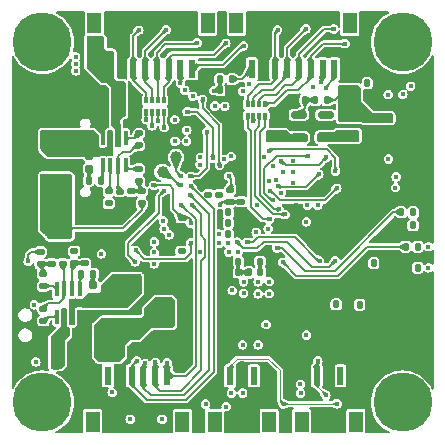
<source format=gbr>
%TF.GenerationSoftware,KiCad,Pcbnew,8.0.7*%
%TF.CreationDate,2025-02-13T13:50:40+08:00*%
%TF.ProjectId,NewSkyH7-Air,4e657753-6b79-4483-972d-4169722e6b69,rev?*%
%TF.SameCoordinates,Original*%
%TF.FileFunction,Copper,L6,Bot*%
%TF.FilePolarity,Positive*%
%FSLAX46Y46*%
G04 Gerber Fmt 4.6, Leading zero omitted, Abs format (unit mm)*
G04 Created by KiCad (PCBNEW 8.0.7) date 2025-02-13 13:50:40*
%MOMM*%
%LPD*%
G01*
G04 APERTURE LIST*
G04 Aperture macros list*
%AMRoundRect*
0 Rectangle with rounded corners*
0 $1 Rounding radius*
0 $2 $3 $4 $5 $6 $7 $8 $9 X,Y pos of 4 corners*
0 Add a 4 corners polygon primitive as box body*
4,1,4,$2,$3,$4,$5,$6,$7,$8,$9,$2,$3,0*
0 Add four circle primitives for the rounded corners*
1,1,$1+$1,$2,$3*
1,1,$1+$1,$4,$5*
1,1,$1+$1,$6,$7*
1,1,$1+$1,$8,$9*
0 Add four rect primitives between the rounded corners*
20,1,$1+$1,$2,$3,$4,$5,0*
20,1,$1+$1,$4,$5,$6,$7,0*
20,1,$1+$1,$6,$7,$8,$9,0*
20,1,$1+$1,$8,$9,$2,$3,0*%
G04 Aperture macros list end*
%TA.AperFunction,ComponentPad*%
%ADD10C,5.000000*%
%TD*%
%TA.AperFunction,SMDPad,CuDef*%
%ADD11RoundRect,0.135000X0.185000X-0.135000X0.185000X0.135000X-0.185000X0.135000X-0.185000X-0.135000X0*%
%TD*%
%TA.AperFunction,SMDPad,CuDef*%
%ADD12R,1.200000X1.800000*%
%TD*%
%TA.AperFunction,SMDPad,CuDef*%
%ADD13R,0.600000X1.550000*%
%TD*%
%TA.AperFunction,SMDPad,CuDef*%
%ADD14RoundRect,0.140000X-0.170000X0.140000X-0.170000X-0.140000X0.170000X-0.140000X0.170000X0.140000X0*%
%TD*%
%TA.AperFunction,SMDPad,CuDef*%
%ADD15RoundRect,0.155000X-0.155000X0.212500X-0.155000X-0.212500X0.155000X-0.212500X0.155000X0.212500X0*%
%TD*%
%TA.AperFunction,SMDPad,CuDef*%
%ADD16RoundRect,0.250000X-0.475000X0.250000X-0.475000X-0.250000X0.475000X-0.250000X0.475000X0.250000X0*%
%TD*%
%TA.AperFunction,SMDPad,CuDef*%
%ADD17RoundRect,0.140000X0.140000X0.170000X-0.140000X0.170000X-0.140000X-0.170000X0.140000X-0.170000X0*%
%TD*%
%TA.AperFunction,SMDPad,CuDef*%
%ADD18RoundRect,0.225000X-0.225000X-0.250000X0.225000X-0.250000X0.225000X0.250000X-0.225000X0.250000X0*%
%TD*%
%TA.AperFunction,SMDPad,CuDef*%
%ADD19R,1.600000X0.550000*%
%TD*%
%TA.AperFunction,SMDPad,CuDef*%
%ADD20RoundRect,0.225000X0.225000X0.250000X-0.225000X0.250000X-0.225000X-0.250000X0.225000X-0.250000X0*%
%TD*%
%TA.AperFunction,SMDPad,CuDef*%
%ADD21R,0.320000X0.500000*%
%TD*%
%TA.AperFunction,SMDPad,CuDef*%
%ADD22RoundRect,0.150000X0.512500X0.150000X-0.512500X0.150000X-0.512500X-0.150000X0.512500X-0.150000X0*%
%TD*%
%TA.AperFunction,SMDPad,CuDef*%
%ADD23RoundRect,0.147500X0.147500X0.172500X-0.147500X0.172500X-0.147500X-0.172500X0.147500X-0.172500X0*%
%TD*%
%TA.AperFunction,SMDPad,CuDef*%
%ADD24RoundRect,0.135000X-0.185000X0.135000X-0.185000X-0.135000X0.185000X-0.135000X0.185000X0.135000X0*%
%TD*%
%TA.AperFunction,SMDPad,CuDef*%
%ADD25RoundRect,0.135000X0.135000X0.185000X-0.135000X0.185000X-0.135000X-0.185000X0.135000X-0.185000X0*%
%TD*%
%TA.AperFunction,SMDPad,CuDef*%
%ADD26R,0.300000X1.300000*%
%TD*%
%TA.AperFunction,SMDPad,CuDef*%
%ADD27RoundRect,0.112500X0.187500X0.112500X-0.187500X0.112500X-0.187500X-0.112500X0.187500X-0.112500X0*%
%TD*%
%TA.AperFunction,SMDPad,CuDef*%
%ADD28C,1.000000*%
%TD*%
%TA.AperFunction,SMDPad,CuDef*%
%ADD29RoundRect,0.135000X-0.135000X-0.185000X0.135000X-0.185000X0.135000X0.185000X-0.135000X0.185000X0*%
%TD*%
%TA.AperFunction,SMDPad,CuDef*%
%ADD30RoundRect,0.112500X-0.187500X-0.112500X0.187500X-0.112500X0.187500X0.112500X-0.187500X0.112500X0*%
%TD*%
%TA.AperFunction,SMDPad,CuDef*%
%ADD31R,2.500000X1.500000*%
%TD*%
%TA.AperFunction,SMDPad,CuDef*%
%ADD32RoundRect,0.140000X0.170000X-0.140000X0.170000X0.140000X-0.170000X0.140000X-0.170000X-0.140000X0*%
%TD*%
%TA.AperFunction,SMDPad,CuDef*%
%ADD33RoundRect,0.250000X0.250000X0.475000X-0.250000X0.475000X-0.250000X-0.475000X0.250000X-0.475000X0*%
%TD*%
%TA.AperFunction,SMDPad,CuDef*%
%ADD34RoundRect,0.250000X-0.250000X-0.475000X0.250000X-0.475000X0.250000X0.475000X-0.250000X0.475000X0*%
%TD*%
%TA.AperFunction,SMDPad,CuDef*%
%ADD35RoundRect,0.155000X0.155000X-0.212500X0.155000X0.212500X-0.155000X0.212500X-0.155000X-0.212500X0*%
%TD*%
%TA.AperFunction,SMDPad,CuDef*%
%ADD36RoundRect,0.250000X0.475000X-0.250000X0.475000X0.250000X-0.475000X0.250000X-0.475000X-0.250000X0*%
%TD*%
%TA.AperFunction,SMDPad,CuDef*%
%ADD37RoundRect,0.140000X-0.140000X-0.170000X0.140000X-0.170000X0.140000X0.170000X-0.140000X0.170000X0*%
%TD*%
%TA.AperFunction,ViaPad*%
%ADD38C,0.400000*%
%TD*%
%TA.AperFunction,ViaPad*%
%ADD39C,0.600000*%
%TD*%
%TA.AperFunction,Conductor*%
%ADD40C,0.156500*%
%TD*%
%TA.AperFunction,Conductor*%
%ADD41C,0.102600*%
%TD*%
G04 APERTURE END LIST*
D10*
%TO.P,J1,*%
%TO.N,*%
X128455000Y-66305000D03*
X128455000Y-96805000D03*
X158955000Y-66305000D03*
X158955000Y-96805000D03*
%TD*%
D11*
%TO.P,R15,1*%
%TO.N,Net-(R11-Pad2)*%
X129255000Y-85060000D03*
%TO.P,R15,2*%
%TO.N,GND*%
X129255000Y-84040000D03*
%TD*%
D12*
%TO.P,J2,*%
%TO.N,*%
X132850000Y-64691750D03*
X142450000Y-64691750D03*
D13*
%TO.P,J2,1,Pin_1*%
%TO.N,VCC*%
X134150000Y-68566750D03*
%TO.P,J2,2,Pin_2*%
%TO.N,GND*%
X135150000Y-68566750D03*
%TO.P,J2,3,Pin_3*%
%TO.N,/PWM_Control1*%
X136150000Y-68566750D03*
%TO.P,J2,4,Pin_4*%
%TO.N,/PWM_Control2*%
X137150000Y-68566750D03*
%TO.P,J2,5,Pin_5*%
%TO.N,/PWM_Control3*%
X138150000Y-68566750D03*
%TO.P,J2,6,Pin_6*%
%TO.N,/PWM_Control4*%
X139150000Y-68566750D03*
%TO.P,J2,7,Pin_7*%
%TO.N,ADC_CUL*%
X140150000Y-68566750D03*
%TO.P,J2,8,Pin_8*%
%TO.N,/USART.RX3*%
X141150000Y-68566750D03*
%TD*%
D14*
%TO.P,C26,1*%
%TO.N,Net-(IC5-VCC)*%
X135005000Y-78950000D03*
%TO.P,C26,2*%
%TO.N,GND*%
X135005000Y-79910000D03*
%TD*%
D15*
%TO.P,C30,1*%
%TO.N,+3V3*%
X155910000Y-72707500D03*
%TO.P,C30,2*%
%TO.N,GND*%
X155910000Y-73842500D03*
%TD*%
D16*
%TO.P,C34,1*%
%TO.N,GND*%
X138880000Y-86545000D03*
%TO.P,C34,2*%
%TO.N,+12V*%
X138880000Y-88445000D03*
%TD*%
D17*
%TO.P,C43,1*%
%TO.N,GND*%
X145150000Y-81640000D03*
%TO.P,C43,2*%
%TO.N,+3V3*%
X144190000Y-81640000D03*
%TD*%
D18*
%TO.P,C19,1*%
%TO.N,VCC*%
X129605000Y-92050000D03*
%TO.P,C19,2*%
%TO.N,GND*%
X131155000Y-92050000D03*
%TD*%
D19*
%TO.P,L1,1,1*%
%TO.N,Net-(U2-SW)*%
X154400000Y-74130000D03*
%TO.P,L1,2,2*%
%TO.N,+3V3*%
X154400000Y-72680000D03*
%TD*%
D20*
%TO.P,C20,1*%
%TO.N,VCC*%
X134960000Y-70450000D03*
%TO.P,C20,2*%
%TO.N,GND*%
X133410000Y-70450000D03*
%TD*%
D21*
%TO.P,RN1,1,R1.1*%
%TO.N,/PA1*%
X138745000Y-72225000D03*
%TO.P,RN1,2,R2.1*%
%TO.N,/PA0*%
X138245000Y-72225000D03*
%TO.P,RN1,3,R3.1*%
%TO.N,/PB0*%
X137745000Y-72225000D03*
%TO.P,RN1,4,R4.1*%
%TO.N,/PB1*%
X137245000Y-72225000D03*
%TO.P,RN1,5,R4.2*%
%TO.N,/PWM_Control1*%
X137245000Y-71225000D03*
%TO.P,RN1,6,R3.2*%
%TO.N,/PWM_Control2*%
X137745000Y-71225000D03*
%TO.P,RN1,7,R2.2*%
%TO.N,/PWM_Control3*%
X138245000Y-71225000D03*
%TO.P,RN1,8,R1.2*%
%TO.N,/PWM_Control4*%
X138745000Y-71225000D03*
%TD*%
D22*
%TO.P,U2,1,EN*%
%TO.N,+5V*%
X152437500Y-72442500D03*
%TO.P,U2,2,GND*%
%TO.N,GND*%
X152437500Y-73392500D03*
%TO.P,U2,3,SW*%
%TO.N,Net-(U2-SW)*%
X152437500Y-74342500D03*
%TO.P,U2,4,VIN*%
%TO.N,+5V*%
X150162500Y-74342500D03*
%TO.P,U2,5,FB*%
%TO.N,Net-(U2-FB)*%
X150162500Y-72442500D03*
%TD*%
D12*
%TO.P,J9,*%
%TO.N,*%
X140310000Y-98435000D03*
X132710000Y-98435000D03*
D13*
%TO.P,J9,1,Pin_1*%
%TO.N,/USART.TX2*%
X139010000Y-94560000D03*
%TO.P,J9,2,Pin_2*%
%TO.N,/USART.RX2*%
X138010000Y-94560000D03*
%TO.P,J9,3,Pin_3*%
%TO.N,/USART.TX4*%
X137010000Y-94560000D03*
%TO.P,J9,4,Pin_4*%
%TO.N,/USART.RX4*%
X136010000Y-94560000D03*
%TO.P,J9,5,Pin_5*%
%TO.N,GND*%
X135010000Y-94560000D03*
%TO.P,J9,6,Pin_6*%
%TO.N,+5V*%
X134010000Y-94560000D03*
%TD*%
D23*
%TO.P,FB1,1*%
%TO.N,+3V3*%
X146895000Y-85800000D03*
%TO.P,FB1,2*%
%TO.N,Net-(U1C-VDDA)*%
X145925000Y-85800000D03*
%TD*%
D21*
%TO.P,RN2,1,R1.1*%
%TO.N,/PE13*%
X147330000Y-72540000D03*
%TO.P,RN2,2,R2.1*%
%TO.N,/PE14*%
X146830000Y-72540000D03*
%TO.P,RN2,3,R3.1*%
%TO.N,/PE11*%
X146330000Y-72540000D03*
%TO.P,RN2,4,R4.1*%
%TO.N,/PE9*%
X145830000Y-72540000D03*
%TO.P,RN2,5,R4.2*%
%TO.N,/PWM_Control5*%
X145830000Y-71540000D03*
%TO.P,RN2,6,R3.2*%
%TO.N,/PWM_Control6*%
X146330000Y-71540000D03*
%TO.P,RN2,7,R2.2*%
%TO.N,/PWM_Control7*%
X146830000Y-71540000D03*
%TO.P,RN2,8,R1.2*%
%TO.N,/PWM_Control8*%
X147330000Y-71540000D03*
%TD*%
D24*
%TO.P,R1,1*%
%TO.N,/BOOT0*%
X140260000Y-81165000D03*
%TO.P,R1,2*%
%TO.N,GND*%
X140260000Y-82185000D03*
%TD*%
D25*
%TO.P,R10,1*%
%TO.N,Net-(U2-FB)*%
X150695000Y-71215000D03*
%TO.P,R10,2*%
%TO.N,GND*%
X149675000Y-71215000D03*
%TD*%
D11*
%TO.P,R5,1*%
%TO.N,Net-(IC4-EN{slash}SYNC)*%
X132075000Y-85035000D03*
%TO.P,R5,2*%
%TO.N,GND*%
X132075000Y-84015000D03*
%TD*%
D12*
%TO.P,J33,*%
%TO.N,*%
X147655000Y-98435000D03*
X143055000Y-98435000D03*
D13*
%TO.P,J33,1,Pin_1*%
%TO.N,+12V*%
X146355000Y-94560000D03*
%TO.P,J33,2,Pin_2*%
%TO.N,GND*%
X145355000Y-94560000D03*
%TO.P,J33,3,Pin_3*%
%TO.N,/Plug/OSD-OUT*%
X144355000Y-94560000D03*
%TD*%
D11*
%TO.P,R6,1*%
%TO.N,Net-(IC4-PG)*%
X128535000Y-89890000D03*
%TO.P,R6,2*%
%TO.N,Net-(IC4-VCC)*%
X128535000Y-88870000D03*
%TD*%
D17*
%TO.P,C42,1*%
%TO.N,+3V3*%
X153330000Y-88510000D03*
%TO.P,C42,2*%
%TO.N,GND*%
X152370000Y-88510000D03*
%TD*%
D11*
%TO.P,R11,1*%
%TO.N,Net-(IC4-FB)*%
X128515000Y-86965000D03*
%TO.P,R11,2*%
%TO.N,Net-(R11-Pad2)*%
X128515000Y-85945000D03*
%TD*%
D25*
%TO.P,R14,1*%
%TO.N,Net-(IC5-BST)*%
X133405000Y-78030000D03*
%TO.P,R14,2*%
%TO.N,Net-(C28-Pad1)*%
X132385000Y-78030000D03*
%TD*%
D17*
%TO.P,C37,1*%
%TO.N,+3V3*%
X156500000Y-85000000D03*
%TO.P,C37,2*%
%TO.N,GND*%
X155540000Y-85000000D03*
%TD*%
D24*
%TO.P,R33,1*%
%TO.N,GND*%
X145305000Y-78805000D03*
%TO.P,R33,2*%
%TO.N,Net-(U1B-PDR_ON)*%
X145305000Y-79825000D03*
%TD*%
D26*
%TO.P,IC5,1,FB*%
%TO.N,Net-(IC5-FB)*%
X135510000Y-76730000D03*
%TO.P,IC5,2,VCC*%
%TO.N,Net-(IC5-VCC)*%
X134860000Y-76730000D03*
%TO.P,IC5,3,EN/SYNC*%
%TO.N,Net-(IC5-EN{slash}SYNC)*%
X134210000Y-76730000D03*
%TO.P,IC5,4,BST*%
%TO.N,Net-(IC5-BST)*%
X133560000Y-76730000D03*
%TO.P,IC5,5,GND*%
%TO.N,GND*%
X133560000Y-74430000D03*
%TO.P,IC5,6,SW*%
%TO.N,Net-(IC5-SW)*%
X134210000Y-74430000D03*
%TO.P,IC5,7,IN*%
%TO.N,VCC*%
X134860000Y-74430000D03*
%TO.P,IC5,8,PG*%
%TO.N,/Power/5V_PG*%
X135510000Y-74430000D03*
%TD*%
D18*
%TO.P,C18,1*%
%TO.N,VCC*%
X129605000Y-93510000D03*
%TO.P,C18,2*%
%TO.N,GND*%
X131155000Y-93510000D03*
%TD*%
D26*
%TO.P,IC4,1,FB*%
%TO.N,Net-(IC4-FB)*%
X129655000Y-87235000D03*
%TO.P,IC4,2,VCC*%
%TO.N,Net-(IC4-VCC)*%
X130305000Y-87235000D03*
%TO.P,IC4,3,EN/SYNC*%
%TO.N,Net-(IC4-EN{slash}SYNC)*%
X130955000Y-87235000D03*
%TO.P,IC4,4,BST*%
%TO.N,Net-(IC4-BST)*%
X131605000Y-87235000D03*
%TO.P,IC4,5,GND*%
%TO.N,GND*%
X131605000Y-89535000D03*
%TO.P,IC4,6,SW*%
%TO.N,Net-(IC4-SW)*%
X130955000Y-89535000D03*
%TO.P,IC4,7,IN*%
%TO.N,VCC*%
X130305000Y-89535000D03*
%TO.P,IC4,8,PG*%
%TO.N,Net-(IC4-PG)*%
X129655000Y-89535000D03*
%TD*%
D24*
%TO.P,R4,1*%
%TO.N,VCC*%
X131140000Y-84010000D03*
%TO.P,R4,2*%
%TO.N,Net-(IC4-EN{slash}SYNC)*%
X131140000Y-85030000D03*
%TD*%
D14*
%TO.P,C44,1*%
%TO.N,GND*%
X140240000Y-83040000D03*
%TO.P,C44,2*%
%TO.N,+3V3*%
X140240000Y-84000000D03*
%TD*%
D24*
%TO.P,R16,1*%
%TO.N,Net-(R13-Pad2)*%
X135940000Y-78935000D03*
%TO.P,R16,2*%
%TO.N,GND*%
X135940000Y-79955000D03*
%TD*%
D27*
%TO.P,D2,1,A1*%
%TO.N,+5V*%
X128910000Y-82190000D03*
%TO.P,D2,2,A2*%
%TO.N,GND*%
X126810000Y-82190000D03*
%TD*%
D28*
%TO.P,TP1,1,1*%
%TO.N,SWDIO*%
X139780000Y-76040000D03*
%TD*%
D17*
%TO.P,C49,1*%
%TO.N,+3V3*%
X159835000Y-81800000D03*
%TO.P,C49,2*%
%TO.N,GND*%
X158875000Y-81800000D03*
%TD*%
D15*
%TO.P,C36,1*%
%TO.N,+3V3*%
X156830000Y-72697500D03*
%TO.P,C36,2*%
%TO.N,GND*%
X156830000Y-73832500D03*
%TD*%
D20*
%TO.P,C22,1*%
%TO.N,VCC*%
X134960000Y-71920000D03*
%TO.P,C22,2*%
%TO.N,GND*%
X133410000Y-71920000D03*
%TD*%
D25*
%TO.P,R32,1*%
%TO.N,Net-(D9-K)*%
X160232500Y-83620000D03*
%TO.P,R32,2*%
%TO.N,/PA2*%
X159212500Y-83620000D03*
%TD*%
D29*
%TO.P,R20,1*%
%TO.N,VCC_Voltage*%
X143480000Y-70370000D03*
%TO.P,R20,2*%
%TO.N,GND*%
X144500000Y-70370000D03*
%TD*%
D30*
%TO.P,D1,1,A1*%
%TO.N,+12V*%
X134372500Y-92455000D03*
%TO.P,D1,2,A2*%
%TO.N,GND*%
X136472500Y-92455000D03*
%TD*%
D31*
%TO.P,L3,1,1*%
%TO.N,Net-(IC5-SW)*%
X129585000Y-74560000D03*
%TO.P,L3,2,2*%
%TO.N,+5V*%
X129585000Y-78260000D03*
%TD*%
D17*
%TO.P,C9,1*%
%TO.N,GND*%
X145150000Y-82580000D03*
%TO.P,C9,2*%
%TO.N,+3V3*%
X144190000Y-82580000D03*
%TD*%
D25*
%TO.P,R9,1*%
%TO.N,+3V3*%
X152575000Y-71215000D03*
%TO.P,R9,2*%
%TO.N,Net-(U2-FB)*%
X151555000Y-71215000D03*
%TD*%
D15*
%TO.P,C27,1*%
%TO.N,Net-(C27-Pad1)*%
X132730000Y-86897500D03*
%TO.P,C27,2*%
%TO.N,Net-(IC4-SW)*%
X132730000Y-88032500D03*
%TD*%
D32*
%TO.P,C4,1*%
%TO.N,Net-(C4-Pad1)*%
X142510000Y-79215000D03*
%TO.P,C4,2*%
%TO.N,GND*%
X142510000Y-78255000D03*
%TD*%
D24*
%TO.P,R13,1*%
%TO.N,Net-(IC5-FB)*%
X136635000Y-77030000D03*
%TO.P,R13,2*%
%TO.N,Net-(R13-Pad2)*%
X136635000Y-78050000D03*
%TD*%
D32*
%TO.P,C5,1*%
%TO.N,Net-(C5-Pad1)*%
X143430000Y-79215000D03*
%TO.P,C5,2*%
%TO.N,GND*%
X143430000Y-78255000D03*
%TD*%
D24*
%TO.P,R3,1*%
%TO.N,+3V3*%
X144365000Y-78785000D03*
%TO.P,R3,2*%
%TO.N,Net-(U1B-PDR_ON)*%
X144365000Y-79805000D03*
%TD*%
D29*
%TO.P,R22,1*%
%TO.N,/PA3*%
X158845000Y-80710000D03*
%TO.P,R22,2*%
%TO.N,Net-(LED1-DI)*%
X159865000Y-80710000D03*
%TD*%
D17*
%TO.P,C10,1*%
%TO.N,GND*%
X156930000Y-69780000D03*
%TO.P,C10,2*%
%TO.N,+3V3*%
X155970000Y-69780000D03*
%TD*%
D11*
%TO.P,R17,1*%
%TO.N,Net-(R11-Pad2)*%
X128310000Y-85070000D03*
%TO.P,R17,2*%
%TO.N,+12V*%
X128310000Y-84050000D03*
%TD*%
D24*
%TO.P,R18,1*%
%TO.N,Net-(R13-Pad2)*%
X136880000Y-78935000D03*
%TO.P,R18,2*%
%TO.N,+5V*%
X136880000Y-79955000D03*
%TD*%
D27*
%TO.P,D3,1,A1*%
%TO.N,GND*%
X156465000Y-71210000D03*
%TO.P,D3,2,A2*%
%TO.N,+3V3*%
X154365000Y-71210000D03*
%TD*%
D31*
%TO.P,L2,1,1*%
%TO.N,Net-(IC4-SW)*%
X135550000Y-86770000D03*
%TO.P,L2,2,2*%
%TO.N,+12V*%
X135550000Y-90470000D03*
%TD*%
D17*
%TO.P,C7,1*%
%TO.N,Net-(U1C-VDDA)*%
X145050000Y-84880000D03*
%TO.P,C7,2*%
%TO.N,GND*%
X144090000Y-84880000D03*
%TD*%
D29*
%TO.P,R12,1*%
%TO.N,Net-(IC4-BST)*%
X131745000Y-85920000D03*
%TO.P,R12,2*%
%TO.N,Net-(C27-Pad1)*%
X132765000Y-85920000D03*
%TD*%
D33*
%TO.P,C32,1*%
%TO.N,GND*%
X132315000Y-80250000D03*
%TO.P,C32,2*%
%TO.N,+5V*%
X130415000Y-80250000D03*
%TD*%
D15*
%TO.P,C33,1*%
%TO.N,+3V3*%
X157752500Y-72695000D03*
%TO.P,C33,2*%
%TO.N,GND*%
X157752500Y-73830000D03*
%TD*%
D34*
%TO.P,C35,1*%
%TO.N,GND*%
X127005000Y-80250000D03*
%TO.P,C35,2*%
%TO.N,+5V*%
X128905000Y-80250000D03*
%TD*%
D17*
%TO.P,C8,1*%
%TO.N,Net-(U1C-VDDA)*%
X145050000Y-85800000D03*
%TO.P,C8,2*%
%TO.N,GND*%
X144090000Y-85800000D03*
%TD*%
D24*
%TO.P,R7,1*%
%TO.N,/Power/5V_PG*%
X136640000Y-74030000D03*
%TO.P,R7,2*%
%TO.N,Net-(IC5-VCC)*%
X136640000Y-75050000D03*
%TD*%
D17*
%TO.P,C6,1*%
%TO.N,GND*%
X145150000Y-80720000D03*
%TO.P,C6,2*%
%TO.N,+3V3*%
X144190000Y-80720000D03*
%TD*%
D12*
%TO.P,J34,*%
%TO.N,*%
X155000000Y-98435000D03*
X150400000Y-98435000D03*
D13*
%TO.P,J34,1,Pin_1*%
%TO.N,+5V*%
X153700000Y-94560000D03*
%TO.P,J34,2,Pin_2*%
%TO.N,GND*%
X152700000Y-94560000D03*
%TO.P,J34,3,Pin_3*%
%TO.N,/Plug/OSD-IN*%
X151700000Y-94560000D03*
%TD*%
D35*
%TO.P,C24,1*%
%TO.N,+5V*%
X148767500Y-74170000D03*
%TO.P,C24,2*%
%TO.N,GND*%
X148767500Y-73035000D03*
%TD*%
D36*
%TO.P,C31,1*%
%TO.N,GND*%
X138880000Y-91865000D03*
%TO.P,C31,2*%
%TO.N,+12V*%
X138880000Y-89965000D03*
%TD*%
D17*
%TO.P,C23,1*%
%TO.N,VCC*%
X134665000Y-73110000D03*
%TO.P,C23,2*%
%TO.N,GND*%
X133705000Y-73110000D03*
%TD*%
D25*
%TO.P,R19,1*%
%TO.N,VCC*%
X144510000Y-69430000D03*
%TO.P,R19,2*%
%TO.N,VCC_Voltage*%
X143490000Y-69430000D03*
%TD*%
D35*
%TO.P,C28,1*%
%TO.N,Net-(C28-Pad1)*%
X132435000Y-77037500D03*
%TO.P,C28,2*%
%TO.N,Net-(IC5-SW)*%
X132435000Y-75902500D03*
%TD*%
D28*
%TO.P,TP2,1,1*%
%TO.N,SWCLK*%
X138630000Y-77280000D03*
%TD*%
D37*
%TO.P,C45,1*%
%TO.N,GND*%
X145920000Y-84880000D03*
%TO.P,C45,2*%
%TO.N,+3V3*%
X146880000Y-84880000D03*
%TD*%
D12*
%TO.P,J28,*%
%TO.N,*%
X144885000Y-64691750D03*
X154485000Y-64691750D03*
D13*
%TO.P,J28,1,Pin_1*%
%TO.N,VCC*%
X146185000Y-68566750D03*
%TO.P,J28,2,Pin_2*%
%TO.N,GND*%
X147185000Y-68566750D03*
%TO.P,J28,3,Pin_3*%
%TO.N,/PWM_Control5*%
X148185000Y-68566750D03*
%TO.P,J28,4,Pin_4*%
%TO.N,/PWM_Control6*%
X149185000Y-68566750D03*
%TO.P,J28,5,Pin_5*%
%TO.N,/PWM_Control7*%
X150185000Y-68566750D03*
%TO.P,J28,6,Pin_6*%
%TO.N,/PWM_Control8*%
X151185000Y-68566750D03*
%TO.P,J28,7,Pin_7*%
%TO.N,ADC_CUL*%
X152185000Y-68566750D03*
%TO.P,J28,8,Pin_8*%
%TO.N,/USART.RX3*%
X153185000Y-68566750D03*
%TD*%
D11*
%TO.P,R8,1*%
%TO.N,VCC*%
X134075000Y-79940000D03*
%TO.P,R8,2*%
%TO.N,Net-(IC5-EN{slash}SYNC)*%
X134075000Y-78920000D03*
%TD*%
D32*
%TO.P,C25,1*%
%TO.N,Net-(IC4-VCC)*%
X130180000Y-85050000D03*
%TO.P,C25,2*%
%TO.N,GND*%
X130180000Y-84090000D03*
%TD*%
D37*
%TO.P,C21,1*%
%TO.N,VCC*%
X130360000Y-90825000D03*
%TO.P,C21,2*%
%TO.N,GND*%
X131320000Y-90825000D03*
%TD*%
D25*
%TO.P,R21,1*%
%TO.N,Net-(D4-K)*%
X160245000Y-85405000D03*
%TO.P,R21,2*%
%TO.N,GND*%
X159225000Y-85405000D03*
%TD*%
D17*
%TO.P,C40,1*%
%TO.N,+3V3*%
X155310000Y-88520000D03*
%TO.P,C40,2*%
%TO.N,GND*%
X154350000Y-88520000D03*
%TD*%
D38*
%TO.N,GND*%
X149675000Y-71215000D03*
X135005000Y-79910000D03*
X160760000Y-77750000D03*
X137935000Y-82265000D03*
X145920000Y-84840000D03*
X154155000Y-91902000D03*
X161005000Y-80710000D03*
X143410000Y-80890000D03*
X154350000Y-88520000D03*
X128703500Y-70970000D03*
X148767500Y-73035000D03*
X145070000Y-75120000D03*
X149945000Y-80120000D03*
X131995000Y-70560000D03*
X136472500Y-92455000D03*
X138880000Y-91865000D03*
D39*
X151090000Y-73380000D03*
D38*
X133455000Y-83265000D03*
X143390000Y-95270000D03*
X152700000Y-94560000D03*
X143590000Y-87280000D03*
X135010000Y-94560000D03*
X147628000Y-95260000D03*
X135270000Y-65080000D03*
X158030000Y-82140000D03*
X155540000Y-85000000D03*
X157752500Y-73830000D03*
X144150000Y-84890000D03*
X140660000Y-85235000D03*
X128457500Y-82932500D03*
X144870000Y-71720000D03*
X131155000Y-93510000D03*
X141605000Y-75230000D03*
X132603500Y-81210000D03*
X145035000Y-82475000D03*
X155925000Y-82025000D03*
X143420000Y-81690000D03*
X144500000Y-70370000D03*
X131995000Y-71330000D03*
X145730000Y-89840000D03*
X131155000Y-92050000D03*
X138880000Y-86545000D03*
X135445000Y-73020000D03*
X145400000Y-93470000D03*
X133260000Y-85110000D03*
X152370000Y-88510000D03*
X159225000Y-85405000D03*
%TO.N,Net-(C4-Pad1)*%
X142620000Y-79230000D03*
%TO.N,Net-(C5-Pad1)*%
X143460000Y-79230000D03*
%TO.N,+3V3*%
X144190000Y-80830000D03*
X155040000Y-70125000D03*
X144260000Y-77645000D03*
X153770000Y-70125000D03*
X154375000Y-70125000D03*
X141845000Y-84040000D03*
X149675000Y-76330000D03*
X146880000Y-84880000D03*
X155310000Y-88520000D03*
X144220000Y-82470000D03*
X150820000Y-91100000D03*
X145495000Y-87560000D03*
X156500000Y-85000000D03*
X153330000Y-88510000D03*
X159820000Y-81805000D03*
X155970000Y-69780000D03*
X137935000Y-85070000D03*
X140240000Y-84000000D03*
X144520000Y-87320000D03*
X127900000Y-93360000D03*
X161150000Y-85405000D03*
X153725000Y-70755000D03*
X161137500Y-83620000D03*
X155030000Y-70755000D03*
X139685000Y-74690000D03*
X144210000Y-81660000D03*
X154365000Y-71210000D03*
%TO.N,Net-(U1C-VDDA)*%
X145050000Y-84880000D03*
%TO.N,VCC*%
X132430000Y-65930000D03*
X135205000Y-70710000D03*
X133270000Y-65940000D03*
X132840000Y-66430000D03*
X129860000Y-92330000D03*
X129370000Y-91800000D03*
X134730000Y-70190000D03*
X134075000Y-79940000D03*
X146100000Y-68010000D03*
X135200000Y-72180000D03*
X146060000Y-68770000D03*
X129825000Y-93195000D03*
X134720000Y-71660000D03*
X131155000Y-83995000D03*
X130360000Y-90845000D03*
%TO.N,+5V*%
X130725000Y-81435000D03*
X130725000Y-82680000D03*
X131280000Y-68145000D03*
X150320000Y-96010000D03*
X134365000Y-95955000D03*
X130725000Y-82057500D03*
X148767500Y-74170000D03*
X130215000Y-82370000D03*
X134010000Y-94560000D03*
X153700000Y-94560000D03*
X130215000Y-81755000D03*
X131280000Y-68730000D03*
X131280000Y-67560000D03*
X150310000Y-95260000D03*
X148085000Y-74315000D03*
X147600000Y-73965000D03*
X147600000Y-74580000D03*
X152280000Y-72460000D03*
%TO.N,+12V*%
X133160000Y-92395000D03*
X145420000Y-96010000D03*
X133770000Y-93015000D03*
X146355000Y-94560000D03*
X133140000Y-93015000D03*
X134975000Y-93015000D03*
X133790000Y-92395000D03*
X144470000Y-96010000D03*
X127250000Y-84865000D03*
X134345000Y-93015000D03*
%TO.N,/Plug/OSD-IN*%
X151790000Y-93300000D03*
X152460000Y-96190000D03*
%TO.N,Net-(D4-K)*%
X160180000Y-85405000D03*
%TO.N,Net-(D9-K)*%
X160167500Y-83620000D03*
%TO.N,/IMU.icm42688_EXIT*%
X150975000Y-75965000D03*
X148025000Y-79675000D03*
%TO.N,/IMU.icm42688_MISO*%
X152502885Y-76057115D03*
X148680000Y-76400000D03*
%TO.N,/IMU.icm42688_MOSI*%
X147635000Y-75500000D03*
X153275000Y-77220000D03*
%TO.N,/IMU.icm42688_CLK*%
X148425000Y-78515000D03*
X151870000Y-77480000D03*
%TO.N,/IMU.icm42688_CS*%
X147695000Y-78885000D03*
X153390000Y-78670000D03*
%TO.N,/BMI088.EXIT_GYRO*%
X136345000Y-83905000D03*
X141010000Y-83280000D03*
%TO.N,/BMI088.CS_ACCEL*%
X138790000Y-78870000D03*
X136325000Y-84905000D03*
%TO.N,/QSPI.BK1_IO0*%
X147232150Y-76015000D03*
X159640000Y-70020000D03*
%TO.N,SWDIO*%
X140190000Y-77660000D03*
%TO.N,/QSPI.BK1_IO2*%
X147968540Y-76800690D03*
X158410000Y-77710000D03*
%TO.N,/QSPI.BK1_IO1*%
X157760000Y-76190000D03*
X148820000Y-77260000D03*
%TO.N,/QSPI.BK1_CLK*%
X150815000Y-81520000D03*
X158980000Y-70725000D03*
%TO.N,ADC_CUL*%
X144175000Y-83330000D03*
X140150000Y-69770000D03*
X152020000Y-69650000D03*
%TO.N,SWCLK*%
X140180000Y-78400000D03*
%TO.N,/PWM_Control2*%
X138950000Y-65250000D03*
%TO.N,/PWM_Control3*%
X141550000Y-66360000D03*
%TO.N,/PWM_Control4*%
X144000000Y-66380000D03*
%TO.N,/PWM_Control1*%
X136620000Y-65280000D03*
%TO.N,/Plug/OSD-OUT*%
X153430000Y-96920000D03*
X148890000Y-96940000D03*
%TO.N,/USART.TX6*%
X144430000Y-75980000D03*
X145990000Y-69870000D03*
%TO.N,/USART.RX6*%
X143870000Y-76230000D03*
X145410000Y-70460000D03*
%TO.N,/USART.TX3*%
X147665000Y-78070000D03*
X151340000Y-70120000D03*
%TO.N,/USART.RX3*%
X152440000Y-70170000D03*
X145490000Y-66620000D03*
X148212835Y-77962165D03*
%TO.N,/PWM_Control5*%
X148370000Y-65270000D03*
%TO.N,/PWM_Control6*%
X150770000Y-65180000D03*
%TO.N,/PWM_Control7*%
X153120000Y-65190000D03*
%TO.N,/PWM_Control8*%
X154100000Y-66430000D03*
%TO.N,/USART.TX1*%
X140510000Y-70380000D03*
X141799615Y-76660385D03*
%TO.N,/USART.RX1*%
X141830000Y-76060000D03*
X141190000Y-70890000D03*
%TO.N,/USART.TX2*%
X140210000Y-80060000D03*
X144025000Y-97155000D03*
X139020000Y-93460000D03*
%TO.N,/USART.RX2*%
X141090000Y-80080000D03*
X142280000Y-96940000D03*
X138030000Y-93390000D03*
%TO.N,/USART.TX4*%
X140980000Y-79240000D03*
X138590000Y-98220000D03*
X137170000Y-93500000D03*
%TO.N,/USART.RX4*%
X136450000Y-93300000D03*
X141010000Y-78490000D03*
X135890000Y-98220000D03*
%TO.N,/BOOT0*%
X137850000Y-78430000D03*
X127775000Y-88535000D03*
X141019524Y-81637150D03*
%TO.N,Net-(U1B-PDR_ON)*%
X143460000Y-80050000D03*
%TO.N,VCC_Voltage*%
X143430000Y-83320000D03*
X142950000Y-70410000D03*
%TO.N,/QSPI.BK1_NCS*%
X158350000Y-78620000D03*
X148675000Y-79100000D03*
%TO.N,/PA0*%
X138255000Y-73005000D03*
X144240000Y-84085000D03*
%TO.N,/PB0*%
X137745000Y-73385000D03*
X146560000Y-82385000D03*
%TO.N,/PA1*%
X138765000Y-73535000D03*
X145050000Y-84035000D03*
%TO.N,/PA2*%
X148800000Y-84925000D03*
%TO.N,/Device/ICM42688-VDD*%
X150905000Y-80120000D03*
X149675000Y-78185000D03*
X149675000Y-77300000D03*
X151775000Y-80120000D03*
%TO.N,/Magnetometer.SDA*%
X142020000Y-71140000D03*
X143460000Y-76760000D03*
%TO.N,/PB1*%
X137245000Y-72865000D03*
X147570000Y-82080000D03*
%TO.N,/Magnetometer.SCL*%
X140700000Y-72190000D03*
X142870000Y-76110000D03*
%TO.N,/PE11*%
X146330000Y-73010000D03*
X146610000Y-80085000D03*
%TO.N,/OSD.OSD_CS*%
X144975000Y-83220000D03*
X153260000Y-84820000D03*
%TO.N,/Device/IST8310-VDD*%
X143910000Y-71720000D03*
X143060000Y-71710000D03*
X139680000Y-72860000D03*
X140655000Y-74690000D03*
X140680000Y-73750000D03*
%TO.N,/PE14*%
X149005000Y-80885000D03*
%TO.N,/Magnetometer.INT*%
X142370000Y-73870000D03*
X141000000Y-77640000D03*
%TO.N,/PE9*%
X147705000Y-81270000D03*
%TO.N,/OSD.OSD_CLK*%
X151927500Y-84812500D03*
X145795000Y-83235000D03*
%TO.N,/PE13*%
X148525000Y-80460000D03*
%TO.N,/Device/BMI008-VDD*%
X133457500Y-84227500D03*
X137935000Y-84100000D03*
X137935000Y-83225000D03*
%TO.N,/Device/DPS310-VDD*%
X146735000Y-86585000D03*
X147675000Y-86575000D03*
X145495000Y-86590000D03*
X145405000Y-91925000D03*
X146735000Y-91925000D03*
%TO.N,/QSPI.BK1_IO3*%
X143382150Y-82502850D03*
X157745000Y-70745000D03*
%TO.N,/Barometer.SDA*%
X139205000Y-82605000D03*
X146735000Y-87605000D03*
%TO.N,/Barometer.SCL*%
X138770000Y-82115000D03*
X147675000Y-87595000D03*
%TO.N,/Barometer.INT*%
X147395000Y-90210000D03*
X138700000Y-81410000D03*
%TO.N,/PA3*%
X148325000Y-83730000D03*
%TO.N,Net-(LED1-DI)*%
X159860000Y-80710000D03*
%TD*%
D40*
%TO.N,GND*%
X129255000Y-84040000D02*
X130130000Y-84040000D01*
X132595000Y-83265000D02*
X133455000Y-83265000D01*
X132075000Y-83785000D02*
X132595000Y-83265000D01*
X138810000Y-83140000D02*
X137935000Y-82265000D01*
X126810000Y-80445000D02*
X127005000Y-80250000D01*
X157740000Y-73842500D02*
X157752500Y-73830000D01*
X145400000Y-93470000D02*
X145400000Y-94515000D01*
X132075000Y-84015000D02*
X132075000Y-83785000D01*
X140260000Y-82185000D02*
X140260000Y-83020000D01*
X130130000Y-84040000D02*
X130180000Y-84090000D01*
X140140000Y-83140000D02*
X138810000Y-83140000D01*
X129255000Y-83730000D02*
X128457500Y-82932500D01*
X143540000Y-78270000D02*
X142620000Y-78270000D01*
X151102500Y-73392500D02*
X151090000Y-73380000D01*
X152437500Y-73392500D02*
X151102500Y-73392500D01*
X145150000Y-82580000D02*
X145150000Y-80720000D01*
X155910000Y-73842500D02*
X157740000Y-73842500D01*
X129255000Y-84040000D02*
X129255000Y-83730000D01*
X158370000Y-81800000D02*
X158030000Y-82140000D01*
X158875000Y-81800000D02*
X158370000Y-81800000D01*
X152437500Y-73392500D02*
X155460000Y-73392500D01*
X135940000Y-79955000D02*
X135050000Y-79955000D01*
X145305000Y-75355000D02*
X145070000Y-75120000D01*
X155460000Y-73392500D02*
X155910000Y-73842500D01*
X140240000Y-83040000D02*
X140140000Y-83140000D01*
X128457500Y-82932500D02*
X127715000Y-82190000D01*
X144090000Y-84950000D02*
X144150000Y-84890000D01*
X145305000Y-78805000D02*
X145305000Y-75355000D01*
X144090000Y-85800000D02*
X144090000Y-84950000D01*
X126810000Y-82190000D02*
X126810000Y-80445000D01*
X127715000Y-82190000D02*
X126810000Y-82190000D01*
X135050000Y-79955000D02*
X135005000Y-79910000D01*
X145400000Y-94515000D02*
X145355000Y-94560000D01*
X140260000Y-83020000D02*
X140240000Y-83040000D01*
%TO.N,+3V3*%
X152575000Y-71215000D02*
X153265000Y-71215000D01*
X154400000Y-71245000D02*
X154365000Y-71210000D01*
X153265000Y-71215000D02*
X153725000Y-70755000D01*
X146895000Y-84895000D02*
X146880000Y-84880000D01*
X146895000Y-85800000D02*
X146895000Y-84895000D01*
X157737500Y-72680000D02*
X157752500Y-72695000D01*
X144470000Y-78780000D02*
X144470000Y-77855000D01*
X154400000Y-72680000D02*
X154400000Y-71245000D01*
X144470000Y-77855000D02*
X144260000Y-77645000D01*
X154400000Y-72680000D02*
X157737500Y-72680000D01*
%TO.N,Net-(U1C-VDDA)*%
X145050000Y-85800000D02*
X145050000Y-84880000D01*
X145925000Y-85800000D02*
X145050000Y-85800000D01*
%TO.N,VCC*%
X134665000Y-72215000D02*
X134960000Y-71920000D01*
X130360000Y-90825000D02*
X130360000Y-90845000D01*
X134960000Y-71920000D02*
X134960000Y-70450000D01*
X129605000Y-92975000D02*
X129825000Y-93195000D01*
X144510000Y-69430000D02*
X145321750Y-69430000D01*
X130305000Y-90770000D02*
X130360000Y-90825000D01*
X134665000Y-73110000D02*
X134665000Y-72215000D01*
X130305000Y-89535000D02*
X130305000Y-90770000D01*
X130360000Y-90845000D02*
X129605000Y-91600000D01*
X145321750Y-69430000D02*
X146185000Y-68566750D01*
X134860000Y-73305000D02*
X134665000Y-73110000D01*
X134860000Y-74430000D02*
X134860000Y-73305000D01*
X129605000Y-91600000D02*
X129605000Y-92975000D01*
%TO.N,+5V*%
X150162500Y-74342500D02*
X148940000Y-74342500D01*
X148940000Y-74342500D02*
X148767500Y-74170000D01*
X136880000Y-80470000D02*
X135292500Y-82057500D01*
X135292500Y-82057500D02*
X130725000Y-82057500D01*
X136880000Y-79955000D02*
X136880000Y-80470000D01*
%TO.N,Net-(IC4-VCC)*%
X128535000Y-88815000D02*
X128935000Y-88415000D01*
X128935000Y-88415000D02*
X129840000Y-88415000D01*
X128535000Y-88870000D02*
X128535000Y-88815000D01*
X130305000Y-85175000D02*
X130180000Y-85050000D01*
X129840000Y-88415000D02*
X130305000Y-87950000D01*
X130305000Y-87235000D02*
X130305000Y-85175000D01*
X130305000Y-87950000D02*
X130305000Y-87235000D01*
%TO.N,Net-(IC5-VCC)*%
X135895000Y-75565000D02*
X135260000Y-75565000D01*
X136640000Y-75055000D02*
X136405000Y-75055000D01*
X134860000Y-78805000D02*
X135005000Y-78950000D01*
X134860000Y-75965000D02*
X134860000Y-76730000D01*
X135260000Y-75565000D02*
X134860000Y-75965000D01*
X136405000Y-75055000D02*
X135895000Y-75565000D01*
X134860000Y-76730000D02*
X134860000Y-78805000D01*
%TO.N,Net-(IC4-SW)*%
X131395000Y-88315000D02*
X130955000Y-88755000D01*
X134255000Y-86770000D02*
X132992500Y-88032500D01*
X132447500Y-88315000D02*
X131395000Y-88315000D01*
X135550000Y-86770000D02*
X134255000Y-86770000D01*
X130955000Y-88755000D02*
X130955000Y-89535000D01*
X132992500Y-88032500D02*
X132730000Y-88032500D01*
X132730000Y-88032500D02*
X132447500Y-88315000D01*
%TO.N,Net-(C27-Pad1)*%
X132765000Y-86862500D02*
X132730000Y-86897500D01*
X132765000Y-85920000D02*
X132765000Y-86862500D01*
%TO.N,Net-(C28-Pad1)*%
X132435000Y-77980000D02*
X132385000Y-78030000D01*
X132435000Y-77037500D02*
X132435000Y-77980000D01*
%TO.N,Net-(IC5-SW)*%
X134210000Y-75260000D02*
X133880000Y-75590000D01*
X132747500Y-75590000D02*
X132435000Y-75902500D01*
X134210000Y-74430000D02*
X134210000Y-75260000D01*
X132435000Y-75902500D02*
X130927500Y-75902500D01*
X130927500Y-75902500D02*
X129585000Y-74560000D01*
X133880000Y-75590000D02*
X132747500Y-75590000D01*
%TO.N,Net-(U2-FB)*%
X150695000Y-71215000D02*
X150695000Y-71910000D01*
X151555000Y-71215000D02*
X150695000Y-71215000D01*
X150695000Y-71910000D02*
X150162500Y-72442500D01*
%TO.N,+12V*%
X127525000Y-84050000D02*
X127250000Y-84325000D01*
X127250000Y-84325000D02*
X127250000Y-84865000D01*
X128310000Y-84050000D02*
X127525000Y-84050000D01*
%TO.N,/Plug/OSD-IN*%
X151790000Y-93300000D02*
X151700000Y-93390000D01*
D41*
X151700000Y-95430000D02*
X151700000Y-94560000D01*
X152460000Y-96190000D02*
X151700000Y-95430000D01*
X151700000Y-93390000D02*
X151700000Y-94560000D01*
D40*
%TO.N,/IMU.icm42688_EXIT*%
X148287150Y-75962850D02*
X150972850Y-75962850D01*
X147255000Y-79075000D02*
X147255000Y-76995000D01*
X147255000Y-76995000D02*
X148287150Y-75962850D01*
X147855000Y-79675000D02*
X147255000Y-79075000D01*
X150972850Y-75962850D02*
X150975000Y-75965000D01*
X148025000Y-79675000D02*
X147855000Y-79675000D01*
%TO.N,/IMU.icm42688_MISO*%
X149067150Y-76697150D02*
X148730000Y-76360000D01*
X152502885Y-76057115D02*
X151862850Y-76697150D01*
X148720000Y-76360000D02*
X148680000Y-76400000D01*
X148730000Y-76360000D02*
X148720000Y-76360000D01*
X151862850Y-76697150D02*
X149067150Y-76697150D01*
%TO.N,/IMU.icm42688_MOSI*%
X147755000Y-75380000D02*
X152550000Y-75380000D01*
X147635000Y-75500000D02*
X147755000Y-75380000D01*
X152550000Y-75380000D02*
X153275000Y-76105000D01*
X153275000Y-76105000D02*
X153275000Y-77220000D01*
%TO.N,/IMU.icm42688_CLK*%
X148462150Y-78552150D02*
X148425000Y-78515000D01*
X150797850Y-78552150D02*
X148462150Y-78552150D01*
X151870000Y-77480000D02*
X150797850Y-78552150D01*
%TO.N,/IMU.icm42688_CS*%
X147785000Y-78885000D02*
X147695000Y-78885000D01*
X153390000Y-78670000D02*
X152375000Y-79685000D01*
X148585000Y-79685000D02*
X147785000Y-78885000D01*
X152375000Y-79685000D02*
X148585000Y-79685000D01*
%TO.N,/BMI088.EXIT_GYRO*%
X141010000Y-84165000D02*
X140520000Y-84655000D01*
X137095000Y-84655000D02*
X136345000Y-83905000D01*
X140520000Y-84655000D02*
X137095000Y-84655000D01*
X141010000Y-83280000D02*
X141010000Y-84165000D01*
%TO.N,/BMI088.CS_ACCEL*%
X138305000Y-80730000D02*
X135695000Y-83340000D01*
X135695000Y-84290000D02*
X136310000Y-84905000D01*
X135695000Y-83340000D02*
X135695000Y-84290000D01*
X136310000Y-84905000D02*
X136325000Y-84905000D01*
X138305000Y-79355000D02*
X138305000Y-80730000D01*
X138790000Y-78870000D02*
X138305000Y-79355000D01*
%TO.N,SWDIO*%
X139780000Y-77250000D02*
X139780000Y-76040000D01*
X140190000Y-77660000D02*
X139780000Y-77250000D01*
%TO.N,Net-(IC4-FB)*%
X129385000Y-86965000D02*
X129655000Y-87235000D01*
X128515000Y-86965000D02*
X129385000Y-86965000D01*
%TO.N,Net-(IC4-PG)*%
X129655000Y-89535000D02*
X128890000Y-89535000D01*
X128890000Y-89535000D02*
X128535000Y-89890000D01*
%TO.N,Net-(IC4-EN{slash}SYNC)*%
X130955000Y-87235000D02*
X130955000Y-85215000D01*
X130955000Y-85215000D02*
X131140000Y-85030000D01*
X131145000Y-85035000D02*
X131140000Y-85030000D01*
X132075000Y-85035000D02*
X131145000Y-85035000D01*
%TO.N,Net-(IC4-BST)*%
X131605000Y-86060000D02*
X131745000Y-85920000D01*
X131605000Y-87235000D02*
X131605000Y-86060000D01*
%TO.N,/Power/5V_PG*%
X135510000Y-74430000D02*
X136245000Y-74430000D01*
X136245000Y-74430000D02*
X136640000Y-74035000D01*
%TO.N,Net-(IC5-EN{slash}SYNC)*%
X134210000Y-78785000D02*
X134075000Y-78920000D01*
X134210000Y-76730000D02*
X134210000Y-78785000D01*
%TO.N,Net-(IC5-FB)*%
X136635000Y-77030000D02*
X135810000Y-77030000D01*
X135810000Y-77030000D02*
X135510000Y-76730000D01*
%TO.N,ADC_CUL*%
X152185000Y-68566750D02*
X152185000Y-69475000D01*
X140150000Y-68566750D02*
X140150000Y-69770000D01*
X152185000Y-69475000D02*
X151990000Y-69670000D01*
%TO.N,SWCLK*%
X140180000Y-78400000D02*
X140005000Y-78400000D01*
X138885000Y-77280000D02*
X138630000Y-77280000D01*
X140005000Y-78400000D02*
X138885000Y-77280000D01*
%TO.N,/PWM_Control2*%
X137150000Y-68566750D02*
X137150000Y-67050000D01*
X137150000Y-69640000D02*
X137745000Y-70235000D01*
X137150000Y-67050000D02*
X138950000Y-65250000D01*
X137745000Y-70235000D02*
X137745000Y-71225000D01*
X137150000Y-68566750D02*
X137150000Y-69640000D01*
%TO.N,/PWM_Control3*%
X138150000Y-67220000D02*
X138150000Y-68566750D01*
X138245000Y-68661750D02*
X138150000Y-68566750D01*
X138245000Y-71225000D02*
X138245000Y-68661750D01*
X138880000Y-66490000D02*
X138150000Y-67220000D01*
X141550000Y-66360000D02*
X141420000Y-66490000D01*
X141420000Y-66490000D02*
X138880000Y-66490000D01*
%TO.N,/PWM_Control4*%
X143020000Y-67360000D02*
X144000000Y-66380000D01*
X139150000Y-67610000D02*
X139400000Y-67360000D01*
X139150000Y-68566750D02*
X139150000Y-67610000D01*
X138745000Y-70105000D02*
X138745000Y-71225000D01*
X139150000Y-68566750D02*
X139150000Y-69700000D01*
X139150000Y-69700000D02*
X138745000Y-70105000D01*
X139400000Y-67360000D02*
X143020000Y-67360000D01*
%TO.N,/PWM_Control1*%
X137245000Y-70595000D02*
X137245000Y-71225000D01*
X136150000Y-69500000D02*
X137245000Y-70595000D01*
X136150000Y-68566750D02*
X136150000Y-69500000D01*
X136150000Y-68566750D02*
X136150000Y-65750000D01*
X136150000Y-65750000D02*
X136620000Y-65280000D01*
D41*
%TO.N,/Plug/OSD-OUT*%
X148580000Y-96630000D02*
X148580000Y-94090000D01*
X148910000Y-96920000D02*
X153430000Y-96920000D01*
X148580000Y-94090000D02*
X147600000Y-93110000D01*
D40*
X148890000Y-96940000D02*
X148910000Y-96920000D01*
D41*
X147600000Y-93110000D02*
X144940000Y-93110000D01*
X144940000Y-93110000D02*
X144355000Y-93695000D01*
X144355000Y-93695000D02*
X144355000Y-94560000D01*
X148890000Y-96940000D02*
X148580000Y-96630000D01*
D40*
%TO.N,/USART.RX3*%
X141506750Y-68210000D02*
X141150000Y-68566750D01*
X153185000Y-68566750D02*
X153185000Y-69365000D01*
X152440000Y-70110000D02*
X152440000Y-70170000D01*
X145370000Y-66620000D02*
X143780000Y-68210000D01*
X143780000Y-68210000D02*
X141506750Y-68210000D01*
X145490000Y-66620000D02*
X145370000Y-66620000D01*
X153185000Y-69365000D02*
X152440000Y-70110000D01*
%TO.N,/PWM_Control5*%
X147820000Y-69880000D02*
X148185000Y-69515000D01*
X148185000Y-65455000D02*
X148370000Y-65270000D01*
X148185000Y-68566750D02*
X148185000Y-65455000D01*
X145830000Y-70890000D02*
X146840000Y-69880000D01*
X145830000Y-71540000D02*
X145830000Y-70890000D01*
X146840000Y-69880000D02*
X147820000Y-69880000D01*
X148185000Y-69515000D02*
X148185000Y-68566750D01*
%TO.N,/PWM_Control6*%
X147982952Y-70350000D02*
X147020000Y-70350000D01*
X149185000Y-68566750D02*
X149185000Y-66765000D01*
X147020000Y-70350000D02*
X146330000Y-71040000D01*
X149185000Y-68566750D02*
X149185000Y-69155000D01*
X148628352Y-69704600D02*
X147982952Y-70350000D01*
X149185000Y-66765000D02*
X150770000Y-65180000D01*
X149185000Y-69155000D02*
X148635400Y-69704600D01*
X148635400Y-69704600D02*
X148628352Y-69704600D01*
X146330000Y-71040000D02*
X146330000Y-71540000D01*
%TO.N,/PWM_Control7*%
X150185000Y-68566750D02*
X150185000Y-69375000D01*
X150185000Y-67315000D02*
X152310000Y-65190000D01*
X148200000Y-70740000D02*
X147260000Y-70740000D01*
X149610000Y-69950000D02*
X148990000Y-69950000D01*
X152310000Y-65190000D02*
X153120000Y-65190000D01*
X146830000Y-71170000D02*
X146830000Y-71540000D01*
X150185000Y-69375000D02*
X149610000Y-69950000D01*
X147260000Y-70740000D02*
X146830000Y-71170000D01*
X150185000Y-68566750D02*
X150185000Y-67315000D01*
X148990000Y-69950000D02*
X148200000Y-70740000D01*
%TO.N,/PWM_Control8*%
X147330000Y-71540000D02*
X147380000Y-71490000D01*
X151185000Y-68566750D02*
X151185000Y-67495000D01*
X151185000Y-67495000D02*
X152250000Y-66430000D01*
X148090000Y-71490000D02*
X149210000Y-70370000D01*
X147380000Y-71490000D02*
X148090000Y-71490000D01*
X150140000Y-70370000D02*
X151185000Y-69325000D01*
X152250000Y-66430000D02*
X154100000Y-66430000D01*
X149210000Y-70370000D02*
X150140000Y-70370000D01*
X151185000Y-69325000D02*
X151185000Y-68566750D01*
%TO.N,/USART.TX2*%
X140640000Y-94560000D02*
X139010000Y-94560000D01*
X140210000Y-80060000D02*
X141452150Y-81302150D01*
X141452150Y-81302150D02*
X141452150Y-93747850D01*
X139010000Y-94560000D02*
X139010000Y-93470000D01*
X141452150Y-93747850D02*
X140640000Y-94560000D01*
X139010000Y-93470000D02*
X139020000Y-93460000D01*
%TO.N,/USART.RX2*%
X141090000Y-80080000D02*
X141850000Y-80840000D01*
X138010000Y-93410000D02*
X138030000Y-93390000D01*
X138410000Y-95810000D02*
X138010000Y-95410000D01*
X141880000Y-84840000D02*
X141880000Y-94100000D01*
X138010000Y-95410000D02*
X138010000Y-94560000D01*
X142212150Y-83022150D02*
X142212150Y-84507850D01*
X140170000Y-95810000D02*
X138410000Y-95810000D01*
X138010000Y-94560000D02*
X138010000Y-93410000D01*
X141880000Y-94100000D02*
X140170000Y-95810000D01*
X141850000Y-80840000D02*
X141850000Y-82660000D01*
X141850000Y-82660000D02*
X142212150Y-83022150D01*
X142212150Y-84507850D02*
X141880000Y-84840000D01*
%TO.N,/USART.TX4*%
X142590000Y-94020000D02*
X140420000Y-96190000D01*
X140980000Y-79240000D02*
X142590000Y-80850000D01*
X142590000Y-80850000D02*
X142590000Y-94020000D01*
X137010000Y-94560000D02*
X137010000Y-93660000D01*
X137010000Y-93660000D02*
X137170000Y-93500000D01*
X140420000Y-96190000D02*
X137650000Y-96190000D01*
X137650000Y-96190000D02*
X137010000Y-95550000D01*
X137010000Y-95550000D02*
X137010000Y-94560000D01*
%TO.N,/USART.RX4*%
X136010000Y-95330000D02*
X137280000Y-96600000D01*
X142970000Y-80450000D02*
X141010000Y-78490000D01*
X136010000Y-94560000D02*
X136010000Y-95330000D01*
X136010000Y-94560000D02*
X136010000Y-93740000D01*
X136010000Y-93740000D02*
X136450000Y-93300000D01*
X140610000Y-96600000D02*
X142970000Y-94240000D01*
X137280000Y-96600000D02*
X140610000Y-96600000D01*
X142970000Y-94240000D02*
X142970000Y-80450000D01*
%TO.N,/BOOT0*%
X139240000Y-78430000D02*
X139540000Y-78730000D01*
X137850000Y-78430000D02*
X139240000Y-78430000D01*
X139540000Y-78730000D02*
X139540000Y-80445000D01*
X140835000Y-81165000D02*
X141019524Y-81349524D01*
X139540000Y-80445000D02*
X140260000Y-81165000D01*
X141019524Y-81349524D02*
X141019524Y-81637150D01*
X140260000Y-81165000D02*
X140835000Y-81165000D01*
%TO.N,Net-(U1B-PDR_ON)*%
X144470000Y-79800000D02*
X143710000Y-79800000D01*
X143710000Y-79800000D02*
X143460000Y-80050000D01*
X144470000Y-79800000D02*
X145390000Y-79800000D01*
%TO.N,Net-(R11-Pad2)*%
X128515000Y-85275000D02*
X128310000Y-85070000D01*
X128515000Y-85945000D02*
X128515000Y-85275000D01*
X128320000Y-85060000D02*
X128310000Y-85070000D01*
X129255000Y-85060000D02*
X128320000Y-85060000D01*
%TO.N,Net-(R13-Pad2)*%
X135940000Y-78935000D02*
X136880000Y-78935000D01*
X136635000Y-78690000D02*
X136880000Y-78935000D01*
X136635000Y-78050000D02*
X136635000Y-78690000D01*
%TO.N,VCC_Voltage*%
X143480000Y-69440000D02*
X143490000Y-69430000D01*
X143480000Y-70370000D02*
X143480000Y-69440000D01*
X143480000Y-70370000D02*
X142990000Y-70370000D01*
X142990000Y-70370000D02*
X142950000Y-70410000D01*
%TO.N,/PA0*%
X138255000Y-73005000D02*
X138245000Y-72995000D01*
X138245000Y-72995000D02*
X138245000Y-72225000D01*
%TO.N,/PB0*%
X137745000Y-72225000D02*
X137745000Y-73385000D01*
%TO.N,/PA1*%
X138745000Y-73515000D02*
X138745000Y-72225000D01*
X138765000Y-73535000D02*
X138745000Y-73515000D01*
%TO.N,/PA2*%
X155940000Y-83620000D02*
X153475000Y-86085000D01*
X149960000Y-86085000D02*
X148800000Y-84925000D01*
X153475000Y-86085000D02*
X149960000Y-86085000D01*
X159212500Y-83620000D02*
X155940000Y-83620000D01*
%TO.N,/Magnetometer.SDA*%
X143395000Y-76695000D02*
X143395000Y-73285000D01*
X143395000Y-73285000D02*
X142020000Y-71910000D01*
X142020000Y-71910000D02*
X142020000Y-71140000D01*
X143460000Y-76760000D02*
X143395000Y-76695000D01*
%TO.N,/PB1*%
X137245000Y-72225000D02*
X137245000Y-72865000D01*
%TO.N,/Magnetometer.SCL*%
X142870000Y-73540000D02*
X141520000Y-72190000D01*
X142870000Y-76110000D02*
X142870000Y-73540000D01*
X141520000Y-72190000D02*
X140700000Y-72190000D01*
%TO.N,/PE11*%
X146330000Y-72540000D02*
X146330000Y-73010000D01*
%TO.N,/OSD.OSD_CS*%
X152760000Y-85320000D02*
X153260000Y-84820000D01*
X144975000Y-83265000D02*
X145475000Y-83765000D01*
X147185000Y-83215000D02*
X149210000Y-83215000D01*
X151315000Y-85320000D02*
X152760000Y-85320000D01*
X146635000Y-83765000D02*
X147185000Y-83215000D01*
X144975000Y-83220000D02*
X144975000Y-83265000D01*
X149210000Y-83215000D02*
X151315000Y-85320000D01*
X145475000Y-83765000D02*
X146635000Y-83765000D01*
%TO.N,/PE14*%
X146830000Y-73375000D02*
X146420000Y-73785000D01*
X146420000Y-79307885D02*
X147997115Y-80885000D01*
X147997115Y-80885000D02*
X149005000Y-80885000D01*
X146830000Y-72540000D02*
X146830000Y-73375000D01*
X146420000Y-73785000D02*
X146420000Y-79307885D01*
%TO.N,/Magnetometer.INT*%
X141710000Y-77640000D02*
X141000000Y-77640000D01*
X142370000Y-73870000D02*
X142370000Y-76980000D01*
X142370000Y-76980000D02*
X141710000Y-77640000D01*
%TO.N,/PE9*%
X146085000Y-73820000D02*
X145830000Y-73565000D01*
X146085000Y-80230000D02*
X146085000Y-73820000D01*
X147705000Y-81270000D02*
X147125000Y-81270000D01*
X145830000Y-73565000D02*
X145830000Y-72540000D01*
X147125000Y-81270000D02*
X146085000Y-80230000D01*
%TO.N,/OSD.OSD_CLK*%
X146295000Y-83235000D02*
X145795000Y-83235000D01*
X151927500Y-84812500D02*
X151827500Y-84812500D01*
X149820000Y-82805000D02*
X146725000Y-82805000D01*
X151827500Y-84812500D02*
X149820000Y-82805000D01*
X146725000Y-82805000D02*
X146295000Y-83235000D01*
%TO.N,/PE13*%
X148525000Y-80460000D02*
X148100000Y-80460000D01*
X146865000Y-73935000D02*
X147330000Y-73470000D01*
X147330000Y-73470000D02*
X147330000Y-72540000D01*
X146865000Y-79225000D02*
X146865000Y-73935000D01*
X148100000Y-80460000D02*
X146865000Y-79225000D01*
%TO.N,/PA3*%
X153195000Y-85695000D02*
X158180000Y-80710000D01*
X148760000Y-83730000D02*
X150725000Y-85695000D01*
X150725000Y-85695000D02*
X153195000Y-85695000D01*
X158180000Y-80710000D02*
X158845000Y-80710000D01*
X148325000Y-83730000D02*
X148760000Y-83730000D01*
%TO.N,Net-(IC5-BST)*%
X133560000Y-76730000D02*
X133560000Y-77875000D01*
X133560000Y-77875000D02*
X133405000Y-78030000D01*
%TD*%
%TA.AperFunction,Conductor*%
%TO.N,/PWM_Control4*%
G36*
X143825228Y-66307552D02*
G01*
X143949871Y-66358510D01*
X143996162Y-66377435D01*
X144002523Y-66383738D01*
X144002564Y-66383837D01*
X144072446Y-66554770D01*
X144072405Y-66563725D01*
X144066886Y-66569644D01*
X143780046Y-66714360D01*
X143771116Y-66715027D01*
X143766503Y-66712187D01*
X143667812Y-66613496D01*
X143664385Y-66605223D01*
X143665637Y-66599957D01*
X143810355Y-66313112D01*
X143817141Y-66307270D01*
X143825228Y-66307552D01*
G37*
%TD.AperFunction*%
%TD*%
%TA.AperFunction,Conductor*%
%TO.N,/Plug/OSD-OUT*%
G36*
X153351666Y-96739672D02*
G01*
X153357963Y-96745948D01*
X153429100Y-96915473D01*
X153429141Y-96924428D01*
X153429100Y-96924527D01*
X153357963Y-97094051D01*
X153351601Y-97100354D01*
X153342711Y-97100339D01*
X153037237Y-96974286D01*
X153030897Y-96967963D01*
X153030000Y-96963471D01*
X153030000Y-96876528D01*
X153033427Y-96868255D01*
X153037234Y-96865714D01*
X153342712Y-96739660D01*
X153351666Y-96739672D01*
G37*
%TD.AperFunction*%
%TD*%
%TA.AperFunction,Conductor*%
%TO.N,/IMU.icm42688_MISO*%
G36*
X148828360Y-76268171D02*
G01*
X148829455Y-76269449D01*
X149048233Y-76565457D01*
X149050395Y-76574147D01*
X149047097Y-76580684D01*
X148948462Y-76679319D01*
X148940189Y-76682746D01*
X148936905Y-76682276D01*
X148615921Y-76588418D01*
X148608942Y-76582807D01*
X148607975Y-76573904D01*
X148608375Y-76572760D01*
X148611361Y-76565457D01*
X148678391Y-76401497D01*
X148680986Y-76397616D01*
X148811816Y-76268088D01*
X148820104Y-76264703D01*
X148828360Y-76268171D01*
G37*
%TD.AperFunction*%
%TD*%
%TA.AperFunction,Conductor*%
%TO.N,Net-(R11-Pad2)*%
G36*
X128595087Y-85408427D02*
G01*
X128596696Y-85410437D01*
X128779658Y-85699123D01*
X128781193Y-85707945D01*
X128777521Y-85714156D01*
X128522745Y-85939160D01*
X128514275Y-85942068D01*
X128507255Y-85939160D01*
X128252478Y-85714156D01*
X128248545Y-85706111D01*
X128250340Y-85699125D01*
X128433304Y-85410436D01*
X128440627Y-85405283D01*
X128443186Y-85405000D01*
X128586814Y-85405000D01*
X128595087Y-85408427D01*
G37*
%TD.AperFunction*%
%TD*%
%TA.AperFunction,Conductor*%
%TO.N,/USART.TX4*%
G36*
X137173386Y-93502410D02*
G01*
X137173456Y-93502480D01*
X137302573Y-93632510D01*
X137305971Y-93640795D01*
X137302515Y-93649056D01*
X137301909Y-93649617D01*
X137091541Y-93830889D01*
X137083905Y-93833726D01*
X136944868Y-93833726D01*
X136936595Y-93830299D01*
X136933168Y-93822026D01*
X136933244Y-93820694D01*
X136945630Y-93712619D01*
X136968817Y-93510314D01*
X136973164Y-93502487D01*
X136980381Y-93499948D01*
X137165096Y-93499024D01*
X137173386Y-93502410D01*
G37*
%TD.AperFunction*%
%TD*%
%TA.AperFunction,Conductor*%
%TO.N,/Plug/OSD-IN*%
G36*
X151754075Y-93488427D02*
G01*
X151754809Y-93489233D01*
X151995619Y-93779715D01*
X151998261Y-93788271D01*
X151997525Y-93791401D01*
X151710913Y-94532771D01*
X151704733Y-94539252D01*
X151695781Y-94539465D01*
X151689300Y-94533285D01*
X151689087Y-94532771D01*
X151600770Y-94304325D01*
X151402474Y-93791399D01*
X151402687Y-93782449D01*
X151404376Y-93779721D01*
X151645191Y-93489233D01*
X151653109Y-93485051D01*
X151654198Y-93485000D01*
X151745802Y-93485000D01*
X151754075Y-93488427D01*
G37*
%TD.AperFunction*%
%TD*%
%TA.AperFunction,Conductor*%
%TO.N,/PWM_Control3*%
G36*
X138324362Y-70818427D02*
G01*
X138326508Y-70821377D01*
X138401952Y-70969035D01*
X138402664Y-70977961D01*
X138401399Y-70980647D01*
X138254866Y-71210522D01*
X138247529Y-71215656D01*
X138238711Y-71214099D01*
X138235134Y-71210522D01*
X138088600Y-70980647D01*
X138087043Y-70971829D01*
X138088045Y-70969039D01*
X138163492Y-70821377D01*
X138170308Y-70815569D01*
X138173911Y-70815000D01*
X138316089Y-70815000D01*
X138324362Y-70818427D01*
G37*
%TD.AperFunction*%
%TD*%
%TA.AperFunction,Conductor*%
%TO.N,/USART.RX3*%
G36*
X141459410Y-68031702D02*
G01*
X141718899Y-68128905D01*
X141725444Y-68135016D01*
X141726494Y-68139861D01*
X141726494Y-68284912D01*
X141724733Y-68291085D01*
X141455871Y-68723978D01*
X141448595Y-68729198D01*
X141440264Y-68728040D01*
X141159275Y-68572440D01*
X141153698Y-68565435D01*
X141154708Y-68556537D01*
X141154730Y-68556497D01*
X141445097Y-68036950D01*
X141452122Y-68031402D01*
X141459410Y-68031702D01*
G37*
%TD.AperFunction*%
%TD*%
%TA.AperFunction,Conductor*%
%TO.N,/PWM_Control7*%
G36*
X153042126Y-65009272D02*
G01*
X153047645Y-65015191D01*
X153119100Y-65185473D01*
X153119141Y-65194427D01*
X153119100Y-65194527D01*
X153047645Y-65364808D01*
X153041283Y-65371111D01*
X153033196Y-65371394D01*
X152728040Y-65270897D01*
X152721254Y-65265054D01*
X152720000Y-65259784D01*
X152720000Y-65120215D01*
X152723427Y-65111942D01*
X152728039Y-65109102D01*
X153033196Y-65008605D01*
X153042126Y-65009272D01*
G37*
%TD.AperFunction*%
%TD*%
%TA.AperFunction,Conductor*%
%TO.N,+3V3*%
G36*
X153725707Y-70754293D02*
G01*
X153801537Y-70939776D01*
X153510000Y-71086861D01*
X153509999Y-71086861D01*
X153505046Y-71089360D01*
X153496116Y-71090027D01*
X153491503Y-71087187D01*
X153392812Y-70988496D01*
X153389385Y-70980223D01*
X153390638Y-70974956D01*
X153408387Y-70939776D01*
X153540224Y-70678463D01*
X153725707Y-70754293D01*
G37*
%TD.AperFunction*%
%TD*%
%TA.AperFunction,Conductor*%
%TO.N,/Magnetometer.SDA*%
G36*
X143474619Y-76376356D02*
G01*
X143476588Y-76378972D01*
X143638476Y-76672058D01*
X143639476Y-76680957D01*
X143633891Y-76687957D01*
X143632761Y-76688504D01*
X143462199Y-76760077D01*
X143457613Y-76760988D01*
X143273471Y-76760067D01*
X143265216Y-76756599D01*
X143261830Y-76748308D01*
X143261954Y-76746670D01*
X143270482Y-76688504D01*
X143315283Y-76382931D01*
X143319873Y-76375243D01*
X143326859Y-76372929D01*
X143466346Y-76372929D01*
X143474619Y-76376356D01*
G37*
%TD.AperFunction*%
%TD*%
%TA.AperFunction,Conductor*%
%TO.N,GND*%
G36*
X128795673Y-83160011D02*
G01*
X128685011Y-83270673D01*
X128380963Y-83117276D01*
X128456793Y-82931793D01*
X128642276Y-82855963D01*
X128795673Y-83160011D01*
G37*
%TD.AperFunction*%
%TD*%
%TA.AperFunction,Conductor*%
%TO.N,/USART.RX2*%
G36*
X138022014Y-94592671D02*
G01*
X138022987Y-94594619D01*
X138308171Y-95330282D01*
X138307966Y-95339235D01*
X138307815Y-95339563D01*
X138225293Y-95511962D01*
X138223013Y-95515183D01*
X138122097Y-95616099D01*
X138113824Y-95619526D01*
X138105551Y-95616099D01*
X138105494Y-95616042D01*
X138004626Y-95513767D01*
X137832848Y-95339592D01*
X137829478Y-95331295D01*
X137829783Y-95328723D01*
X138000685Y-94596188D01*
X138005901Y-94588912D01*
X138014736Y-94587454D01*
X138022014Y-94592671D01*
G37*
%TD.AperFunction*%
%TD*%
%TA.AperFunction,Conductor*%
%TO.N,/BOOT0*%
G36*
X140504661Y-80909530D02*
G01*
X140886978Y-81112852D01*
X140892673Y-81119762D01*
X140891814Y-81128676D01*
X140889757Y-81131455D01*
X140791115Y-81230097D01*
X140789287Y-81231589D01*
X140505013Y-81419212D01*
X140496220Y-81420909D01*
X140489921Y-81417328D01*
X140266496Y-81172195D01*
X140263456Y-81163773D01*
X140266516Y-81156411D01*
X140490541Y-80911954D01*
X140498657Y-80908171D01*
X140504661Y-80909530D01*
G37*
%TD.AperFunction*%
%TD*%
%TA.AperFunction,Conductor*%
%TO.N,/USART.TX4*%
G36*
X141163725Y-79167594D02*
G01*
X141169644Y-79173113D01*
X141314360Y-79459953D01*
X141315027Y-79468883D01*
X141312187Y-79473496D01*
X141213496Y-79572187D01*
X141205223Y-79575614D01*
X141199953Y-79574360D01*
X140913113Y-79429644D01*
X140907270Y-79422858D01*
X140907552Y-79414771D01*
X140977435Y-79243836D01*
X140983738Y-79237476D01*
X140983780Y-79237458D01*
X141154771Y-79167553D01*
X141163725Y-79167594D01*
G37*
%TD.AperFunction*%
%TD*%
%TA.AperFunction,Conductor*%
%TO.N,Net-(IC5-BST)*%
G36*
X133569919Y-76774903D02*
G01*
X133571401Y-76778480D01*
X133709081Y-77376013D01*
X133708235Y-77383689D01*
X133641431Y-77523349D01*
X133634769Y-77529333D01*
X133630876Y-77530000D01*
X133489124Y-77530000D01*
X133480851Y-77526573D01*
X133478569Y-77523349D01*
X133451271Y-77466281D01*
X133411763Y-77383687D01*
X133410918Y-77376014D01*
X133548599Y-76778479D01*
X133553796Y-76771188D01*
X133562627Y-76769706D01*
X133569919Y-76774903D01*
G37*
%TD.AperFunction*%
%TD*%
%TA.AperFunction,Conductor*%
%TO.N,/PWM_Control1*%
G36*
X136161128Y-68596857D02*
G01*
X136161782Y-68598260D01*
X136447722Y-69335875D01*
X136447517Y-69344828D01*
X136446349Y-69346884D01*
X136306128Y-69544105D01*
X136304865Y-69545598D01*
X136203796Y-69646667D01*
X136195523Y-69650094D01*
X136187250Y-69646667D01*
X136186680Y-69646054D01*
X135927737Y-69346561D01*
X135924920Y-69338063D01*
X135925354Y-69335646D01*
X136139639Y-68599219D01*
X136145241Y-68592234D01*
X136154142Y-68591255D01*
X136161128Y-68596857D01*
G37*
%TD.AperFunction*%
%TD*%
%TA.AperFunction,Conductor*%
%TO.N,Net-(C28-Pad1)*%
G36*
X132513392Y-77443427D02*
G01*
X132516085Y-77447620D01*
X132641974Y-77785949D01*
X132641647Y-77794898D01*
X132638906Y-77798661D01*
X132393311Y-78023394D01*
X132384895Y-78026451D01*
X132377086Y-78022981D01*
X132142062Y-77784867D01*
X132138689Y-77776572D01*
X132140600Y-77770241D01*
X132353287Y-77445293D01*
X132360685Y-77440247D01*
X132363076Y-77440000D01*
X132505119Y-77440000D01*
X132513392Y-77443427D01*
G37*
%TD.AperFunction*%
%TD*%
%TA.AperFunction,Conductor*%
%TO.N,Net-(IC5-FB)*%
G36*
X136404367Y-76776864D02*
G01*
X136509392Y-76891639D01*
X136628772Y-77022102D01*
X136631829Y-77030518D01*
X136628772Y-77037898D01*
X136404369Y-77283133D01*
X136396255Y-77286924D01*
X136390392Y-77285643D01*
X136051355Y-77111513D01*
X136045561Y-77104685D01*
X136045000Y-77101105D01*
X136045000Y-76958894D01*
X136048427Y-76950621D01*
X136051355Y-76948486D01*
X136390394Y-76774355D01*
X136399317Y-76773625D01*
X136404367Y-76776864D01*
G37*
%TD.AperFunction*%
%TD*%
%TA.AperFunction,Conductor*%
%TO.N,/OSD.OSD_CLK*%
G36*
X145901801Y-83060191D02*
G01*
X146186960Y-83154102D01*
X146193746Y-83159945D01*
X146195000Y-83165215D01*
X146195000Y-83304784D01*
X146191573Y-83313057D01*
X146186960Y-83315897D01*
X145881803Y-83416394D01*
X145872873Y-83415727D01*
X145867354Y-83409808D01*
X145795898Y-83239525D01*
X145795858Y-83230573D01*
X145795871Y-83230540D01*
X145867354Y-83060190D01*
X145873716Y-83053888D01*
X145881803Y-83053605D01*
X145901801Y-83060191D01*
G37*
%TD.AperFunction*%
%TD*%
%TA.AperFunction,Conductor*%
%TO.N,/PA1*%
G36*
X138751289Y-72235900D02*
G01*
X138754866Y-72239477D01*
X138901399Y-72469352D01*
X138902956Y-72478170D01*
X138901952Y-72480964D01*
X138826508Y-72628623D01*
X138819692Y-72634431D01*
X138816089Y-72635000D01*
X138673911Y-72635000D01*
X138665638Y-72631573D01*
X138663492Y-72628623D01*
X138588047Y-72480964D01*
X138587335Y-72472038D01*
X138588600Y-72469352D01*
X138735134Y-72239477D01*
X138742471Y-72234343D01*
X138751289Y-72235900D01*
G37*
%TD.AperFunction*%
%TD*%
%TA.AperFunction,Conductor*%
%TO.N,GND*%
G36*
X145383250Y-75422660D02*
G01*
X145226750Y-75422660D01*
X144993463Y-75304776D01*
X145070000Y-75119000D01*
X145254776Y-75043463D01*
X145383250Y-75422660D01*
G37*
%TD.AperFunction*%
%TD*%
%TA.AperFunction,Conductor*%
%TO.N,VCC*%
G36*
X145895379Y-68446750D02*
G01*
X146174849Y-68561581D01*
X146181199Y-68567895D01*
X146181224Y-68576850D01*
X146181209Y-68576886D01*
X145891705Y-69274848D01*
X145885370Y-69281177D01*
X145876415Y-69281172D01*
X145872625Y-69278638D01*
X145623299Y-69029312D01*
X145619872Y-69021039D01*
X145620943Y-69016149D01*
X145880308Y-68452678D01*
X145886878Y-68446599D01*
X145895379Y-68446750D01*
G37*
%TD.AperFunction*%
%TD*%
%TA.AperFunction,Conductor*%
%TO.N,/PWM_Control2*%
G36*
X137230621Y-67495177D02*
G01*
X137231757Y-67496495D01*
X137446176Y-67786576D01*
X137448338Y-67795266D01*
X137447680Y-67797750D01*
X137160913Y-68539521D01*
X137154733Y-68546002D01*
X137145781Y-68546215D01*
X137139300Y-68540035D01*
X137139087Y-68539521D01*
X137048076Y-68304108D01*
X136852319Y-67797748D01*
X136852532Y-67788798D01*
X136853817Y-67786585D01*
X137068243Y-67496495D01*
X137075917Y-67491879D01*
X137077652Y-67491750D01*
X137222348Y-67491750D01*
X137230621Y-67495177D01*
G37*
%TD.AperFunction*%
%TD*%
%TA.AperFunction,Conductor*%
%TO.N,VCC*%
G36*
X145966192Y-68692581D02*
G01*
X145969185Y-68694749D01*
X146054156Y-68779720D01*
X146057583Y-68787993D01*
X146054156Y-68796266D01*
X146048954Y-68799283D01*
X145900607Y-68839632D01*
X145891724Y-68838496D01*
X145886246Y-68831413D01*
X145887094Y-68823063D01*
X145950472Y-68697741D01*
X145957263Y-68691906D01*
X145966192Y-68692581D01*
G37*
%TD.AperFunction*%
%TD*%
%TA.AperFunction,Conductor*%
%TO.N,/PWM_Control3*%
G36*
X138161701Y-68596270D02*
G01*
X138162313Y-68597600D01*
X138448293Y-69337335D01*
X138448158Y-69346107D01*
X138326269Y-69634603D01*
X138319892Y-69640891D01*
X138315491Y-69641750D01*
X138172239Y-69641750D01*
X138163966Y-69638323D01*
X138163242Y-69637530D01*
X137921358Y-69346576D01*
X137918704Y-69338023D01*
X137919146Y-69335746D01*
X138140193Y-68598458D01*
X138145851Y-68591518D01*
X138154760Y-68590612D01*
X138161701Y-68596270D01*
G37*
%TD.AperFunction*%
%TD*%
%TA.AperFunction,Conductor*%
%TO.N,/USART.RX3*%
G36*
X153192725Y-68603195D02*
G01*
X153193501Y-68605660D01*
X153337077Y-69335374D01*
X153335312Y-69344153D01*
X153333583Y-69346184D01*
X153052903Y-69608304D01*
X153044517Y-69611446D01*
X153036644Y-69608026D01*
X152936067Y-69507449D01*
X152933131Y-69502531D01*
X152886150Y-69345592D01*
X152886449Y-69338009D01*
X153171113Y-68603688D01*
X153177297Y-68597215D01*
X153186250Y-68597010D01*
X153192725Y-68603195D01*
G37*
%TD.AperFunction*%
%TD*%
%TA.AperFunction,Conductor*%
%TO.N,GND*%
G36*
X138273173Y-82492511D02*
G01*
X138162511Y-82603173D01*
X137858463Y-82449776D01*
X137934293Y-82264293D01*
X138119776Y-82188463D01*
X138273173Y-82492511D01*
G37*
%TD.AperFunction*%
%TD*%
%TA.AperFunction,Conductor*%
%TO.N,/PWM_Control1*%
G36*
X136445228Y-65207552D02*
G01*
X136569871Y-65258510D01*
X136616162Y-65277435D01*
X136622523Y-65283738D01*
X136622564Y-65283837D01*
X136692446Y-65454770D01*
X136692405Y-65463725D01*
X136686886Y-65469644D01*
X136400046Y-65614360D01*
X136391116Y-65615027D01*
X136386503Y-65612187D01*
X136287812Y-65513496D01*
X136284385Y-65505223D01*
X136285637Y-65499957D01*
X136430355Y-65213112D01*
X136437141Y-65207270D01*
X136445228Y-65207552D01*
G37*
%TD.AperFunction*%
%TD*%
%TA.AperFunction,Conductor*%
%TO.N,/PE9*%
G36*
X145836289Y-72550900D02*
G01*
X145839866Y-72554477D01*
X145986399Y-72784352D01*
X145987956Y-72793170D01*
X145986952Y-72795964D01*
X145911508Y-72943623D01*
X145904692Y-72949431D01*
X145901089Y-72950000D01*
X145758911Y-72950000D01*
X145750638Y-72946573D01*
X145748492Y-72943623D01*
X145673047Y-72795964D01*
X145672335Y-72787038D01*
X145673600Y-72784352D01*
X145820134Y-72554477D01*
X145827471Y-72549343D01*
X145836289Y-72550900D01*
G37*
%TD.AperFunction*%
%TD*%
%TA.AperFunction,Conductor*%
%TO.N,GND*%
G36*
X135416250Y-84326699D02*
G01*
X135430167Y-84378633D01*
X135430168Y-84378639D01*
X135435244Y-84397586D01*
X135435245Y-84397589D01*
X135435246Y-84397592D01*
X135435247Y-84397593D01*
X135471945Y-84461157D01*
X135471947Y-84461159D01*
X135795752Y-84784965D01*
X135812849Y-84807911D01*
X135954424Y-85069963D01*
X135954431Y-85069974D01*
X135963173Y-85081126D01*
X135973467Y-85097256D01*
X135996950Y-85143342D01*
X136086658Y-85233050D01*
X136199696Y-85290646D01*
X136325000Y-85310492D01*
X136450304Y-85290646D01*
X136563342Y-85233050D01*
X136653050Y-85143342D01*
X136710646Y-85030304D01*
X136730218Y-84906728D01*
X136757994Y-84852214D01*
X136812510Y-84824436D01*
X136872942Y-84834007D01*
X136897998Y-84852210D01*
X136923843Y-84878055D01*
X136970003Y-84904705D01*
X136987407Y-84914753D01*
X136987409Y-84914753D01*
X136987410Y-84914754D01*
X137022854Y-84924251D01*
X137058299Y-84933749D01*
X137058301Y-84933750D01*
X137058302Y-84933750D01*
X137435174Y-84933750D01*
X137493365Y-84952657D01*
X137529329Y-85002157D01*
X137532954Y-85048236D01*
X137529508Y-85070000D01*
X137534788Y-85103340D01*
X137549354Y-85195303D01*
X137549355Y-85195307D01*
X137587366Y-85269907D01*
X137606950Y-85308342D01*
X137696658Y-85398050D01*
X137809696Y-85455646D01*
X137935000Y-85475492D01*
X138060304Y-85455646D01*
X138173342Y-85398050D01*
X138263050Y-85308342D01*
X138320646Y-85195304D01*
X138340492Y-85070000D01*
X138337045Y-85048237D01*
X138346616Y-84987805D01*
X138389880Y-84944541D01*
X138434826Y-84933750D01*
X140556699Y-84933750D01*
X140556699Y-84933749D01*
X140627593Y-84914753D01*
X140644997Y-84904705D01*
X140691157Y-84878055D01*
X141004398Y-84564813D01*
X141058913Y-84537038D01*
X141119345Y-84546609D01*
X141130000Y-84557264D01*
X141130000Y-93675788D01*
X140553534Y-94252254D01*
X140499017Y-94280031D01*
X140483530Y-94281250D01*
X139717087Y-94281250D01*
X139658896Y-94262343D01*
X139658240Y-94261862D01*
X139550653Y-94182336D01*
X139515097Y-94132542D01*
X139510500Y-94102724D01*
X139510500Y-93765252D01*
X139510499Y-93765249D01*
X139510497Y-93765241D01*
X139509743Y-93761446D01*
X139507858Y-93744050D01*
X139507759Y-93738902D01*
X139505597Y-93730212D01*
X139505594Y-93730206D01*
X139503965Y-93725626D01*
X139504502Y-93725434D01*
X139499653Y-93710724D01*
X139498867Y-93706769D01*
X139488356Y-93691039D01*
X139481110Y-93678224D01*
X139471435Y-93657683D01*
X139471431Y-93657674D01*
X139468709Y-93653992D01*
X139432473Y-93604969D01*
X139413088Y-93546935D01*
X139414304Y-93530634D01*
X139414898Y-93526882D01*
X139425492Y-93460000D01*
X139424709Y-93455059D01*
X139420310Y-93427283D01*
X139405646Y-93334696D01*
X139348050Y-93221658D01*
X139258342Y-93131950D01*
X139223808Y-93114354D01*
X139145307Y-93074355D01*
X139145304Y-93074354D01*
X139020000Y-93054508D01*
X138894696Y-93074354D01*
X138894692Y-93074355D01*
X138781659Y-93131949D01*
X138691949Y-93221659D01*
X138634355Y-93334692D01*
X138634354Y-93334696D01*
X138628324Y-93372766D01*
X138600546Y-93427283D01*
X138546029Y-93455059D01*
X138485597Y-93445487D01*
X138442333Y-93402222D01*
X138432762Y-93372765D01*
X138415646Y-93264696D01*
X138358050Y-93151658D01*
X138268342Y-93061950D01*
X138253736Y-93054508D01*
X138155307Y-93004355D01*
X138155304Y-93004354D01*
X138030000Y-92984508D01*
X137904696Y-93004354D01*
X137904692Y-93004355D01*
X137791659Y-93061949D01*
X137701950Y-93151658D01*
X137657856Y-93238195D01*
X137614590Y-93281458D01*
X137554158Y-93291029D01*
X137499643Y-93263252D01*
X137498051Y-93261660D01*
X137498050Y-93261658D01*
X137408342Y-93171950D01*
X137368517Y-93151658D01*
X137295307Y-93114355D01*
X137295304Y-93114354D01*
X137170000Y-93094508D01*
X137044696Y-93114354D01*
X137044694Y-93114354D01*
X136942533Y-93166409D01*
X136882101Y-93175980D01*
X136827585Y-93148203D01*
X136809380Y-93123147D01*
X136778050Y-93061658D01*
X136688342Y-92971950D01*
X136656267Y-92955607D01*
X136575307Y-92914355D01*
X136575304Y-92914354D01*
X136450000Y-92894508D01*
X136324696Y-92914354D01*
X136324692Y-92914355D01*
X136211659Y-92971949D01*
X136121949Y-93061659D01*
X136095200Y-93114156D01*
X136084984Y-93130185D01*
X136076888Y-93140539D01*
X136076883Y-93140547D01*
X135952302Y-93387477D01*
X135932726Y-93414058D01*
X135785213Y-93556675D01*
X135730236Y-93583529D01*
X135716401Y-93584500D01*
X135690252Y-93584500D01*
X135690251Y-93584500D01*
X135690241Y-93584501D01*
X135631772Y-93596132D01*
X135631766Y-93596134D01*
X135565451Y-93640445D01*
X135565445Y-93640451D01*
X135521134Y-93706766D01*
X135521132Y-93706772D01*
X135509501Y-93765241D01*
X135509500Y-93765253D01*
X135509500Y-95354746D01*
X135509501Y-95354758D01*
X135521132Y-95413227D01*
X135521134Y-95413233D01*
X135565445Y-95479548D01*
X135565448Y-95479552D01*
X135631769Y-95523867D01*
X135668886Y-95531250D01*
X135690241Y-95535498D01*
X135690246Y-95535498D01*
X135690252Y-95535500D01*
X135751145Y-95535500D01*
X135809336Y-95554407D01*
X135817192Y-95560752D01*
X136026449Y-95748156D01*
X136026453Y-95748158D01*
X136026455Y-95748160D01*
X136035581Y-95753727D01*
X136054024Y-95768236D01*
X137108843Y-96823055D01*
X137108845Y-96823056D01*
X137172400Y-96859750D01*
X137172401Y-96859750D01*
X137172406Y-96859753D01*
X137187381Y-96863765D01*
X137187387Y-96863769D01*
X137187388Y-96863767D01*
X137243302Y-96878750D01*
X140646699Y-96878750D01*
X140646699Y-96878749D01*
X140717593Y-96859753D01*
X140781157Y-96823055D01*
X141130000Y-96474212D01*
X141130000Y-99384263D01*
X141115345Y-99364093D01*
X141110500Y-99333500D01*
X141110500Y-97515253D01*
X141110498Y-97515241D01*
X141107711Y-97501231D01*
X141098867Y-97456769D01*
X141054552Y-97390448D01*
X141054548Y-97390445D01*
X140988233Y-97346134D01*
X140988231Y-97346133D01*
X140988228Y-97346132D01*
X140988227Y-97346132D01*
X140929758Y-97334501D01*
X140929748Y-97334500D01*
X139690252Y-97334500D01*
X139690251Y-97334500D01*
X139690241Y-97334501D01*
X139631772Y-97346132D01*
X139631766Y-97346134D01*
X139565451Y-97390445D01*
X139565445Y-97390451D01*
X139521134Y-97456766D01*
X139521132Y-97456772D01*
X139509501Y-97515241D01*
X139509500Y-97515253D01*
X139509500Y-99333500D01*
X139490593Y-99391691D01*
X139441093Y-99427655D01*
X139410500Y-99432500D01*
X133609500Y-99432500D01*
X133551309Y-99413593D01*
X133515345Y-99364093D01*
X133510500Y-99333500D01*
X133510500Y-98220000D01*
X135484508Y-98220000D01*
X135503808Y-98341859D01*
X135504354Y-98345303D01*
X135504355Y-98345307D01*
X135559944Y-98454406D01*
X135561950Y-98458342D01*
X135651658Y-98548050D01*
X135764696Y-98605646D01*
X135890000Y-98625492D01*
X136015304Y-98605646D01*
X136128342Y-98548050D01*
X136218050Y-98458342D01*
X136275646Y-98345304D01*
X136295492Y-98220000D01*
X138184508Y-98220000D01*
X138203808Y-98341859D01*
X138204354Y-98345303D01*
X138204355Y-98345307D01*
X138259944Y-98454406D01*
X138261950Y-98458342D01*
X138351658Y-98548050D01*
X138464696Y-98605646D01*
X138590000Y-98625492D01*
X138715304Y-98605646D01*
X138828342Y-98548050D01*
X138918050Y-98458342D01*
X138975646Y-98345304D01*
X138995492Y-98220000D01*
X138975646Y-98094696D01*
X138918050Y-97981658D01*
X138828342Y-97891950D01*
X138824406Y-97889944D01*
X138715307Y-97834355D01*
X138715304Y-97834354D01*
X138590000Y-97814508D01*
X138464696Y-97834354D01*
X138464692Y-97834355D01*
X138351659Y-97891949D01*
X138261949Y-97981659D01*
X138204355Y-98094692D01*
X138204354Y-98094696D01*
X138184508Y-98220000D01*
X136295492Y-98220000D01*
X136275646Y-98094696D01*
X136218050Y-97981658D01*
X136128342Y-97891950D01*
X136124406Y-97889944D01*
X136015307Y-97834355D01*
X136015304Y-97834354D01*
X135890000Y-97814508D01*
X135764696Y-97834354D01*
X135764692Y-97834355D01*
X135651659Y-97891949D01*
X135561949Y-97981659D01*
X135504355Y-98094692D01*
X135504354Y-98094696D01*
X135484508Y-98220000D01*
X133510500Y-98220000D01*
X133510500Y-97515253D01*
X133510498Y-97515241D01*
X133507711Y-97501231D01*
X133498867Y-97456769D01*
X133454552Y-97390448D01*
X133454548Y-97390445D01*
X133388233Y-97346134D01*
X133388231Y-97346133D01*
X133388228Y-97346132D01*
X133388227Y-97346132D01*
X133329758Y-97334501D01*
X133329748Y-97334500D01*
X132090252Y-97334500D01*
X132090251Y-97334500D01*
X132090241Y-97334501D01*
X132031772Y-97346132D01*
X132031766Y-97346134D01*
X131965451Y-97390445D01*
X131965445Y-97390451D01*
X131921134Y-97456766D01*
X131921132Y-97456772D01*
X131909501Y-97515241D01*
X131909500Y-97515253D01*
X131909500Y-99333500D01*
X131890593Y-99391691D01*
X131841093Y-99427655D01*
X131810500Y-99432500D01*
X129658085Y-99432500D01*
X129599894Y-99413593D01*
X129563930Y-99364093D01*
X129563930Y-99302907D01*
X129599894Y-99253407D01*
X129617451Y-99243223D01*
X129712279Y-99200545D01*
X129991863Y-99031530D01*
X130249036Y-98830048D01*
X130480048Y-98599036D01*
X130681530Y-98341863D01*
X130850545Y-98062279D01*
X130984627Y-97764361D01*
X131081821Y-97452453D01*
X131140710Y-97131104D01*
X131156881Y-96863767D01*
X131160436Y-96805006D01*
X131160436Y-96804993D01*
X131140710Y-96478894D01*
X131104820Y-96283050D01*
X131081821Y-96157547D01*
X130984627Y-95845639D01*
X130850545Y-95547721D01*
X130849814Y-95546512D01*
X130681532Y-95268140D01*
X130681530Y-95268137D01*
X130480048Y-95010964D01*
X130249036Y-94779952D01*
X129991863Y-94578470D01*
X129991862Y-94578469D01*
X129991859Y-94578467D01*
X129712283Y-94409457D01*
X129635230Y-94374778D01*
X129589926Y-94333654D01*
X129577446Y-94273755D01*
X129602557Y-94217960D01*
X129655668Y-94187581D01*
X129675861Y-94185500D01*
X130008978Y-94185500D01*
X130008992Y-94185500D01*
X130025117Y-94184866D01*
X130040604Y-94183647D01*
X130117772Y-94161884D01*
X130172289Y-94134107D01*
X130224306Y-94096314D01*
X130451314Y-93869306D01*
X130462269Y-93857456D01*
X130472358Y-93845643D01*
X130511536Y-93775685D01*
X130530443Y-93717494D01*
X130537048Y-93675788D01*
X130540500Y-93653995D01*
X130540500Y-91751126D01*
X130559407Y-91692935D01*
X130569490Y-91681128D01*
X130896314Y-91354305D01*
X130907264Y-91342461D01*
X130917353Y-91330649D01*
X130956536Y-91260685D01*
X130975443Y-91202494D01*
X130985500Y-91138992D01*
X130985500Y-90574500D01*
X131004407Y-90516309D01*
X131053907Y-90480345D01*
X131084500Y-90475500D01*
X131093978Y-90475500D01*
X131093992Y-90475500D01*
X131110117Y-90474866D01*
X131125604Y-90473647D01*
X131202772Y-90451884D01*
X131257289Y-90424107D01*
X131309306Y-90386314D01*
X131311314Y-90384306D01*
X131322269Y-90372456D01*
X131332358Y-90360643D01*
X131371357Y-90291004D01*
X132624500Y-90291004D01*
X132624500Y-90291008D01*
X132624500Y-92923992D01*
X132624943Y-92935279D01*
X132625134Y-92940123D01*
X132626353Y-92955602D01*
X132626354Y-92955607D01*
X132648115Y-93032769D01*
X132648117Y-93032775D01*
X132675894Y-93087291D01*
X132713684Y-93139304D01*
X132784479Y-93210100D01*
X132802684Y-93235158D01*
X132811947Y-93253337D01*
X132811950Y-93253342D01*
X132901658Y-93343050D01*
X132919841Y-93352314D01*
X132944899Y-93370520D01*
X133001663Y-93427283D01*
X133035694Y-93461314D01*
X133047544Y-93472269D01*
X133059357Y-93482358D01*
X133129315Y-93521536D01*
X133187506Y-93540443D01*
X133200206Y-93542454D01*
X133251004Y-93550500D01*
X133440333Y-93550500D01*
X133498524Y-93569407D01*
X133534488Y-93618907D01*
X133534488Y-93680093D01*
X133522647Y-93704503D01*
X133521135Y-93706765D01*
X133521132Y-93706772D01*
X133509501Y-93765241D01*
X133509500Y-93765253D01*
X133509500Y-95354746D01*
X133509501Y-95354758D01*
X133521132Y-95413227D01*
X133521134Y-95413233D01*
X133565445Y-95479548D01*
X133565448Y-95479552D01*
X133631769Y-95523867D01*
X133668886Y-95531250D01*
X133690241Y-95535498D01*
X133690246Y-95535498D01*
X133690252Y-95535500D01*
X133690253Y-95535500D01*
X133979101Y-95535500D01*
X134037292Y-95554407D01*
X134073256Y-95603907D01*
X134073256Y-95665093D01*
X134049106Y-95704501D01*
X134036950Y-95716658D01*
X134036949Y-95716659D01*
X133979355Y-95829692D01*
X133979354Y-95829696D01*
X133959508Y-95954999D01*
X133959508Y-95955000D01*
X133979354Y-96080303D01*
X133979355Y-96080307D01*
X134018711Y-96157547D01*
X134036950Y-96193342D01*
X134126658Y-96283050D01*
X134239696Y-96340646D01*
X134365000Y-96360492D01*
X134490304Y-96340646D01*
X134603342Y-96283050D01*
X134693050Y-96193342D01*
X134750646Y-96080304D01*
X134770492Y-95955000D01*
X134750646Y-95829696D01*
X134693050Y-95716658D01*
X134603342Y-95626950D01*
X134558118Y-95603907D01*
X134518133Y-95583533D01*
X134474869Y-95540268D01*
X134465298Y-95479836D01*
X134480763Y-95440325D01*
X134498867Y-95413231D01*
X134510500Y-95354748D01*
X134510500Y-93765252D01*
X134509504Y-93760247D01*
X134505726Y-93741251D01*
X134498867Y-93706769D01*
X134497353Y-93704503D01*
X134496126Y-93700153D01*
X134495134Y-93697758D01*
X134495417Y-93697640D01*
X134480743Y-93645615D01*
X134501919Y-93588211D01*
X134552792Y-93554217D01*
X134579667Y-93550500D01*
X134998978Y-93550500D01*
X134998992Y-93550500D01*
X135015117Y-93549866D01*
X135030604Y-93548647D01*
X135107772Y-93526884D01*
X135162289Y-93499107D01*
X135214306Y-93461314D01*
X135551314Y-93124306D01*
X135562269Y-93112456D01*
X135572358Y-93100643D01*
X135611536Y-93030685D01*
X135630443Y-92972494D01*
X135635571Y-92940117D01*
X135640500Y-92908995D01*
X135640500Y-92111128D01*
X135659407Y-92052937D01*
X135669496Y-92041124D01*
X135956124Y-91754496D01*
X136010641Y-91726719D01*
X136026128Y-91725500D01*
X136628978Y-91725500D01*
X136628992Y-91725500D01*
X136645117Y-91724866D01*
X136660604Y-91723647D01*
X136737772Y-91701884D01*
X136792289Y-91674107D01*
X136844306Y-91636314D01*
X137746124Y-90734496D01*
X137800641Y-90706719D01*
X137816128Y-90705500D01*
X139443978Y-90705500D01*
X139443992Y-90705500D01*
X139460117Y-90704866D01*
X139475604Y-90703647D01*
X139552772Y-90681884D01*
X139607289Y-90654107D01*
X139659306Y-90616314D01*
X139776314Y-90499306D01*
X139787269Y-90487456D01*
X139797358Y-90475643D01*
X139836536Y-90405685D01*
X139855443Y-90347494D01*
X139864389Y-90291008D01*
X139865500Y-90283995D01*
X139865500Y-88156021D01*
X139865500Y-88156008D01*
X139864866Y-88139883D01*
X139863647Y-88124396D01*
X139841884Y-88047228D01*
X139814107Y-87992711D01*
X139792690Y-87963233D01*
X139776318Y-87940699D01*
X139776316Y-87940697D01*
X139776314Y-87940694D01*
X139609306Y-87773686D01*
X139609292Y-87773673D01*
X139609285Y-87773666D01*
X139597465Y-87762739D01*
X139597456Y-87762731D01*
X139585643Y-87752642D01*
X139515685Y-87713464D01*
X139457494Y-87694557D01*
X139457491Y-87694556D01*
X139457492Y-87694556D01*
X139393995Y-87684500D01*
X139393992Y-87684500D01*
X138031008Y-87684500D01*
X138020258Y-87684922D01*
X138014876Y-87685134D01*
X138001331Y-87686200D01*
X137999396Y-87686353D01*
X137999393Y-87686353D01*
X137999392Y-87686354D01*
X137922230Y-87708115D01*
X137922224Y-87708117D01*
X137867708Y-87735894D01*
X137815699Y-87773681D01*
X136968666Y-88620714D01*
X136957739Y-88632534D01*
X136947645Y-88644353D01*
X136947639Y-88644362D01*
X136908464Y-88714314D01*
X136889556Y-88772507D01*
X136879500Y-88836004D01*
X136879500Y-89248872D01*
X136860593Y-89307063D01*
X136850504Y-89318876D01*
X136753876Y-89415504D01*
X136699359Y-89443281D01*
X136683872Y-89444500D01*
X133471008Y-89444500D01*
X133460258Y-89444922D01*
X133454876Y-89445134D01*
X133441331Y-89446200D01*
X133439396Y-89446353D01*
X133439393Y-89446353D01*
X133439392Y-89446354D01*
X133362230Y-89468115D01*
X133362224Y-89468117D01*
X133307708Y-89495894D01*
X133255699Y-89533681D01*
X132713666Y-90075714D01*
X132702739Y-90087534D01*
X132692645Y-90099353D01*
X132692639Y-90099362D01*
X132653464Y-90169314D01*
X132634556Y-90227507D01*
X132624500Y-90291004D01*
X131371357Y-90291004D01*
X131371536Y-90290685D01*
X131390443Y-90232494D01*
X131400500Y-90168992D01*
X131400500Y-89039000D01*
X131419407Y-88980809D01*
X131468907Y-88944845D01*
X131499500Y-88940000D01*
X131716590Y-88940000D01*
X131758919Y-88949505D01*
X131791605Y-88964966D01*
X131846607Y-88981651D01*
X131872173Y-88985443D01*
X131906258Y-88990500D01*
X131906262Y-88990500D01*
X135603978Y-88990500D01*
X135603992Y-88990500D01*
X135620117Y-88989866D01*
X135635604Y-88988647D01*
X135712772Y-88966884D01*
X135767289Y-88939107D01*
X135819306Y-88901314D01*
X136991314Y-87729306D01*
X137002269Y-87717456D01*
X137012358Y-87705643D01*
X137051536Y-87635685D01*
X137070443Y-87577494D01*
X137080500Y-87513992D01*
X137080500Y-86106008D01*
X137079866Y-86089883D01*
X137078647Y-86074396D01*
X137056884Y-85997228D01*
X137029107Y-85942711D01*
X136991314Y-85890694D01*
X136924306Y-85823686D01*
X136924292Y-85823673D01*
X136924285Y-85823666D01*
X136912465Y-85812739D01*
X136912456Y-85812731D01*
X136900643Y-85802642D01*
X136830685Y-85763464D01*
X136772494Y-85744557D01*
X136772491Y-85744556D01*
X136772492Y-85744556D01*
X136708995Y-85734500D01*
X136708992Y-85734500D01*
X134396008Y-85734500D01*
X134385258Y-85734922D01*
X134379876Y-85735134D01*
X134366331Y-85736200D01*
X134364396Y-85736353D01*
X134364393Y-85736353D01*
X134364392Y-85736354D01*
X134287230Y-85758115D01*
X134287224Y-85758117D01*
X134232708Y-85785894D01*
X134180699Y-85823681D01*
X133391453Y-86612927D01*
X133336936Y-86640704D01*
X133276504Y-86631133D01*
X133233239Y-86587868D01*
X133232509Y-86586406D01*
X133222763Y-86566471D01*
X133221558Y-86564007D01*
X133214138Y-86543230D01*
X133211656Y-86532696D01*
X133199836Y-86506769D01*
X133161462Y-86422598D01*
X133154528Y-86361809D01*
X133163477Y-86336306D01*
X133203443Y-86258492D01*
X133218110Y-86217650D01*
X133221556Y-86209281D01*
X133229068Y-86193173D01*
X133235500Y-86144316D01*
X133235500Y-85695684D01*
X133229068Y-85646827D01*
X133227552Y-85643577D01*
X133179066Y-85539598D01*
X133179065Y-85539597D01*
X133179065Y-85539596D01*
X133095404Y-85455935D01*
X133095402Y-85455934D01*
X133095401Y-85455933D01*
X132988175Y-85405932D01*
X132955601Y-85401644D01*
X132939316Y-85399500D01*
X132678565Y-85399500D01*
X132620374Y-85380593D01*
X132584410Y-85331093D01*
X132584410Y-85269907D01*
X132588839Y-85258664D01*
X132589068Y-85258173D01*
X132595500Y-85209316D01*
X132595500Y-84860684D01*
X132589068Y-84811827D01*
X132555434Y-84739700D01*
X132539066Y-84704598D01*
X132539065Y-84704597D01*
X132539065Y-84704596D01*
X132455404Y-84620935D01*
X132455402Y-84620934D01*
X132455401Y-84620933D01*
X132348175Y-84570932D01*
X132310193Y-84565932D01*
X132299316Y-84564500D01*
X131850684Y-84564500D01*
X131850680Y-84564500D01*
X131801827Y-84570931D01*
X131770358Y-84585605D01*
X131755702Y-84591076D01*
X131742608Y-84594814D01*
X131736508Y-84596556D01*
X131736507Y-84596556D01*
X131736505Y-84596557D01*
X131656304Y-84637748D01*
X131595903Y-84647515D01*
X131564868Y-84637239D01*
X131505851Y-84606093D01*
X131463212Y-84562212D01*
X131454509Y-84501649D01*
X131483067Y-84447537D01*
X131510217Y-84428815D01*
X131520404Y-84424065D01*
X131604065Y-84340404D01*
X131654068Y-84233173D01*
X131654815Y-84227500D01*
X133052008Y-84227500D01*
X133069563Y-84338342D01*
X133071854Y-84352803D01*
X133071855Y-84352807D01*
X133094673Y-84397589D01*
X133129450Y-84465842D01*
X133219158Y-84555550D01*
X133332196Y-84613146D01*
X133457500Y-84632992D01*
X133582804Y-84613146D01*
X133695842Y-84555550D01*
X133785550Y-84465842D01*
X133843146Y-84352804D01*
X133862992Y-84227500D01*
X133862487Y-84224314D01*
X133855452Y-84179895D01*
X133843146Y-84102196D01*
X133785550Y-83989158D01*
X133695842Y-83899450D01*
X133649199Y-83875684D01*
X133582807Y-83841855D01*
X133582804Y-83841854D01*
X133457500Y-83822008D01*
X133332196Y-83841854D01*
X133332192Y-83841855D01*
X133219159Y-83899449D01*
X133129449Y-83989159D01*
X133071855Y-84102192D01*
X133071854Y-84102196D01*
X133052513Y-84224314D01*
X133052008Y-84227500D01*
X131654815Y-84227500D01*
X131660500Y-84184316D01*
X131660500Y-83835684D01*
X131654068Y-83786827D01*
X131647130Y-83771949D01*
X131627569Y-83730000D01*
X135416250Y-83730000D01*
X135416250Y-84326699D01*
G37*
%TD.AperFunction*%
%TA.AperFunction,Conductor*%
G36*
X127681871Y-83760314D02*
G01*
X127636641Y-83771250D01*
X127488299Y-83771250D01*
X127417410Y-83790245D01*
X127417402Y-83790249D01*
X127353849Y-83826939D01*
X127026943Y-84153845D01*
X127014997Y-84174538D01*
X126998226Y-84203587D01*
X126993166Y-84212350D01*
X126990246Y-84217408D01*
X126971250Y-84288299D01*
X126971250Y-84400965D01*
X126966282Y-84431933D01*
X126873415Y-84713919D01*
X126872693Y-84717006D01*
X126864512Y-84739386D01*
X126864356Y-84739691D01*
X126864353Y-84739700D01*
X126845191Y-84860685D01*
X126844508Y-84865000D01*
X126857130Y-84944696D01*
X126864354Y-84990303D01*
X126864355Y-84990307D01*
X126884941Y-85030709D01*
X126921950Y-85103342D01*
X127011658Y-85193050D01*
X127124696Y-85250646D01*
X127250000Y-85270492D01*
X127375304Y-85250646D01*
X127488342Y-85193050D01*
X127578050Y-85103342D01*
X127602291Y-85055765D01*
X127645555Y-85012502D01*
X127705987Y-85002931D01*
X127760504Y-85030709D01*
X127788281Y-85085225D01*
X127789500Y-85100712D01*
X127789500Y-85244316D01*
X127791389Y-85258664D01*
X127795932Y-85293174D01*
X127795932Y-85293175D01*
X127845933Y-85400401D01*
X127845934Y-85400402D01*
X127845935Y-85400404D01*
X127929596Y-85484065D01*
X127989535Y-85512015D01*
X128034282Y-85553743D01*
X128045957Y-85613804D01*
X128037420Y-85643577D01*
X128000932Y-85721826D01*
X127997940Y-85744556D01*
X127996155Y-85758117D01*
X127994500Y-85770685D01*
X127994500Y-86119314D01*
X128000932Y-86168174D01*
X128000932Y-86168175D01*
X128050933Y-86275401D01*
X128050934Y-86275402D01*
X128050935Y-86275404D01*
X128134596Y-86359065D01*
X128134597Y-86359065D01*
X128134598Y-86359066D01*
X128147915Y-86365276D01*
X128192663Y-86407005D01*
X128204337Y-86467066D01*
X128178478Y-86522518D01*
X128147915Y-86544724D01*
X128134598Y-86550933D01*
X128050933Y-86634598D01*
X128000932Y-86741824D01*
X128000932Y-86741825D01*
X127994500Y-86790685D01*
X127994500Y-87139314D01*
X128000932Y-87188174D01*
X128000932Y-87188175D01*
X128050933Y-87295401D01*
X128050934Y-87295402D01*
X128050935Y-87295404D01*
X128134596Y-87379065D01*
X128134597Y-87379065D01*
X128134598Y-87379066D01*
X128241824Y-87429067D01*
X128241825Y-87429067D01*
X128241827Y-87429068D01*
X128290684Y-87435500D01*
X128290685Y-87435500D01*
X128739315Y-87435500D01*
X128739316Y-87435500D01*
X128788173Y-87429068D01*
X128794979Y-87425894D01*
X128819643Y-87414393D01*
X128834303Y-87408920D01*
X128853493Y-87403443D01*
X129133501Y-87259630D01*
X129193901Y-87249864D01*
X129248507Y-87277466D01*
X129263097Y-87295895D01*
X129289867Y-87339495D01*
X129304500Y-87391295D01*
X129304500Y-87904746D01*
X129304501Y-87904758D01*
X129316132Y-87963227D01*
X129316134Y-87963233D01*
X129328840Y-87982248D01*
X129345449Y-88041136D01*
X129324272Y-88098540D01*
X129273398Y-88132533D01*
X129246525Y-88136250D01*
X128898302Y-88136250D01*
X128842388Y-88151232D01*
X128842385Y-88151232D01*
X128827409Y-88155246D01*
X128827398Y-88155250D01*
X128758661Y-88194936D01*
X128749863Y-88200451D01*
X128374630Y-88388964D01*
X128330187Y-88399500D01*
X128310684Y-88399500D01*
X128261827Y-88405932D01*
X128261825Y-88405932D01*
X128254551Y-88408053D01*
X128253883Y-88405764D01*
X128204410Y-88411825D01*
X128150904Y-88382147D01*
X128135118Y-88359594D01*
X128103051Y-88296660D01*
X128103050Y-88296658D01*
X128013342Y-88206950D01*
X127983893Y-88191945D01*
X127900307Y-88149355D01*
X127900304Y-88149354D01*
X127775000Y-88129508D01*
X127649696Y-88149354D01*
X127649692Y-88149355D01*
X127536659Y-88206949D01*
X127446949Y-88296659D01*
X127389355Y-88409692D01*
X127389354Y-88409696D01*
X127369508Y-88535000D01*
X127384059Y-88626875D01*
X127389354Y-88660303D01*
X127389355Y-88660307D01*
X127406780Y-88694504D01*
X127446524Y-88772506D01*
X127446951Y-88773343D01*
X127451138Y-88779107D01*
X127470042Y-88837298D01*
X127451131Y-88895488D01*
X127401630Y-88931449D01*
X127340444Y-88931446D01*
X127321542Y-88923029D01*
X127232910Y-88871857D01*
X127232912Y-88871857D01*
X127175920Y-88856586D01*
X127086029Y-88832500D01*
X126933971Y-88832500D01*
X126844079Y-88856586D01*
X126787088Y-88871857D01*
X126655409Y-88947883D01*
X126547883Y-89055409D01*
X126471857Y-89187088D01*
X126471856Y-89187093D01*
X126432500Y-89333971D01*
X126432500Y-89486029D01*
X126452213Y-89559598D01*
X126471857Y-89632911D01*
X126547883Y-89764590D01*
X126547885Y-89764593D01*
X126655407Y-89872115D01*
X126655409Y-89872116D01*
X126787089Y-89948142D01*
X126787087Y-89948142D01*
X126787091Y-89948143D01*
X126787093Y-89948144D01*
X126933971Y-89987500D01*
X126933973Y-89987500D01*
X127086027Y-89987500D01*
X127086029Y-89987500D01*
X127232907Y-89948144D01*
X127232909Y-89948142D01*
X127232911Y-89948142D01*
X127286992Y-89916918D01*
X127364593Y-89872115D01*
X127472115Y-89764593D01*
X127548144Y-89632907D01*
X127587500Y-89486029D01*
X127587500Y-89333971D01*
X127548144Y-89187093D01*
X127548142Y-89187090D01*
X127548142Y-89187088D01*
X127472116Y-89055409D01*
X127472115Y-89055407D01*
X127454861Y-89038153D01*
X127427086Y-88983639D01*
X127436657Y-88923207D01*
X127479922Y-88879942D01*
X127540354Y-88870371D01*
X127569810Y-88879942D01*
X127649696Y-88920646D01*
X127775000Y-88940492D01*
X127900015Y-88920691D01*
X127960444Y-88930262D01*
X128003709Y-88973526D01*
X128014500Y-89018472D01*
X128014500Y-89044316D01*
X128018788Y-89076887D01*
X128020932Y-89093174D01*
X128020932Y-89093175D01*
X128070933Y-89200401D01*
X128070934Y-89200402D01*
X128070935Y-89200404D01*
X128154596Y-89284065D01*
X128154597Y-89284065D01*
X128154598Y-89284066D01*
X128167915Y-89290276D01*
X128212663Y-89332005D01*
X128224337Y-89392066D01*
X128198478Y-89447518D01*
X128167915Y-89469724D01*
X128154598Y-89475933D01*
X128070933Y-89559598D01*
X128020932Y-89666824D01*
X128020932Y-89666825D01*
X128014500Y-89715685D01*
X128014500Y-90064314D01*
X128020932Y-90113174D01*
X128020932Y-90113175D01*
X128070933Y-90220401D01*
X128070934Y-90220402D01*
X128070935Y-90220404D01*
X128154596Y-90304065D01*
X128154597Y-90304065D01*
X128154598Y-90304066D01*
X128261824Y-90354067D01*
X128261825Y-90354067D01*
X128261827Y-90354068D01*
X128310684Y-90360500D01*
X128310685Y-90360500D01*
X128759314Y-90360500D01*
X128759316Y-90360500D01*
X128808173Y-90354068D01*
X128915404Y-90304065D01*
X128999065Y-90220404D01*
X129049068Y-90113173D01*
X129055500Y-90064316D01*
X129055500Y-90061164D01*
X129063208Y-90022866D01*
X129114208Y-89901295D01*
X129154154Y-89854950D01*
X129213713Y-89840935D01*
X129270134Y-89864605D01*
X129301868Y-89916918D01*
X129304500Y-89939594D01*
X129304500Y-90204746D01*
X129304501Y-90204758D01*
X129316132Y-90263227D01*
X129316134Y-90263233D01*
X129360445Y-90329548D01*
X129360448Y-90329552D01*
X129426769Y-90373867D01*
X129471231Y-90382711D01*
X129485241Y-90385498D01*
X129485246Y-90385498D01*
X129485252Y-90385500D01*
X129489870Y-90385500D01*
X129548061Y-90404407D01*
X129584025Y-90453907D01*
X129584025Y-90515093D01*
X129559874Y-90554504D01*
X129033667Y-91080711D01*
X129022721Y-91092553D01*
X129012638Y-91104359D01*
X129012633Y-91104367D01*
X128973466Y-91174310D01*
X128973464Y-91174313D01*
X128954555Y-91232509D01*
X128944500Y-91296003D01*
X128944500Y-91296007D01*
X128944500Y-93768992D01*
X128944763Y-93775685D01*
X128945111Y-93784548D01*
X128945134Y-93785117D01*
X128946353Y-93800604D01*
X128952176Y-93821251D01*
X128965922Y-93869993D01*
X128968418Y-93881371D01*
X128970280Y-93893124D01*
X128970281Y-93893126D01*
X129025960Y-94002402D01*
X129035532Y-94062833D01*
X129007755Y-94117350D01*
X128953239Y-94145128D01*
X128919906Y-94144725D01*
X128781105Y-94119289D01*
X128781107Y-94119289D01*
X128455006Y-94099564D01*
X128454994Y-94099564D01*
X128128894Y-94119289D01*
X127807549Y-94178178D01*
X127807548Y-94178178D01*
X127495637Y-94275373D01*
X127197716Y-94409457D01*
X126918140Y-94578467D01*
X126660970Y-94779947D01*
X126660967Y-94779949D01*
X126429949Y-95010967D01*
X126429947Y-95010970D01*
X126228467Y-95268140D01*
X126059457Y-95547716D01*
X126036778Y-95598107D01*
X125995654Y-95643411D01*
X125935755Y-95655891D01*
X125879960Y-95630780D01*
X125849581Y-95577669D01*
X125847500Y-95557476D01*
X125847500Y-93360000D01*
X127494508Y-93360000D01*
X127513887Y-93482358D01*
X127514354Y-93485303D01*
X127514355Y-93485307D01*
X127552214Y-93559609D01*
X127571950Y-93598342D01*
X127661658Y-93688050D01*
X127774696Y-93745646D01*
X127900000Y-93765492D01*
X128025304Y-93745646D01*
X128138342Y-93688050D01*
X128228050Y-93598342D01*
X128285646Y-93485304D01*
X128305492Y-93360000D01*
X128305402Y-93359434D01*
X128290397Y-93264696D01*
X128285646Y-93234696D01*
X128228050Y-93121658D01*
X128138342Y-93031950D01*
X128084184Y-93004355D01*
X128025307Y-92974355D01*
X128025304Y-92974354D01*
X127900000Y-92954508D01*
X127774696Y-92974354D01*
X127774692Y-92974355D01*
X127661659Y-93031949D01*
X127571949Y-93121659D01*
X127514355Y-93234692D01*
X127514354Y-93234696D01*
X127494598Y-93359434D01*
X127494508Y-93360000D01*
X125847500Y-93360000D01*
X125847500Y-91033971D01*
X126432500Y-91033971D01*
X126432500Y-91186029D01*
X126452504Y-91260685D01*
X126471857Y-91332911D01*
X126547883Y-91464590D01*
X126547885Y-91464593D01*
X126655407Y-91572115D01*
X126655409Y-91572116D01*
X126787089Y-91648142D01*
X126787087Y-91648142D01*
X126787091Y-91648143D01*
X126787093Y-91648144D01*
X126933971Y-91687500D01*
X126933973Y-91687500D01*
X127086027Y-91687500D01*
X127086029Y-91687500D01*
X127232907Y-91648144D01*
X127232909Y-91648142D01*
X127232911Y-91648142D01*
X127272031Y-91625555D01*
X127364593Y-91572115D01*
X127472115Y-91464593D01*
X127548144Y-91332907D01*
X127587500Y-91186029D01*
X127587500Y-91033971D01*
X127548144Y-90887093D01*
X127548142Y-90887090D01*
X127548142Y-90887088D01*
X127472116Y-90755409D01*
X127472115Y-90755407D01*
X127364593Y-90647885D01*
X127364590Y-90647883D01*
X127232910Y-90571857D01*
X127232912Y-90571857D01*
X127168149Y-90554504D01*
X127086029Y-90532500D01*
X126933971Y-90532500D01*
X126851851Y-90554504D01*
X126787088Y-90571857D01*
X126655409Y-90647883D01*
X126547883Y-90755409D01*
X126471857Y-90887088D01*
X126471856Y-90887093D01*
X126432500Y-91033971D01*
X125847500Y-91033971D01*
X125847500Y-83730000D01*
X127740893Y-83730000D01*
X127681871Y-83760314D01*
G37*
%TD.AperFunction*%
%TA.AperFunction,Conductor*%
G36*
X130625932Y-83786824D02*
G01*
X130625932Y-83786825D01*
X130625932Y-83786827D01*
X130619500Y-83835684D01*
X130619500Y-84184316D01*
X130623788Y-84216887D01*
X130625932Y-84233174D01*
X130625932Y-84233175D01*
X130675933Y-84340401D01*
X130675934Y-84340402D01*
X130675935Y-84340404D01*
X130759596Y-84424065D01*
X130759597Y-84424065D01*
X130759598Y-84424066D01*
X130772915Y-84430276D01*
X130817663Y-84472005D01*
X130829337Y-84532066D01*
X130803478Y-84587518D01*
X130772915Y-84609724D01*
X130759596Y-84615934D01*
X130718538Y-84656992D01*
X130664021Y-84684769D01*
X130603589Y-84675197D01*
X130578534Y-84656994D01*
X130548316Y-84626776D01*
X130548314Y-84626775D01*
X130548313Y-84626774D01*
X130439489Y-84576029D01*
X130439488Y-84576028D01*
X130422958Y-84573852D01*
X130389901Y-84569500D01*
X130389899Y-84569500D01*
X129970103Y-84569500D01*
X129970092Y-84569501D01*
X129920513Y-84576027D01*
X129920511Y-84576027D01*
X129811686Y-84626774D01*
X129783967Y-84654493D01*
X129729450Y-84682269D01*
X129669018Y-84672697D01*
X129643963Y-84654494D01*
X129635404Y-84645935D01*
X129635402Y-84645934D01*
X129635401Y-84645933D01*
X129528175Y-84595932D01*
X129491287Y-84591076D01*
X129479316Y-84589500D01*
X129030684Y-84589500D01*
X129030680Y-84589500D01*
X128981827Y-84595931D01*
X128950358Y-84610605D01*
X128935702Y-84616076D01*
X128922608Y-84619814D01*
X128916508Y-84621556D01*
X128916507Y-84621556D01*
X128916505Y-84621557D01*
X128820545Y-84670842D01*
X128760145Y-84680609D01*
X128732094Y-84671844D01*
X128680521Y-84646816D01*
X128636426Y-84604400D01*
X128625683Y-84544166D01*
X128652396Y-84489120D01*
X128681906Y-84468027D01*
X128690404Y-84464065D01*
X128774065Y-84380404D01*
X128824068Y-84273173D01*
X128830500Y-84224316D01*
X128830500Y-83875684D01*
X128824068Y-83826827D01*
X128821821Y-83822008D01*
X128778917Y-83730000D01*
X130652430Y-83730000D01*
X130625932Y-83786824D01*
G37*
%TD.AperFunction*%
%TA.AperFunction,Conductor*%
G36*
X137696659Y-83771949D02*
G01*
X137606949Y-83861659D01*
X137549355Y-83974692D01*
X137549354Y-83974696D01*
X137529508Y-84100000D01*
X137548103Y-84217408D01*
X137549354Y-84225303D01*
X137549356Y-84225311D01*
X137552921Y-84232307D01*
X137562492Y-84292739D01*
X137534713Y-84347255D01*
X137480196Y-84375031D01*
X137464711Y-84376250D01*
X137251470Y-84376250D01*
X137193279Y-84357343D01*
X137181466Y-84347254D01*
X136870223Y-84036011D01*
X136851839Y-84010600D01*
X136841022Y-83989159D01*
X136718116Y-83745548D01*
X136708087Y-83732186D01*
X136706725Y-83730000D01*
X137778988Y-83730000D01*
X137696659Y-83771949D01*
G37*
%TD.AperFunction*%
%TA.AperFunction,Conductor*%
G36*
X139747669Y-83745549D02*
G01*
X139736028Y-83770513D01*
X139729500Y-83820100D01*
X139729500Y-84179895D01*
X139729501Y-84179907D01*
X139736027Y-84229486D01*
X139736027Y-84229487D01*
X139738789Y-84235409D01*
X139746248Y-84296138D01*
X139716586Y-84349652D01*
X139661134Y-84375512D01*
X139649066Y-84376250D01*
X138405289Y-84376250D01*
X138347098Y-84357343D01*
X138311134Y-84307843D01*
X138311134Y-84246657D01*
X138317079Y-84232307D01*
X138320643Y-84225311D01*
X138320643Y-84225308D01*
X138320646Y-84225304D01*
X138340492Y-84100000D01*
X138320646Y-83974696D01*
X138263050Y-83861658D01*
X138173342Y-83771950D01*
X138091011Y-83730000D01*
X139754920Y-83730000D01*
X139747669Y-83745549D01*
G37*
%TD.AperFunction*%
%TD*%
%TA.AperFunction,Conductor*%
%TO.N,/PWM_Control6*%
G36*
X146409362Y-71133427D02*
G01*
X146411508Y-71136377D01*
X146486952Y-71284035D01*
X146487664Y-71292961D01*
X146486399Y-71295647D01*
X146339866Y-71525522D01*
X146332529Y-71530656D01*
X146323711Y-71529099D01*
X146320134Y-71525522D01*
X146173600Y-71295647D01*
X146172043Y-71286829D01*
X146173045Y-71284039D01*
X146248492Y-71136377D01*
X146255308Y-71130569D01*
X146258911Y-71130000D01*
X146401089Y-71130000D01*
X146409362Y-71133427D01*
G37*
%TD.AperFunction*%
%TD*%
%TA.AperFunction,Conductor*%
%TO.N,Net-(R13-Pad2)*%
G36*
X136649367Y-78681864D02*
G01*
X136754392Y-78796639D01*
X136873772Y-78927102D01*
X136876829Y-78935518D01*
X136873772Y-78942898D01*
X136649369Y-79188133D01*
X136641255Y-79191924D01*
X136635392Y-79190643D01*
X136296355Y-79016513D01*
X136290561Y-79009685D01*
X136290000Y-79006105D01*
X136290000Y-78863894D01*
X136293427Y-78855621D01*
X136296355Y-78853486D01*
X136635394Y-78679355D01*
X136644317Y-78678625D01*
X136649367Y-78681864D01*
G37*
%TD.AperFunction*%
%TD*%
%TA.AperFunction,Conductor*%
%TO.N,/PA2*%
G36*
X148983725Y-84852594D02*
G01*
X148989644Y-84858113D01*
X149134360Y-85144953D01*
X149135027Y-85153883D01*
X149132187Y-85158496D01*
X149033496Y-85257187D01*
X149025223Y-85260614D01*
X149019953Y-85259360D01*
X148733113Y-85114644D01*
X148727270Y-85107858D01*
X148727552Y-85099771D01*
X148797435Y-84928836D01*
X148803738Y-84922476D01*
X148803780Y-84922458D01*
X148974771Y-84852553D01*
X148983725Y-84852594D01*
G37*
%TD.AperFunction*%
%TD*%
%TA.AperFunction,Conductor*%
%TO.N,Net-(U1C-VDDA)*%
G36*
X145057491Y-84885246D02*
G01*
X145198302Y-85002653D01*
X145312102Y-85097539D01*
X145316261Y-85105469D01*
X145314983Y-85111935D01*
X145131530Y-85463710D01*
X145124666Y-85469461D01*
X145121156Y-85470000D01*
X144978844Y-85470000D01*
X144970571Y-85466573D01*
X144968470Y-85463710D01*
X144785016Y-85111935D01*
X144784229Y-85103015D01*
X144787897Y-85097539D01*
X145042508Y-84885246D01*
X145051056Y-84882581D01*
X145057491Y-84885246D01*
G37*
%TD.AperFunction*%
%TD*%
%TA.AperFunction,Conductor*%
%TO.N,Net-(IC4-FB)*%
G36*
X129509178Y-86885237D02*
G01*
X129511710Y-86889022D01*
X129651188Y-87224829D01*
X129651197Y-87233784D01*
X129644871Y-87240122D01*
X129644799Y-87240152D01*
X129514192Y-87293385D01*
X129505237Y-87293334D01*
X129499806Y-87288673D01*
X129348433Y-87042132D01*
X129347025Y-87033288D01*
X129350129Y-87027739D01*
X129454266Y-86923603D01*
X129492633Y-86885236D01*
X129500905Y-86881810D01*
X129509178Y-86885237D01*
G37*
%TD.AperFunction*%
%TD*%
%TA.AperFunction,Conductor*%
%TO.N,/PWM_Control8*%
G36*
X154022126Y-66249272D02*
G01*
X154027645Y-66255191D01*
X154099100Y-66425473D01*
X154099141Y-66434427D01*
X154099100Y-66434527D01*
X154027645Y-66604808D01*
X154021283Y-66611111D01*
X154013196Y-66611394D01*
X153708040Y-66510897D01*
X153701254Y-66505054D01*
X153700000Y-66499784D01*
X153700000Y-66360215D01*
X153703427Y-66351942D01*
X153708039Y-66349102D01*
X154013196Y-66248605D01*
X154022126Y-66249272D01*
G37*
%TD.AperFunction*%
%TD*%
%TA.AperFunction,Conductor*%
%TO.N,/PWM_Control7*%
G36*
X150192910Y-68602719D02*
G01*
X150193670Y-68605106D01*
X150342546Y-69335392D01*
X150340841Y-69344183D01*
X150339135Y-69346216D01*
X150059978Y-69611106D01*
X150051618Y-69614315D01*
X150043652Y-69610892D01*
X149942989Y-69510229D01*
X149940174Y-69505690D01*
X149886350Y-69345761D01*
X149886529Y-69337803D01*
X150171297Y-68603213D01*
X150177482Y-68596739D01*
X150186435Y-68596534D01*
X150192910Y-68602719D01*
G37*
%TD.AperFunction*%
%TD*%
%TA.AperFunction,Conductor*%
%TO.N,/PWM_Control6*%
G36*
X149265621Y-67495177D02*
G01*
X149266757Y-67496495D01*
X149481176Y-67786576D01*
X149483338Y-67795266D01*
X149482680Y-67797750D01*
X149195913Y-68539521D01*
X149189733Y-68546002D01*
X149180781Y-68546215D01*
X149174300Y-68540035D01*
X149174087Y-68539521D01*
X149083076Y-68304108D01*
X148887319Y-67797748D01*
X148887532Y-67788798D01*
X148888817Y-67786585D01*
X149103243Y-67496495D01*
X149110917Y-67491879D01*
X149112652Y-67491750D01*
X149257348Y-67491750D01*
X149265621Y-67495177D01*
G37*
%TD.AperFunction*%
%TD*%
%TA.AperFunction,Conductor*%
%TO.N,/PWM_Control4*%
G36*
X139160700Y-68593464D02*
G01*
X139160913Y-68593978D01*
X139447680Y-69335749D01*
X139447467Y-69344701D01*
X139446176Y-69346923D01*
X139231757Y-69637005D01*
X139224083Y-69641621D01*
X139222348Y-69641750D01*
X139077652Y-69641750D01*
X139069379Y-69638323D01*
X139068243Y-69637005D01*
X138997955Y-69541914D01*
X138853822Y-69346921D01*
X138851661Y-69338233D01*
X138852316Y-69335757D01*
X139139087Y-68593977D01*
X139145267Y-68587497D01*
X139154219Y-68587284D01*
X139160700Y-68593464D01*
G37*
%TD.AperFunction*%
%TD*%
%TA.AperFunction,Conductor*%
%TO.N,Net-(IC4-PG)*%
G36*
X129006160Y-89462052D02*
G01*
X129011741Y-89469055D01*
X129012197Y-89472290D01*
X129012197Y-89610895D01*
X129011286Y-89615421D01*
X128859090Y-89978215D01*
X128852730Y-89984518D01*
X128844886Y-89984879D01*
X128539793Y-89891768D01*
X128532880Y-89886076D01*
X128532099Y-89884251D01*
X128448553Y-89631552D01*
X128449210Y-89622621D01*
X128455989Y-89616770D01*
X128456372Y-89616651D01*
X128997263Y-89461046D01*
X129006160Y-89462052D01*
G37*
%TD.AperFunction*%
%TD*%
%TA.AperFunction,Conductor*%
%TO.N,/PWM_Control2*%
G36*
X137824362Y-70818427D02*
G01*
X137826508Y-70821377D01*
X137901952Y-70969035D01*
X137902664Y-70977961D01*
X137901399Y-70980647D01*
X137754866Y-71210522D01*
X137747529Y-71215656D01*
X137738711Y-71214099D01*
X137735134Y-71210522D01*
X137588600Y-70980647D01*
X137587043Y-70971829D01*
X137588045Y-70969039D01*
X137663492Y-70821377D01*
X137670308Y-70815569D01*
X137673911Y-70815000D01*
X137816089Y-70815000D01*
X137824362Y-70818427D01*
G37*
%TD.AperFunction*%
%TD*%
%TA.AperFunction,Conductor*%
%TO.N,/BMI088.CS_ACCEL*%
G36*
X136098903Y-84579276D02*
G01*
X136212923Y-84632379D01*
X136391425Y-84715514D01*
X136397478Y-84722113D01*
X136397315Y-84730548D01*
X136327564Y-84901162D01*
X136321261Y-84907523D01*
X136321162Y-84907564D01*
X136149951Y-84977560D01*
X136140996Y-84977519D01*
X136135229Y-84972291D01*
X135984962Y-84694150D01*
X135984045Y-84685243D01*
X135986981Y-84680318D01*
X136085691Y-84581608D01*
X136093963Y-84578182D01*
X136098903Y-84579276D01*
G37*
%TD.AperFunction*%
%TD*%
%TA.AperFunction,Conductor*%
%TO.N,/PWM_Control2*%
G36*
X137160024Y-68593762D02*
G01*
X137160240Y-68594282D01*
X137447248Y-69334651D01*
X137447043Y-69343604D01*
X137444624Y-69347141D01*
X137206580Y-69585895D01*
X137206568Y-69585907D01*
X137105828Y-69686646D01*
X137097555Y-69690073D01*
X137089282Y-69686646D01*
X137087930Y-69685025D01*
X136953106Y-69489937D01*
X136854208Y-69346834D01*
X136852324Y-69338081D01*
X136852912Y-69335990D01*
X137138413Y-68594306D01*
X137144582Y-68587818D01*
X137153534Y-68587592D01*
X137160024Y-68593762D01*
G37*
%TD.AperFunction*%
%TD*%
%TA.AperFunction,Conductor*%
%TO.N,VCC_Voltage*%
G36*
X143497898Y-69436227D02*
G01*
X143742980Y-69660491D01*
X143746771Y-69668605D01*
X143745369Y-69674697D01*
X143612491Y-69919905D01*
X143561823Y-70013408D01*
X143561570Y-70013874D01*
X143554615Y-70019515D01*
X143551283Y-70020000D01*
X143409077Y-70020000D01*
X143400804Y-70016573D01*
X143398551Y-70013408D01*
X143234085Y-69674511D01*
X143233556Y-69665572D01*
X143236711Y-69660772D01*
X143482102Y-69436226D01*
X143490518Y-69433170D01*
X143497898Y-69436227D01*
G37*
%TD.AperFunction*%
%TD*%
%TA.AperFunction,Conductor*%
%TO.N,GND*%
G36*
X132008691Y-63706407D02*
G01*
X132044655Y-63755907D01*
X132049500Y-63786500D01*
X132049500Y-65611501D01*
X132059149Y-65660009D01*
X132051957Y-65720771D01*
X132047038Y-65730098D01*
X132023467Y-65769550D01*
X132023462Y-65769560D01*
X132004556Y-65827749D01*
X131994500Y-65891246D01*
X131994500Y-65891250D01*
X131994500Y-68408992D01*
X131994943Y-68420279D01*
X131995134Y-68425123D01*
X131996353Y-68440602D01*
X131996354Y-68440607D01*
X132018115Y-68517769D01*
X132018117Y-68517775D01*
X132045894Y-68572291D01*
X132083681Y-68624300D01*
X132083683Y-68624302D01*
X132083686Y-68624306D01*
X133335694Y-69876314D01*
X133335707Y-69876326D01*
X133335714Y-69876333D01*
X133347534Y-69887260D01*
X133347544Y-69887269D01*
X133359357Y-69897358D01*
X133429315Y-69936536D01*
X133487506Y-69955443D01*
X133500206Y-69957454D01*
X133551004Y-69965500D01*
X133551008Y-69965500D01*
X133813872Y-69965500D01*
X133872063Y-69984407D01*
X133883876Y-69994496D01*
X134065504Y-70176124D01*
X134093281Y-70230641D01*
X134094500Y-70246128D01*
X134094500Y-70255000D01*
X134094500Y-73333992D01*
X134094943Y-73345279D01*
X134095134Y-73350123D01*
X134095946Y-73360441D01*
X134096353Y-73365604D01*
X134109490Y-73412185D01*
X134107086Y-73473323D01*
X134069206Y-73521373D01*
X134041078Y-73534339D01*
X133992230Y-73548115D01*
X133992224Y-73548117D01*
X133937708Y-73575894D01*
X133885699Y-73613681D01*
X133853666Y-73645714D01*
X133842739Y-73657534D01*
X133832645Y-73669353D01*
X133832639Y-73669362D01*
X133793464Y-73739314D01*
X133774556Y-73797507D01*
X133764500Y-73861004D01*
X133764500Y-74926000D01*
X133745593Y-74984191D01*
X133696093Y-75020155D01*
X133665500Y-75025000D01*
X133564000Y-75025000D01*
X133505809Y-75006093D01*
X133469845Y-74956593D01*
X133465000Y-74926000D01*
X133465000Y-74235521D01*
X133465000Y-74235508D01*
X133464366Y-74219383D01*
X133463147Y-74203896D01*
X133441384Y-74126728D01*
X133413607Y-74072211D01*
X133413605Y-74072208D01*
X133375818Y-74020199D01*
X133375816Y-74020197D01*
X133375814Y-74020194D01*
X132994306Y-73638686D01*
X132994292Y-73638673D01*
X132994285Y-73638666D01*
X132982465Y-73627739D01*
X132978902Y-73624696D01*
X132970643Y-73617642D01*
X132900685Y-73578464D01*
X132842494Y-73559557D01*
X132842491Y-73559556D01*
X132842492Y-73559556D01*
X132778995Y-73549500D01*
X132778992Y-73549500D01*
X132595692Y-73549500D01*
X132537501Y-73530593D01*
X132501537Y-73481093D01*
X132501537Y-73419907D01*
X132509955Y-73401000D01*
X132515933Y-73390646D01*
X132525163Y-73374659D01*
X132556000Y-73259573D01*
X132556000Y-73140427D01*
X132525163Y-73025341D01*
X132525161Y-73025338D01*
X132525161Y-73025336D01*
X132465593Y-72922162D01*
X132465591Y-72922160D01*
X132465590Y-72922158D01*
X132381342Y-72837910D01*
X132381339Y-72837908D01*
X132381337Y-72837906D01*
X132278162Y-72778338D01*
X132278164Y-72778338D01*
X132233508Y-72766373D01*
X132163073Y-72747500D01*
X132043927Y-72747500D01*
X131973491Y-72766373D01*
X131928836Y-72778338D01*
X131825662Y-72837906D01*
X131741406Y-72922162D01*
X131681838Y-73025336D01*
X131671071Y-73065521D01*
X131651000Y-73140427D01*
X131651000Y-73259573D01*
X131654850Y-73273940D01*
X131681837Y-73374660D01*
X131697045Y-73401000D01*
X131709766Y-73460849D01*
X131684879Y-73516744D01*
X131631891Y-73547337D01*
X131611308Y-73549500D01*
X128399000Y-73549500D01*
X128366856Y-73552030D01*
X128336206Y-73556883D01*
X128331718Y-73557646D01*
X128331713Y-73557647D01*
X128247617Y-73593591D01*
X128198118Y-73629555D01*
X128170372Y-73653797D01*
X128123464Y-73732307D01*
X128123462Y-73732310D01*
X128104556Y-73790499D01*
X128094500Y-73853996D01*
X128094500Y-73854000D01*
X128094500Y-75348992D01*
X128094632Y-75352352D01*
X128095134Y-75365123D01*
X128096353Y-75380602D01*
X128096354Y-75380607D01*
X128118115Y-75457769D01*
X128118117Y-75457775D01*
X128145894Y-75512291D01*
X128183681Y-75564300D01*
X128183683Y-75564302D01*
X128183686Y-75564306D01*
X128720694Y-76101314D01*
X128720707Y-76101326D01*
X128720714Y-76101333D01*
X128732534Y-76112260D01*
X128732544Y-76112269D01*
X128744357Y-76122358D01*
X128814315Y-76161536D01*
X128872506Y-76180443D01*
X128885206Y-76182454D01*
X128936004Y-76190500D01*
X128936008Y-76190500D01*
X131859403Y-76190500D01*
X131917594Y-76209407D01*
X131948344Y-76246020D01*
X131986674Y-76324426D01*
X131986675Y-76324427D01*
X131986676Y-76324429D01*
X132062245Y-76399998D01*
X132090021Y-76454513D01*
X132080450Y-76514945D01*
X132062246Y-76540000D01*
X132022747Y-76579500D01*
X131986674Y-76615573D01*
X131945759Y-76699266D01*
X131934567Y-76722160D01*
X131924500Y-76791258D01*
X131924500Y-77283742D01*
X131929737Y-77319686D01*
X131934567Y-77352841D01*
X131949177Y-77382726D01*
X131954801Y-77396908D01*
X131960498Y-77415296D01*
X131960500Y-77415302D01*
X132007906Y-77502738D01*
X132019020Y-77562905D01*
X132003710Y-77604140D01*
X131985291Y-77632282D01*
X131972469Y-77648060D01*
X131970938Y-77649590D01*
X131970934Y-77649596D01*
X131938293Y-77719596D01*
X131920932Y-77756827D01*
X131914500Y-77805684D01*
X131914500Y-78254316D01*
X131918788Y-78286887D01*
X131920932Y-78303174D01*
X131920932Y-78303175D01*
X131970935Y-78410406D01*
X131971018Y-78410524D01*
X131971070Y-78410695D01*
X131974595Y-78418254D01*
X131973532Y-78418749D01*
X131988903Y-78469037D01*
X131968978Y-78526888D01*
X131933870Y-78554070D01*
X131934460Y-78555092D01*
X131825662Y-78617906D01*
X131741406Y-78702162D01*
X131681838Y-78805336D01*
X131674020Y-78834513D01*
X131651000Y-78920427D01*
X131651000Y-79039573D01*
X131671128Y-79114692D01*
X131681838Y-79154663D01*
X131741406Y-79257837D01*
X131741408Y-79257839D01*
X131741410Y-79257842D01*
X131825658Y-79342090D01*
X131825660Y-79342091D01*
X131825662Y-79342093D01*
X131928837Y-79401661D01*
X131928835Y-79401661D01*
X131928839Y-79401662D01*
X131928841Y-79401663D01*
X132043927Y-79432500D01*
X132043929Y-79432500D01*
X132163071Y-79432500D01*
X132163073Y-79432500D01*
X132278159Y-79401663D01*
X132278161Y-79401661D01*
X132278163Y-79401661D01*
X132381337Y-79342093D01*
X132381337Y-79342092D01*
X132381342Y-79342090D01*
X132465590Y-79257842D01*
X132500111Y-79198050D01*
X132525161Y-79154663D01*
X132525161Y-79154661D01*
X132525163Y-79154659D01*
X132556000Y-79039573D01*
X132556000Y-78920427D01*
X132525163Y-78805341D01*
X132525161Y-78805338D01*
X132525161Y-78805336D01*
X132463767Y-78699000D01*
X132451045Y-78639152D01*
X132475931Y-78583256D01*
X132528919Y-78552664D01*
X132549503Y-78550500D01*
X132559314Y-78550500D01*
X132559316Y-78550500D01*
X132608173Y-78544068D01*
X132715404Y-78494065D01*
X132799065Y-78410404D01*
X132805275Y-78397085D01*
X132847003Y-78352337D01*
X132907064Y-78340662D01*
X132962517Y-78366519D01*
X132984724Y-78397084D01*
X132990935Y-78410404D01*
X133074596Y-78494065D01*
X133074597Y-78494065D01*
X133074598Y-78494066D01*
X133181824Y-78544067D01*
X133181825Y-78544067D01*
X133181827Y-78544068D01*
X133230684Y-78550500D01*
X133230685Y-78550500D01*
X133473767Y-78550500D01*
X133531958Y-78569407D01*
X133567922Y-78618907D01*
X133567922Y-78680093D01*
X133563492Y-78691335D01*
X133560932Y-78696827D01*
X133554500Y-78745684D01*
X133554500Y-79094316D01*
X133557183Y-79114696D01*
X133560932Y-79143174D01*
X133560932Y-79143175D01*
X133610933Y-79250401D01*
X133610934Y-79250402D01*
X133610935Y-79250404D01*
X133694596Y-79334065D01*
X133694597Y-79334065D01*
X133694598Y-79334066D01*
X133707915Y-79340276D01*
X133752663Y-79382005D01*
X133764337Y-79442066D01*
X133738478Y-79497518D01*
X133707915Y-79519724D01*
X133694598Y-79525933D01*
X133610933Y-79609598D01*
X133560932Y-79716824D01*
X133560932Y-79716825D01*
X133558957Y-79731827D01*
X133554500Y-79765684D01*
X133554500Y-80114316D01*
X133556475Y-80129316D01*
X133560932Y-80163174D01*
X133560932Y-80163175D01*
X133610933Y-80270401D01*
X133610934Y-80270402D01*
X133610935Y-80270404D01*
X133694596Y-80354065D01*
X133694597Y-80354065D01*
X133694598Y-80354066D01*
X133801824Y-80404067D01*
X133801825Y-80404067D01*
X133801827Y-80404068D01*
X133850684Y-80410500D01*
X133850685Y-80410500D01*
X134299314Y-80410500D01*
X134299316Y-80410500D01*
X134348173Y-80404068D01*
X134455404Y-80354065D01*
X134539065Y-80270404D01*
X134589068Y-80163173D01*
X134595500Y-80114316D01*
X134595500Y-79765684D01*
X134589068Y-79716827D01*
X134569262Y-79674354D01*
X134539066Y-79609598D01*
X134539065Y-79609597D01*
X134539065Y-79609596D01*
X134455404Y-79525935D01*
X134442085Y-79519724D01*
X134397337Y-79477997D01*
X134385662Y-79417936D01*
X134411519Y-79362483D01*
X134442084Y-79340275D01*
X134455404Y-79334065D01*
X134456458Y-79333010D01*
X134458115Y-79332166D01*
X134462499Y-79329097D01*
X134462930Y-79329712D01*
X134510970Y-79305231D01*
X134571403Y-79314798D01*
X134596464Y-79333004D01*
X134636684Y-79373224D01*
X134636685Y-79373224D01*
X134636686Y-79373225D01*
X134637154Y-79373443D01*
X134745513Y-79423972D01*
X134795099Y-79430500D01*
X135214900Y-79430499D01*
X135264487Y-79423972D01*
X135264488Y-79423972D01*
X135326137Y-79395224D01*
X135373316Y-79373224D01*
X135408533Y-79338006D01*
X135463047Y-79310230D01*
X135523479Y-79319801D01*
X135548535Y-79338004D01*
X135559596Y-79349065D01*
X135559597Y-79349065D01*
X135559598Y-79349066D01*
X135666824Y-79399067D01*
X135666825Y-79399067D01*
X135666827Y-79399068D01*
X135715684Y-79405500D01*
X135715685Y-79405500D01*
X136164315Y-79405500D01*
X136164316Y-79405500D01*
X136213173Y-79399068D01*
X136221416Y-79395224D01*
X136244643Y-79384393D01*
X136259303Y-79378920D01*
X136278493Y-79373443D01*
X136364772Y-79329129D01*
X136425169Y-79319363D01*
X136455228Y-79329130D01*
X136512668Y-79358631D01*
X136555793Y-79402035D01*
X136565170Y-79462497D01*
X136537216Y-79516924D01*
X136509281Y-79536418D01*
X136499598Y-79540933D01*
X136415933Y-79624598D01*
X136365932Y-79731824D01*
X136365932Y-79731825D01*
X136359500Y-79780685D01*
X136359500Y-80129314D01*
X136365932Y-80178174D01*
X136365932Y-80178175D01*
X136415933Y-80285401D01*
X136415934Y-80285402D01*
X136415935Y-80285404D01*
X136434497Y-80303966D01*
X136451405Y-80326567D01*
X136452251Y-80328117D01*
X136460028Y-80337431D01*
X136460028Y-80337430D01*
X136474070Y-80354248D01*
X136496853Y-80411033D01*
X136481908Y-80470365D01*
X136468082Y-80487704D01*
X135206034Y-81749754D01*
X135151517Y-81777531D01*
X135136030Y-81778750D01*
X131309500Y-81778750D01*
X131251309Y-81759843D01*
X131215345Y-81710343D01*
X131210500Y-81679750D01*
X131210500Y-77666021D01*
X131210500Y-77666008D01*
X131209866Y-77649883D01*
X131208647Y-77634396D01*
X131186884Y-77557228D01*
X131159107Y-77502711D01*
X131154983Y-77497035D01*
X131121318Y-77450699D01*
X131121316Y-77450697D01*
X131121314Y-77450694D01*
X131009306Y-77338686D01*
X131009292Y-77338673D01*
X131009285Y-77338666D01*
X130997465Y-77327739D01*
X130988036Y-77319686D01*
X130985643Y-77317642D01*
X130915685Y-77278464D01*
X130857494Y-77259557D01*
X130857491Y-77259556D01*
X130857492Y-77259556D01*
X130793995Y-77249500D01*
X130793992Y-77249500D01*
X128369000Y-77249500D01*
X128336856Y-77252030D01*
X128306206Y-77256883D01*
X128301718Y-77257646D01*
X128301713Y-77257647D01*
X128217617Y-77293591D01*
X128168118Y-77329555D01*
X128140372Y-77353797D01*
X128093464Y-77432307D01*
X128093462Y-77432310D01*
X128074556Y-77490499D01*
X128064500Y-77553996D01*
X128064500Y-77554000D01*
X128064500Y-82178992D01*
X128064551Y-82180283D01*
X128065134Y-82195123D01*
X128066353Y-82210602D01*
X128066354Y-82210607D01*
X128088115Y-82287769D01*
X128088117Y-82287775D01*
X128115894Y-82342291D01*
X128153681Y-82394300D01*
X128153683Y-82394302D01*
X128153686Y-82394306D01*
X128445138Y-82685758D01*
X128445142Y-82685761D01*
X128469999Y-82706948D01*
X128495409Y-82725331D01*
X128509023Y-82733618D01*
X128516398Y-82738574D01*
X128520720Y-82741769D01*
X128520729Y-82741775D01*
X128520737Y-82741781D01*
X128538935Y-82753741D01*
X128538945Y-82753747D01*
X128538950Y-82753750D01*
X128558495Y-82765105D01*
X128558507Y-82765112D01*
X128559567Y-82765652D01*
X128584633Y-82783861D01*
X128608635Y-82807863D01*
X128624269Y-82828197D01*
X128626708Y-82832403D01*
X128626722Y-82832425D01*
X128635251Y-82845449D01*
X128637346Y-82848792D01*
X128643796Y-82859553D01*
X128647258Y-82865838D01*
X128647688Y-82866691D01*
X128647697Y-82866707D01*
X128664524Y-82894354D01*
X128664672Y-82894596D01*
X128664682Y-82894612D01*
X128683050Y-82920000D01*
X128683052Y-82920002D01*
X128683055Y-82920006D01*
X128704241Y-82944861D01*
X128860694Y-83101314D01*
X128860707Y-83101326D01*
X128860714Y-83101333D01*
X128872534Y-83112260D01*
X128872544Y-83112269D01*
X128884357Y-83122358D01*
X128954315Y-83161536D01*
X129012506Y-83180443D01*
X129025206Y-83182454D01*
X129076004Y-83190500D01*
X129076008Y-83190500D01*
X130763978Y-83190500D01*
X130763992Y-83190500D01*
X130780117Y-83189866D01*
X130795604Y-83188647D01*
X130872772Y-83166884D01*
X130927289Y-83139107D01*
X130979306Y-83101314D01*
X131121314Y-82959306D01*
X131132269Y-82947456D01*
X131142358Y-82935643D01*
X131181536Y-82865685D01*
X131200443Y-82807494D01*
X131210500Y-82743992D01*
X131210500Y-82435250D01*
X131229407Y-82377059D01*
X131278907Y-82341095D01*
X131309500Y-82336250D01*
X135329199Y-82336250D01*
X135329199Y-82336249D01*
X135400093Y-82317253D01*
X135463657Y-82280555D01*
X137103055Y-80641157D01*
X137133981Y-80587587D01*
X137136713Y-80583134D01*
X137299414Y-80333085D01*
X137312382Y-80317085D01*
X137344065Y-80285404D01*
X137394068Y-80178173D01*
X137400500Y-80129316D01*
X137400500Y-79780684D01*
X137394068Y-79731827D01*
X137392671Y-79728832D01*
X137344066Y-79624598D01*
X137344065Y-79624597D01*
X137344065Y-79624596D01*
X137260404Y-79540935D01*
X137247085Y-79534724D01*
X137202337Y-79492997D01*
X137190662Y-79432936D01*
X137216519Y-79377483D01*
X137247084Y-79355275D01*
X137260404Y-79349065D01*
X137344065Y-79265404D01*
X137394068Y-79158173D01*
X137400500Y-79109316D01*
X137400500Y-78785899D01*
X137419407Y-78727708D01*
X137468907Y-78691744D01*
X137530093Y-78691744D01*
X137569501Y-78715893D01*
X137611658Y-78758050D01*
X137724696Y-78815646D01*
X137850000Y-78835492D01*
X137975304Y-78815646D01*
X137975696Y-78815445D01*
X137999068Y-78807032D01*
X138001070Y-78806583D01*
X138001084Y-78806582D01*
X138214618Y-78736258D01*
X138275800Y-78736015D01*
X138325443Y-78771781D01*
X138344582Y-78829896D01*
X138333971Y-78874884D01*
X138283156Y-78975604D01*
X138264772Y-79001014D01*
X138081948Y-79183838D01*
X138081944Y-79183845D01*
X138073014Y-79199313D01*
X138045246Y-79247408D01*
X138026250Y-79318299D01*
X138026250Y-80573530D01*
X138007343Y-80631721D01*
X137997254Y-80643534D01*
X135471942Y-83168846D01*
X135449501Y-83207719D01*
X135449498Y-83207724D01*
X135435247Y-83232405D01*
X135435245Y-83232409D01*
X135416250Y-83303299D01*
X135416250Y-83730000D01*
X131627569Y-83730000D01*
X131604066Y-83679598D01*
X131604065Y-83679597D01*
X131604065Y-83679596D01*
X131520404Y-83595935D01*
X131520402Y-83595934D01*
X131520401Y-83595933D01*
X131413175Y-83545932D01*
X131380601Y-83541644D01*
X131364316Y-83539500D01*
X130915684Y-83539500D01*
X130899398Y-83541644D01*
X130866825Y-83545932D01*
X130866824Y-83545932D01*
X130759598Y-83595933D01*
X130675933Y-83679598D01*
X130652430Y-83730000D01*
X128778917Y-83730000D01*
X128774066Y-83719598D01*
X128774065Y-83719597D01*
X128774065Y-83719596D01*
X128690404Y-83635935D01*
X128690402Y-83635934D01*
X128690401Y-83635933D01*
X128583175Y-83585932D01*
X128550601Y-83581644D01*
X128534316Y-83579500D01*
X128085684Y-83579500D01*
X128085680Y-83579500D01*
X128036827Y-83585931D01*
X128005358Y-83600605D01*
X127990702Y-83606076D01*
X127971507Y-83611556D01*
X127740893Y-83730000D01*
X125847500Y-83730000D01*
X125847500Y-67552523D01*
X125866407Y-67494332D01*
X125915907Y-67458368D01*
X125977093Y-67458368D01*
X126026593Y-67494332D01*
X126036776Y-67511889D01*
X126059455Y-67562279D01*
X126059457Y-67562283D01*
X126228467Y-67841859D01*
X126228469Y-67841862D01*
X126228470Y-67841863D01*
X126429952Y-68099036D01*
X126660964Y-68330048D01*
X126918137Y-68531530D01*
X126918140Y-68531532D01*
X127039161Y-68604692D01*
X127197721Y-68700545D01*
X127495639Y-68834627D01*
X127807547Y-68931821D01*
X128006826Y-68968340D01*
X128128895Y-68990710D01*
X128128892Y-68990710D01*
X128454994Y-69010436D01*
X128455000Y-69010436D01*
X128455006Y-69010436D01*
X128781105Y-68990710D01*
X128903163Y-68968342D01*
X129102453Y-68931821D01*
X129414361Y-68834627D01*
X129712279Y-68700545D01*
X129991863Y-68531530D01*
X130249036Y-68330048D01*
X130480048Y-68099036D01*
X130681530Y-67841863D01*
X130748198Y-67731579D01*
X130794481Y-67691565D01*
X130855447Y-67686395D01*
X130907809Y-67718048D01*
X130921128Y-67737852D01*
X130930471Y-67756188D01*
X130944595Y-67783908D01*
X130955487Y-67805283D01*
X130953001Y-67806549D01*
X130967927Y-67852528D01*
X130953005Y-67898452D01*
X130955487Y-67899717D01*
X130894355Y-68019692D01*
X130894354Y-68019696D01*
X130874508Y-68144999D01*
X130874508Y-68145000D01*
X130894354Y-68270303D01*
X130894355Y-68270307D01*
X130955487Y-68390283D01*
X130953001Y-68391549D01*
X130967927Y-68437528D01*
X130953005Y-68483452D01*
X130955487Y-68484717D01*
X130894355Y-68604692D01*
X130894354Y-68604696D01*
X130874508Y-68729999D01*
X130874508Y-68730000D01*
X130894354Y-68855303D01*
X130894355Y-68855307D01*
X130949944Y-68964406D01*
X130951950Y-68968342D01*
X131041658Y-69058050D01*
X131154696Y-69115646D01*
X131280000Y-69135492D01*
X131405304Y-69115646D01*
X131518342Y-69058050D01*
X131608050Y-68968342D01*
X131665646Y-68855304D01*
X131685492Y-68730000D01*
X131665646Y-68604696D01*
X131608050Y-68491658D01*
X131608049Y-68491657D01*
X131604513Y-68484717D01*
X131607002Y-68483448D01*
X131592072Y-68437501D01*
X131607001Y-68391551D01*
X131604513Y-68390283D01*
X131608050Y-68383342D01*
X131665646Y-68270304D01*
X131685492Y-68145000D01*
X131665646Y-68019696D01*
X131608050Y-67906658D01*
X131608049Y-67906657D01*
X131604513Y-67899717D01*
X131607002Y-67898448D01*
X131592072Y-67852501D01*
X131607001Y-67806551D01*
X131604513Y-67805283D01*
X131608050Y-67798342D01*
X131665646Y-67685304D01*
X131685492Y-67560000D01*
X131665646Y-67434696D01*
X131608050Y-67321658D01*
X131518342Y-67231950D01*
X131468333Y-67206469D01*
X131405307Y-67174355D01*
X131405304Y-67174354D01*
X131280000Y-67154508D01*
X131279999Y-67154508D01*
X131162721Y-67173083D01*
X131102289Y-67163512D01*
X131059024Y-67120247D01*
X131049453Y-67059815D01*
X131052714Y-67045858D01*
X131081821Y-66952453D01*
X131140710Y-66631104D01*
X131146545Y-66534639D01*
X131160436Y-66305006D01*
X131160436Y-66304993D01*
X131140710Y-65978894D01*
X131101328Y-65763994D01*
X131081821Y-65657547D01*
X130984627Y-65345639D01*
X130850545Y-65047721D01*
X130739696Y-64864355D01*
X130681532Y-64768140D01*
X130681530Y-64768137D01*
X130480048Y-64510964D01*
X130249036Y-64279952D01*
X129991863Y-64078470D01*
X129991862Y-64078469D01*
X129991859Y-64078467D01*
X129712283Y-63909457D01*
X129712279Y-63909455D01*
X129639672Y-63876777D01*
X129594369Y-63835654D01*
X129581889Y-63775755D01*
X129607000Y-63719960D01*
X129660111Y-63689581D01*
X129680304Y-63687500D01*
X131950500Y-63687500D01*
X132008691Y-63706407D01*
G37*
%TD.AperFunction*%
%TA.AperFunction,Conductor*%
G36*
X139207195Y-79115939D02*
G01*
X139250460Y-79159204D01*
X139261250Y-79204149D01*
X139261250Y-80481698D01*
X139261249Y-80481698D01*
X139262859Y-80487704D01*
X139273842Y-80528690D01*
X139280247Y-80552593D01*
X139316945Y-80616157D01*
X139316947Y-80616159D01*
X139568626Y-80867839D01*
X139590712Y-80901505D01*
X139718983Y-81226588D01*
X139718984Y-81226593D01*
X139732590Y-81261074D01*
X139739500Y-81297412D01*
X139739500Y-81339314D01*
X139745932Y-81388174D01*
X139745932Y-81388175D01*
X139795933Y-81495401D01*
X139795934Y-81495402D01*
X139795935Y-81495404D01*
X139879596Y-81579065D01*
X139879597Y-81579065D01*
X139879598Y-81579066D01*
X139986824Y-81629067D01*
X139986825Y-81629067D01*
X139986827Y-81629068D01*
X140035684Y-81635500D01*
X140035685Y-81635500D01*
X140484314Y-81635500D01*
X140484316Y-81635500D01*
X140515510Y-81631393D01*
X140575670Y-81642543D01*
X140617788Y-81686925D01*
X140626213Y-81714059D01*
X140633464Y-81759843D01*
X140633878Y-81762453D01*
X140633879Y-81762457D01*
X140687404Y-81867504D01*
X140691474Y-81875492D01*
X140781182Y-81965200D01*
X140894220Y-82022796D01*
X141019524Y-82042642D01*
X141058913Y-82036403D01*
X141119344Y-82045974D01*
X141130000Y-82056629D01*
X141130000Y-82860460D01*
X141104993Y-82878629D01*
X141058913Y-82882255D01*
X141010000Y-82874508D01*
X140884696Y-82894354D01*
X140884692Y-82894355D01*
X140771659Y-82951949D01*
X140681949Y-83041659D01*
X140624355Y-83154692D01*
X140624354Y-83154696D01*
X140612046Y-83232409D01*
X140604508Y-83280000D01*
X140615643Y-83350307D01*
X140625573Y-83412999D01*
X140622906Y-83413421D01*
X140622904Y-83462035D01*
X140586938Y-83511534D01*
X140528746Y-83530438D01*
X140501054Y-83526485D01*
X140499487Y-83526028D01*
X140499479Y-83526027D01*
X140449901Y-83519500D01*
X140449899Y-83519500D01*
X140030103Y-83519500D01*
X140030092Y-83519501D01*
X139980513Y-83526027D01*
X139980511Y-83526027D01*
X139871686Y-83576774D01*
X139786774Y-83661686D01*
X139754919Y-83730000D01*
X138110946Y-83730000D01*
X138088390Y-83707445D01*
X138078819Y-83647013D01*
X138106597Y-83592496D01*
X138131655Y-83574291D01*
X138147247Y-83566346D01*
X138173342Y-83553050D01*
X138263050Y-83463342D01*
X138320646Y-83350304D01*
X138340492Y-83225000D01*
X138320646Y-83099696D01*
X138263050Y-82986658D01*
X138173342Y-82896950D01*
X138137385Y-82878629D01*
X138060307Y-82839355D01*
X138060304Y-82839354D01*
X137935000Y-82819508D01*
X137809696Y-82839354D01*
X137809692Y-82839355D01*
X137696659Y-82896949D01*
X137606949Y-82986659D01*
X137549355Y-83099692D01*
X137549354Y-83099696D01*
X137529508Y-83224999D01*
X137529508Y-83225000D01*
X137549354Y-83350303D01*
X137549355Y-83350307D01*
X137577378Y-83405304D01*
X137606950Y-83463342D01*
X137696658Y-83553050D01*
X137722392Y-83566162D01*
X137738345Y-83574291D01*
X137781609Y-83617556D01*
X137791180Y-83677988D01*
X137764678Y-83730000D01*
X136706725Y-83730000D01*
X136699060Y-83717706D01*
X136673052Y-83666661D01*
X136673051Y-83666660D01*
X136673050Y-83666658D01*
X136583342Y-83576950D01*
X136536436Y-83553050D01*
X136470307Y-83519355D01*
X136470304Y-83519354D01*
X136345000Y-83499508D01*
X136219696Y-83519354D01*
X136219694Y-83519354D01*
X136144919Y-83557455D01*
X136084487Y-83567026D01*
X136029970Y-83539249D01*
X136002193Y-83484732D01*
X136011764Y-83424300D01*
X136029967Y-83399244D01*
X138130869Y-81298342D01*
X138185384Y-81270567D01*
X138245816Y-81280138D01*
X138289081Y-81323403D01*
X138298652Y-81383835D01*
X138294508Y-81409999D01*
X138294508Y-81410000D01*
X138314354Y-81535303D01*
X138314355Y-81535307D01*
X138336651Y-81579065D01*
X138371950Y-81648342D01*
X138451106Y-81727498D01*
X138478882Y-81782013D01*
X138469311Y-81842445D01*
X138451107Y-81867500D01*
X138443118Y-81875490D01*
X138441949Y-81876659D01*
X138384355Y-81989692D01*
X138384354Y-81989696D01*
X138364508Y-82114999D01*
X138364508Y-82115000D01*
X138384354Y-82240303D01*
X138384355Y-82240307D01*
X138423562Y-82317254D01*
X138441950Y-82353342D01*
X138531658Y-82443050D01*
X138644696Y-82500646D01*
X138715996Y-82511938D01*
X138770511Y-82539715D01*
X138798289Y-82594231D01*
X138798769Y-82600339D01*
X138819354Y-82730303D01*
X138819355Y-82730307D01*
X138864806Y-82819508D01*
X138876950Y-82843342D01*
X138966658Y-82933050D01*
X139079696Y-82990646D01*
X139205000Y-83010492D01*
X139330304Y-82990646D01*
X139443342Y-82933050D01*
X139533050Y-82843342D01*
X139590646Y-82730304D01*
X139610492Y-82605000D01*
X139590646Y-82479696D01*
X139533050Y-82366658D01*
X139443342Y-82276950D01*
X139439406Y-82274944D01*
X139330307Y-82219355D01*
X139330304Y-82219354D01*
X139305955Y-82215497D01*
X139259004Y-82208061D01*
X139204488Y-82180283D01*
X139176711Y-82125766D01*
X139176230Y-82119662D01*
X139175492Y-82115000D01*
X139155646Y-81989696D01*
X139098050Y-81876658D01*
X139018893Y-81797501D01*
X138991118Y-81742987D01*
X139000689Y-81682555D01*
X139018892Y-81657499D01*
X139028050Y-81648342D01*
X139085646Y-81535304D01*
X139105492Y-81410000D01*
X139085646Y-81284696D01*
X139028050Y-81171658D01*
X138938342Y-81081950D01*
X138901259Y-81063055D01*
X138825307Y-81024355D01*
X138825304Y-81024354D01*
X138700000Y-81004508D01*
X138699999Y-81004508D01*
X138650075Y-81012415D01*
X138589643Y-81002843D01*
X138546378Y-80959579D01*
X138536807Y-80899147D01*
X138548851Y-80865136D01*
X138564753Y-80837594D01*
X138572227Y-80809699D01*
X138583750Y-80766698D01*
X138583750Y-79511468D01*
X138602657Y-79453277D01*
X138612742Y-79441469D01*
X138658990Y-79395221D01*
X138684392Y-79376842D01*
X138949451Y-79243116D01*
X138962815Y-79233085D01*
X138977277Y-79224068D01*
X139028342Y-79198050D01*
X139092248Y-79134143D01*
X139146763Y-79106368D01*
X139207195Y-79115939D01*
G37*
%TD.AperFunction*%
%TA.AperFunction,Conductor*%
G36*
X139681364Y-69489547D02*
G01*
X139729612Y-69524602D01*
X139750563Y-69552947D01*
X139769947Y-69610980D01*
X139765107Y-69642377D01*
X139764354Y-69644692D01*
X139745318Y-69764883D01*
X139744508Y-69770000D01*
X139763994Y-69893034D01*
X139764354Y-69895303D01*
X139764355Y-69895307D01*
X139806002Y-69977042D01*
X139821950Y-70008342D01*
X139911658Y-70098050D01*
X140024696Y-70155646D01*
X140039438Y-70157981D01*
X140093953Y-70185755D01*
X140121732Y-70240271D01*
X140121732Y-70271248D01*
X140104508Y-70379999D01*
X140104508Y-70380000D01*
X140124354Y-70505303D01*
X140124355Y-70505307D01*
X140179944Y-70614406D01*
X140181950Y-70618342D01*
X140271658Y-70708050D01*
X140313509Y-70729374D01*
X140382831Y-70764696D01*
X140384696Y-70765646D01*
X140510000Y-70785492D01*
X140635304Y-70765646D01*
X140645906Y-70760243D01*
X140706335Y-70750669D01*
X140760853Y-70778443D01*
X140788634Y-70832958D01*
X140788635Y-70863936D01*
X140784508Y-70889996D01*
X140784508Y-70890000D01*
X140791037Y-70931226D01*
X140804354Y-71015303D01*
X140804355Y-71015307D01*
X140859944Y-71124406D01*
X140861950Y-71128342D01*
X140951658Y-71218050D01*
X141064696Y-71275646D01*
X141130000Y-71285989D01*
X141130000Y-71905271D01*
X140863599Y-71817538D01*
X140863585Y-71817534D01*
X140851085Y-71813418D01*
X140851082Y-71813417D01*
X140847996Y-71812695D01*
X140825608Y-71804509D01*
X140825304Y-71804354D01*
X140700000Y-71784508D01*
X140574696Y-71804354D01*
X140574692Y-71804355D01*
X140461659Y-71861949D01*
X140371949Y-71951659D01*
X140314355Y-72064692D01*
X140314354Y-72064696D01*
X140294508Y-72189999D01*
X140294508Y-72190000D01*
X140314354Y-72315303D01*
X140314355Y-72315307D01*
X140337717Y-72361156D01*
X140371950Y-72428342D01*
X140461658Y-72518050D01*
X140574696Y-72575646D01*
X140700000Y-72595492D01*
X140825304Y-72575646D01*
X140825696Y-72575445D01*
X140849068Y-72567032D01*
X140851073Y-72566583D01*
X140851084Y-72566582D01*
X141130000Y-72474726D01*
X141130000Y-77256114D01*
X141125608Y-77254509D01*
X141125304Y-77254354D01*
X141000000Y-77234508D01*
X140874696Y-77254354D01*
X140874692Y-77254355D01*
X140761659Y-77311949D01*
X140671948Y-77401660D01*
X140667372Y-77407960D01*
X140664610Y-77405953D01*
X140631848Y-77438715D01*
X140571416Y-77448286D01*
X140516902Y-77420510D01*
X140428342Y-77331950D01*
X140375836Y-77305196D01*
X140359809Y-77294982D01*
X140349451Y-77286883D01*
X140262532Y-77243031D01*
X140190359Y-77206618D01*
X140128405Y-77175361D01*
X140084969Y-77132269D01*
X140075157Y-77071875D01*
X140083555Y-77044538D01*
X140401606Y-76374215D01*
X140403381Y-76370664D01*
X140404812Y-76367938D01*
X140404818Y-76367930D01*
X140404821Y-76367920D01*
X140405159Y-76367278D01*
X140407440Y-76361922D01*
X140410326Y-76355838D01*
X140422336Y-76330529D01*
X140424359Y-76326134D01*
X140424590Y-76325616D01*
X140427834Y-76310445D01*
X140432071Y-76296067D01*
X140465140Y-76208872D01*
X140485645Y-76040000D01*
X140465140Y-75871128D01*
X140404818Y-75712070D01*
X140308183Y-75572071D01*
X140299411Y-75564300D01*
X140180853Y-75459267D01*
X140180852Y-75459266D01*
X140030225Y-75380210D01*
X140030224Y-75380209D01*
X140030223Y-75380209D01*
X139865058Y-75339500D01*
X139865056Y-75339500D01*
X139694944Y-75339500D01*
X139694941Y-75339500D01*
X139529776Y-75380209D01*
X139379146Y-75459267D01*
X139251818Y-75572069D01*
X139251817Y-75572071D01*
X139155182Y-75712070D01*
X139094860Y-75871128D01*
X139092431Y-75891133D01*
X139074355Y-76039998D01*
X139074355Y-76040001D01*
X139094860Y-76208871D01*
X139129037Y-76298992D01*
X139132472Y-76309920D01*
X139137659Y-76330519D01*
X139137665Y-76330534D01*
X139152567Y-76361941D01*
X139154845Y-76367287D01*
X139156622Y-76370675D01*
X139158395Y-76374225D01*
X139309086Y-76691818D01*
X139316948Y-76752497D01*
X139287644Y-76806208D01*
X139232365Y-76832436D01*
X139172227Y-76821164D01*
X139153994Y-76808360D01*
X139090937Y-76752497D01*
X139030852Y-76699266D01*
X138880225Y-76620210D01*
X138880224Y-76620209D01*
X138880223Y-76620209D01*
X138715058Y-76579500D01*
X138715056Y-76579500D01*
X138544944Y-76579500D01*
X138544941Y-76579500D01*
X138379776Y-76620209D01*
X138229146Y-76699267D01*
X138101818Y-76812069D01*
X138101816Y-76812072D01*
X138087760Y-76832436D01*
X138005182Y-76952070D01*
X137944860Y-77111128D01*
X137940625Y-77146004D01*
X137924355Y-77279998D01*
X137924355Y-77280001D01*
X137925191Y-77286883D01*
X137944860Y-77448872D01*
X138005182Y-77607930D01*
X138101817Y-77747929D01*
X138229148Y-77860734D01*
X138379775Y-77939790D01*
X138420386Y-77949799D01*
X138446057Y-77956127D01*
X138498032Y-77988410D01*
X138521105Y-78045079D01*
X138506463Y-78104486D01*
X138459698Y-78143941D01*
X138422365Y-78151250D01*
X138314034Y-78151250D01*
X138283067Y-78146282D01*
X138013599Y-78057538D01*
X138013585Y-78057534D01*
X138001085Y-78053418D01*
X138001082Y-78053417D01*
X137997996Y-78052695D01*
X137975608Y-78044509D01*
X137975304Y-78044354D01*
X137850000Y-78024508D01*
X137724696Y-78044354D01*
X137724692Y-78044355D01*
X137611659Y-78101949D01*
X137521949Y-78191659D01*
X137464355Y-78304692D01*
X137464354Y-78304696D01*
X137444508Y-78429999D01*
X137444508Y-78430003D01*
X137448603Y-78455861D01*
X137439031Y-78516293D01*
X137395766Y-78559556D01*
X137335333Y-78569127D01*
X137280820Y-78541351D01*
X137260404Y-78520935D01*
X137260402Y-78520934D01*
X137260401Y-78520933D01*
X137163778Y-78475877D01*
X137119030Y-78434149D01*
X137107356Y-78374088D01*
X137115892Y-78344316D01*
X137149068Y-78273173D01*
X137155500Y-78224316D01*
X137155500Y-77875684D01*
X137149068Y-77826827D01*
X137145617Y-77819427D01*
X137099066Y-77719598D01*
X137099065Y-77719597D01*
X137099065Y-77719596D01*
X137015404Y-77635935D01*
X137002085Y-77629724D01*
X136957337Y-77587997D01*
X136945662Y-77527936D01*
X136971519Y-77472483D01*
X137002084Y-77450275D01*
X137015404Y-77444065D01*
X137099065Y-77360404D01*
X137149068Y-77253173D01*
X137155500Y-77204316D01*
X137155500Y-76855684D01*
X137149068Y-76806827D01*
X137148779Y-76806208D01*
X137099066Y-76699598D01*
X137099065Y-76699597D01*
X137099065Y-76699596D01*
X137015404Y-76615935D01*
X137015402Y-76615934D01*
X137015401Y-76615933D01*
X136908175Y-76565932D01*
X136875601Y-76561644D01*
X136859316Y-76559500D01*
X136410684Y-76559500D01*
X136410680Y-76559500D01*
X136361827Y-76565931D01*
X136330358Y-76580605D01*
X136315702Y-76586076D01*
X136296507Y-76591556D01*
X136041907Y-76722319D01*
X135981506Y-76732086D01*
X135926900Y-76704484D01*
X135912310Y-76686054D01*
X135875133Y-76625502D01*
X135860500Y-76573703D01*
X135860500Y-76060253D01*
X135860498Y-76060241D01*
X135856471Y-76039998D01*
X135848867Y-76001769D01*
X135848865Y-76001766D01*
X135848864Y-76001763D01*
X135846183Y-75997751D01*
X135829574Y-75938863D01*
X135850752Y-75881460D01*
X135901625Y-75847467D01*
X135928498Y-75843750D01*
X135931699Y-75843750D01*
X135931699Y-75843749D01*
X136002593Y-75824753D01*
X136034903Y-75806099D01*
X136066157Y-75788055D01*
X136247913Y-75606297D01*
X136302427Y-75578521D01*
X136305455Y-75578090D01*
X136542062Y-75548200D01*
X136721473Y-75525536D01*
X136728796Y-75524383D01*
X136733811Y-75523594D01*
X136735200Y-75523332D01*
X136735999Y-75523180D01*
X136735999Y-75523179D01*
X136740926Y-75522243D01*
X136759421Y-75520500D01*
X136864314Y-75520500D01*
X136864316Y-75520500D01*
X136913173Y-75514068D01*
X137020404Y-75464065D01*
X137104065Y-75380404D01*
X137154068Y-75273173D01*
X137160500Y-75224316D01*
X137160500Y-74875684D01*
X137154068Y-74826827D01*
X137148694Y-74815303D01*
X137104066Y-74719598D01*
X137104065Y-74719597D01*
X137104065Y-74719596D01*
X137074469Y-74690000D01*
X139279508Y-74690000D01*
X139284195Y-74719596D01*
X139299354Y-74815303D01*
X139299355Y-74815307D01*
X139330119Y-74875684D01*
X139356950Y-74928342D01*
X139446658Y-75018050D01*
X139559696Y-75075646D01*
X139685000Y-75095492D01*
X139810304Y-75075646D01*
X139923342Y-75018050D01*
X140013050Y-74928342D01*
X140070646Y-74815304D01*
X140072219Y-74805370D01*
X140099996Y-74750854D01*
X140154513Y-74723077D01*
X140214945Y-74732648D01*
X140258210Y-74775913D01*
X140267781Y-74805371D01*
X140269354Y-74815303D01*
X140269355Y-74815307D01*
X140300119Y-74875684D01*
X140326950Y-74928342D01*
X140416658Y-75018050D01*
X140529696Y-75075646D01*
X140655000Y-75095492D01*
X140780304Y-75075646D01*
X140893342Y-75018050D01*
X140983050Y-74928342D01*
X141040646Y-74815304D01*
X141060492Y-74690000D01*
X141040646Y-74564696D01*
X140983050Y-74451658D01*
X140893342Y-74361950D01*
X140800370Y-74314578D01*
X140757106Y-74271314D01*
X140747535Y-74210881D01*
X140775313Y-74156365D01*
X140800371Y-74138160D01*
X140857687Y-74108955D01*
X140918342Y-74078050D01*
X141008050Y-73988342D01*
X141065646Y-73875304D01*
X141085492Y-73750000D01*
X141065646Y-73624696D01*
X141008050Y-73511658D01*
X140918342Y-73421950D01*
X140914332Y-73419907D01*
X140805307Y-73364355D01*
X140805304Y-73364354D01*
X140680000Y-73344508D01*
X140554696Y-73364354D01*
X140554692Y-73364355D01*
X140441659Y-73421949D01*
X140351949Y-73511659D01*
X140294355Y-73624692D01*
X140294354Y-73624696D01*
X140274508Y-73749999D01*
X140274508Y-73750000D01*
X140294354Y-73875303D01*
X140294355Y-73875307D01*
X140317456Y-73920644D01*
X140351950Y-73988342D01*
X140441658Y-74078050D01*
X140534629Y-74125421D01*
X140577893Y-74168685D01*
X140587464Y-74229117D01*
X140559686Y-74283634D01*
X140534629Y-74301839D01*
X140416659Y-74361949D01*
X140326949Y-74451659D01*
X140269355Y-74564692D01*
X140269354Y-74564696D01*
X140267781Y-74574629D01*
X140240003Y-74629145D01*
X140185486Y-74656922D01*
X140125054Y-74647350D01*
X140081790Y-74604085D01*
X140072219Y-74574629D01*
X140070646Y-74564696D01*
X140013050Y-74451658D01*
X139923342Y-74361950D01*
X139830370Y-74314578D01*
X139810307Y-74304355D01*
X139810304Y-74304354D01*
X139685000Y-74284508D01*
X139559696Y-74304354D01*
X139559692Y-74304355D01*
X139446659Y-74361949D01*
X139356949Y-74451659D01*
X139299355Y-74564692D01*
X139299354Y-74564696D01*
X139289055Y-74629725D01*
X139279508Y-74690000D01*
X137074469Y-74690000D01*
X137020404Y-74635935D01*
X137007085Y-74629724D01*
X136962337Y-74587997D01*
X136950662Y-74527936D01*
X136976519Y-74472483D01*
X137007084Y-74450275D01*
X137020404Y-74444065D01*
X137104065Y-74360404D01*
X137154068Y-74253173D01*
X137160500Y-74204316D01*
X137160500Y-73855684D01*
X137154068Y-73806827D01*
X137137196Y-73770646D01*
X137104066Y-73699598D01*
X137104065Y-73699597D01*
X137104065Y-73699596D01*
X137020404Y-73615935D01*
X137020402Y-73615934D01*
X137020401Y-73615933D01*
X136913175Y-73565932D01*
X136872618Y-73560593D01*
X136864316Y-73559500D01*
X136415684Y-73559500D01*
X136407382Y-73560593D01*
X136366825Y-73565932D01*
X136366824Y-73565932D01*
X136259598Y-73615933D01*
X136175933Y-73699598D01*
X136125932Y-73806824D01*
X136125932Y-73806825D01*
X136119500Y-73855685D01*
X136119500Y-73886862D01*
X136114196Y-73918832D01*
X136113577Y-73920646D01*
X136058234Y-74082843D01*
X136057764Y-74084220D01*
X136021078Y-74133187D01*
X135964068Y-74151250D01*
X135959500Y-74151250D01*
X135901309Y-74132343D01*
X135865345Y-74082843D01*
X135860500Y-74052250D01*
X135860500Y-73760253D01*
X135860498Y-73760241D01*
X135854941Y-73732307D01*
X135848867Y-73701769D01*
X135804552Y-73635448D01*
X135804548Y-73635445D01*
X135738233Y-73591134D01*
X135738231Y-73591133D01*
X135738228Y-73591132D01*
X135738227Y-73591132D01*
X135679758Y-73579501D01*
X135679748Y-73579500D01*
X135404500Y-73579500D01*
X135346309Y-73560593D01*
X135310345Y-73511093D01*
X135305500Y-73480500D01*
X135305500Y-73350179D01*
X135306012Y-73344060D01*
X135305724Y-73344043D01*
X135306317Y-73333992D01*
X135311224Y-73250777D01*
X135301653Y-73190345D01*
X135300907Y-73188050D01*
X135295030Y-73169961D01*
X135281784Y-73129195D01*
X135264350Y-73094980D01*
X135254779Y-73065525D01*
X135250021Y-73035480D01*
X135250021Y-73004514D01*
X135254779Y-72974470D01*
X135264348Y-72945020D01*
X135278157Y-72917919D01*
X135296356Y-72892870D01*
X135317871Y-72871355D01*
X135342918Y-72853158D01*
X135370022Y-72839348D01*
X135399470Y-72829780D01*
X135448637Y-72821993D01*
X135464456Y-72818846D01*
X135479561Y-72815220D01*
X135552383Y-72781650D01*
X135601883Y-72745686D01*
X135629628Y-72721445D01*
X135676536Y-72642935D01*
X135695443Y-72584744D01*
X135701312Y-72547686D01*
X135705500Y-72521245D01*
X135705500Y-69781021D01*
X135705500Y-69781008D01*
X135704866Y-69764883D01*
X135703647Y-69749396D01*
X135681884Y-69672228D01*
X135681880Y-69672221D01*
X135680640Y-69669052D01*
X135677034Y-69607973D01*
X135710018Y-69556439D01*
X135766993Y-69534135D01*
X135826197Y-69549580D01*
X135847716Y-69568211D01*
X135901144Y-69630006D01*
X135911988Y-69645251D01*
X135926945Y-69671157D01*
X135996634Y-69740847D01*
X136001519Y-69746099D01*
X136031236Y-69780469D01*
X136036207Y-69786012D01*
X136036750Y-69786597D01*
X136036755Y-69786601D01*
X136036757Y-69786603D01*
X136036762Y-69786606D01*
X136036764Y-69786608D01*
X136047952Y-69794382D01*
X136061468Y-69805680D01*
X136930645Y-70674857D01*
X136958422Y-70729374D01*
X136948851Y-70789806D01*
X136948800Y-70789904D01*
X136905064Y-70875503D01*
X136905046Y-70875541D01*
X136894641Y-70899575D01*
X136893634Y-70902378D01*
X136889212Y-70916214D01*
X136889211Y-70916218D01*
X136888555Y-70929417D01*
X136886775Y-70943812D01*
X136884500Y-70955245D01*
X136884500Y-71494746D01*
X136884501Y-71494758D01*
X136896132Y-71553227D01*
X136896133Y-71553231D01*
X136940448Y-71619552D01*
X136940451Y-71619554D01*
X136975068Y-71642685D01*
X137012947Y-71690736D01*
X137015349Y-71751874D01*
X136981355Y-71802747D01*
X136975068Y-71807315D01*
X136940451Y-71830445D01*
X136940445Y-71830451D01*
X136896134Y-71896766D01*
X136896132Y-71896772D01*
X136884501Y-71955241D01*
X136884500Y-71955253D01*
X136884500Y-72467386D01*
X136883464Y-72481667D01*
X136882485Y-72488377D01*
X136882485Y-72488382D01*
X136883196Y-72497296D01*
X136883199Y-72497309D01*
X136888207Y-72514996D01*
X136890049Y-72522651D01*
X136898035Y-72562795D01*
X136896884Y-72563023D01*
X136900909Y-72614174D01*
X136898677Y-72622028D01*
X136868417Y-72713911D01*
X136867693Y-72717009D01*
X136859512Y-72739386D01*
X136859356Y-72739691D01*
X136859353Y-72739700D01*
X136839508Y-72864999D01*
X136839508Y-72865000D01*
X136848561Y-72922162D01*
X136859354Y-72990303D01*
X136859355Y-72990307D01*
X136877206Y-73025341D01*
X136916950Y-73103342D01*
X137006658Y-73193050D01*
X137119696Y-73250646D01*
X137245000Y-73270492D01*
X137252696Y-73271711D01*
X137252342Y-73273940D01*
X137299921Y-73289399D01*
X137335885Y-73338899D01*
X137338901Y-73377209D01*
X137339508Y-73377209D01*
X137339508Y-73384925D01*
X137339511Y-73384975D01*
X137339508Y-73385000D01*
X137356376Y-73491504D01*
X137359354Y-73510303D01*
X137359355Y-73510307D01*
X137412027Y-73613681D01*
X137416950Y-73623342D01*
X137506658Y-73713050D01*
X137619696Y-73770646D01*
X137745000Y-73790492D01*
X137870304Y-73770646D01*
X137983342Y-73713050D01*
X138073050Y-73623342D01*
X138130646Y-73510304D01*
X138133624Y-73491499D01*
X138161398Y-73436987D01*
X138215914Y-73409207D01*
X138246893Y-73409207D01*
X138255000Y-73410492D01*
X138262791Y-73410492D01*
X138262791Y-73413997D01*
X138308255Y-73421189D01*
X138351528Y-73464445D01*
X138361111Y-73524875D01*
X138361109Y-73524891D01*
X138360206Y-73530593D01*
X138359508Y-73535000D01*
X138378323Y-73653797D01*
X138379354Y-73660303D01*
X138379355Y-73660307D01*
X138416043Y-73732310D01*
X138436950Y-73773342D01*
X138526658Y-73863050D01*
X138639696Y-73920646D01*
X138765000Y-73940492D01*
X138890304Y-73920646D01*
X139003342Y-73863050D01*
X139093050Y-73773342D01*
X139150646Y-73660304D01*
X139170492Y-73535000D01*
X139169122Y-73526353D01*
X139150646Y-73409697D01*
X139150646Y-73409696D01*
X139146046Y-73400669D01*
X139137984Y-73376814D01*
X139137959Y-73376822D01*
X139137806Y-73376289D01*
X139136868Y-73373513D01*
X139136617Y-73372140D01*
X139136616Y-73372139D01*
X139136616Y-73372135D01*
X139064621Y-73190344D01*
X139030705Y-73104703D01*
X139023750Y-73068251D01*
X139023750Y-72859999D01*
X139274508Y-72859999D01*
X139274508Y-72860000D01*
X139294354Y-72985303D01*
X139294355Y-72985307D01*
X139296903Y-72990307D01*
X139351950Y-73098342D01*
X139441658Y-73188050D01*
X139554696Y-73245646D01*
X139680000Y-73265492D01*
X139805304Y-73245646D01*
X139918342Y-73188050D01*
X140008050Y-73098342D01*
X140065646Y-72985304D01*
X140085492Y-72860000D01*
X140065646Y-72734696D01*
X140008050Y-72621658D01*
X139918342Y-72531950D01*
X139900092Y-72522651D01*
X139805307Y-72474355D01*
X139805304Y-72474354D01*
X139680000Y-72454508D01*
X139554696Y-72474354D01*
X139554692Y-72474355D01*
X139441659Y-72531949D01*
X139351949Y-72621659D01*
X139294355Y-72734692D01*
X139294354Y-72734696D01*
X139274508Y-72859999D01*
X139023750Y-72859999D01*
X139023750Y-72718067D01*
X139034590Y-72673025D01*
X139084949Y-72574464D01*
X139090002Y-72562795D01*
X139095338Y-72550475D01*
X139095349Y-72550447D01*
X139096341Y-72547686D01*
X139096349Y-72547664D01*
X139100788Y-72533781D01*
X139101443Y-72520598D01*
X139103223Y-72506194D01*
X139105500Y-72494748D01*
X139105500Y-71955252D01*
X139093867Y-71896769D01*
X139049552Y-71830448D01*
X139014930Y-71807314D01*
X138977052Y-71759265D01*
X138974650Y-71698127D01*
X139008643Y-71647254D01*
X139014924Y-71642689D01*
X139049552Y-71619552D01*
X139093867Y-71553231D01*
X139105500Y-71494748D01*
X139105500Y-70982605D01*
X139106536Y-70968321D01*
X139107513Y-70961621D01*
X139106801Y-70952695D01*
X139101793Y-70935016D01*
X139099953Y-70927371D01*
X139093867Y-70896769D01*
X139093864Y-70896765D01*
X139090135Y-70887761D01*
X139090723Y-70887517D01*
X139087199Y-70879883D01*
X139086729Y-70880068D01*
X139084948Y-70875533D01*
X139034591Y-70776974D01*
X139023750Y-70731930D01*
X139023750Y-70261469D01*
X139042657Y-70203278D01*
X139052740Y-70191471D01*
X139373055Y-69871157D01*
X139398981Y-69826250D01*
X139409753Y-69807593D01*
X139410266Y-69805680D01*
X139430430Y-69730430D01*
X139431305Y-69730664D01*
X139447232Y-69691213D01*
X139570388Y-69524598D01*
X139620181Y-69489044D01*
X139681364Y-69489547D01*
G37*
%TD.AperFunction*%
%TA.AperFunction,Conductor*%
G36*
X140688849Y-69479420D02*
G01*
X140712486Y-69491005D01*
X140726039Y-69500061D01*
X140771769Y-69530617D01*
X140814119Y-69539041D01*
X140830241Y-69542248D01*
X140830246Y-69542248D01*
X140830252Y-69542250D01*
X140830253Y-69542250D01*
X141130000Y-69542250D01*
X141130000Y-70494010D01*
X141064696Y-70504354D01*
X141064691Y-70504355D01*
X141054089Y-70509758D01*
X140993657Y-70519329D01*
X140939141Y-70491551D01*
X140911364Y-70437034D01*
X140911364Y-70406063D01*
X140915492Y-70380000D01*
X140895646Y-70254696D01*
X140838050Y-70141658D01*
X140748342Y-70051950D01*
X140744406Y-70049944D01*
X140635307Y-69994355D01*
X140635304Y-69994354D01*
X140620559Y-69992018D01*
X140566044Y-69964241D01*
X140538267Y-69909724D01*
X140538267Y-69878755D01*
X140555492Y-69770000D01*
X140554680Y-69764876D01*
X140543013Y-69691212D01*
X140535646Y-69644696D01*
X140535645Y-69644694D01*
X140535645Y-69644693D01*
X140534893Y-69642377D01*
X140534893Y-69639942D01*
X140534427Y-69637000D01*
X140534893Y-69636926D01*
X140534896Y-69581192D01*
X140549434Y-69552946D01*
X140577874Y-69514471D01*
X140627666Y-69478917D01*
X140688849Y-69479420D01*
G37*
%TD.AperFunction*%
%TA.AperFunction,Conductor*%
G36*
X141130000Y-64250000D02*
G01*
X141130000Y-66190898D01*
X141087781Y-66210526D01*
X141075830Y-66211250D01*
X138843299Y-66211250D01*
X138772410Y-66230245D01*
X138772409Y-66230246D01*
X138772407Y-66230246D01*
X138772407Y-66230247D01*
X138708843Y-66266945D01*
X137926945Y-67048843D01*
X137897268Y-67100247D01*
X137890246Y-67112409D01*
X137890245Y-67112410D01*
X137871250Y-67183299D01*
X137871250Y-67384662D01*
X137852343Y-67442853D01*
X137851862Y-67443509D01*
X137729611Y-67608897D01*
X137679817Y-67644453D01*
X137618633Y-67643950D01*
X137570387Y-67608896D01*
X137448138Y-67443508D01*
X137428753Y-67385475D01*
X137428750Y-67384662D01*
X137428750Y-67206469D01*
X137447657Y-67148278D01*
X137457740Y-67136471D01*
X138818991Y-65775219D01*
X138844394Y-65756841D01*
X139109451Y-65623116D01*
X139122815Y-65613085D01*
X139137277Y-65604068D01*
X139188342Y-65578050D01*
X139278050Y-65488342D01*
X139335646Y-65375304D01*
X139355492Y-65250000D01*
X139335646Y-65124696D01*
X139278050Y-65011658D01*
X139188342Y-64921950D01*
X139134184Y-64894355D01*
X139075307Y-64864355D01*
X139075304Y-64864354D01*
X138950000Y-64844508D01*
X138824696Y-64864354D01*
X138824692Y-64864355D01*
X138711659Y-64921949D01*
X138621949Y-65011659D01*
X138595200Y-65064155D01*
X138584984Y-65080184D01*
X138576888Y-65090538D01*
X138576883Y-65090546D01*
X138443157Y-65355603D01*
X138424773Y-65381013D01*
X136926945Y-66878843D01*
X136926942Y-66878847D01*
X136913153Y-66902732D01*
X136913152Y-66902733D01*
X136890248Y-66942403D01*
X136890246Y-66942407D01*
X136871250Y-67013299D01*
X136871250Y-67384662D01*
X136852343Y-67442853D01*
X136851862Y-67443509D01*
X136729611Y-67608897D01*
X136679817Y-67644453D01*
X136618633Y-67643950D01*
X136570387Y-67608896D01*
X136448138Y-67443508D01*
X136428753Y-67385475D01*
X136428750Y-67384662D01*
X136428750Y-65906468D01*
X136447657Y-65848277D01*
X136457741Y-65836470D01*
X136488989Y-65805221D01*
X136514392Y-65786842D01*
X136779451Y-65653116D01*
X136792815Y-65643085D01*
X136807277Y-65634068D01*
X136858342Y-65608050D01*
X136948050Y-65518342D01*
X137005646Y-65405304D01*
X137025492Y-65280000D01*
X137005646Y-65154696D01*
X136948050Y-65041658D01*
X136858342Y-64951950D01*
X136799464Y-64921950D01*
X136745307Y-64894355D01*
X136745304Y-64894354D01*
X136620000Y-64874508D01*
X136494696Y-64894354D01*
X136494692Y-64894355D01*
X136381659Y-64951949D01*
X136291949Y-65041659D01*
X136265200Y-65094155D01*
X136254984Y-65110184D01*
X136246888Y-65120538D01*
X136246883Y-65120546D01*
X136113156Y-65385605D01*
X136094772Y-65411014D01*
X135926944Y-65578843D01*
X135926943Y-65578845D01*
X135896924Y-65630841D01*
X135890248Y-65642404D01*
X135890245Y-65642410D01*
X135871250Y-65713299D01*
X135871250Y-67384662D01*
X135852343Y-67442853D01*
X135851862Y-67443509D01*
X135688564Y-67664429D01*
X135688563Y-67664431D01*
X135676114Y-67683377D01*
X135676105Y-67683392D01*
X135676104Y-67683394D01*
X135674819Y-67685607D01*
X135674811Y-67685622D01*
X135669557Y-67695254D01*
X135668092Y-67698990D01*
X135663544Y-67707696D01*
X135661132Y-67713519D01*
X135648551Y-67776772D01*
X135648406Y-67776743D01*
X135647288Y-67783123D01*
X135647090Y-67783902D01*
X135647089Y-67783908D01*
X135646876Y-67792860D01*
X135646876Y-67792861D01*
X135648029Y-67799472D01*
X135649500Y-67816472D01*
X135649500Y-69361496D01*
X135649977Y-69366342D01*
X135647546Y-69366581D01*
X135641397Y-69418029D01*
X135599812Y-69462910D01*
X135539788Y-69474777D01*
X135503165Y-69462854D01*
X135450685Y-69433464D01*
X135392491Y-69414556D01*
X135392492Y-69414556D01*
X135328995Y-69404500D01*
X135328992Y-69404500D01*
X134916128Y-69404500D01*
X134857937Y-69385593D01*
X134846124Y-69375504D01*
X134774496Y-69303876D01*
X134746719Y-69249359D01*
X134745500Y-69233872D01*
X134745500Y-67181021D01*
X134745500Y-67181008D01*
X134744866Y-67164883D01*
X134743647Y-67149396D01*
X134721884Y-67072228D01*
X134694107Y-67017711D01*
X134690904Y-67013302D01*
X134656318Y-66965699D01*
X134656316Y-66965697D01*
X134656314Y-66965694D01*
X134604306Y-66913686D01*
X134604292Y-66913673D01*
X134604285Y-66913666D01*
X134592458Y-66902732D01*
X134585158Y-66896498D01*
X134580643Y-66892642D01*
X134510685Y-66853464D01*
X134452494Y-66834557D01*
X134452491Y-66834556D01*
X134452492Y-66834556D01*
X134388995Y-66824500D01*
X134388992Y-66824500D01*
X134096128Y-66824500D01*
X134037937Y-66805593D01*
X134026124Y-66795504D01*
X133944496Y-66713876D01*
X133916719Y-66659359D01*
X133915500Y-66643872D01*
X133915500Y-65961021D01*
X133915500Y-65961008D01*
X133914866Y-65944883D01*
X133913647Y-65929396D01*
X133891884Y-65852228D01*
X133864107Y-65797711D01*
X133864105Y-65797708D01*
X133826318Y-65745699D01*
X133826316Y-65745697D01*
X133826314Y-65745694D01*
X133746312Y-65665692D01*
X133718501Y-65642407D01*
X133718495Y-65642403D01*
X133718489Y-65642398D01*
X133692894Y-65624560D01*
X133655965Y-65575776D01*
X133650500Y-65543340D01*
X133650500Y-63786500D01*
X133669407Y-63728309D01*
X133718907Y-63692345D01*
X133749500Y-63687500D01*
X140567500Y-63687500D01*
X141130000Y-64250000D01*
G37*
%TD.AperFunction*%
%TA.AperFunction,Conductor*%
G36*
X141130000Y-67081250D02*
G01*
X139363302Y-67081250D01*
X139307388Y-67096232D01*
X139307385Y-67096232D01*
X139292409Y-67100246D01*
X139292401Y-67100249D01*
X139228841Y-67136946D01*
X139037962Y-67327824D01*
X139030204Y-67334804D01*
X139012193Y-67349366D01*
X139012182Y-67349376D01*
X138993968Y-67371241D01*
X138987910Y-67377877D01*
X138926942Y-67438846D01*
X138910347Y-67467591D01*
X138910338Y-67467607D01*
X138906988Y-67473407D01*
X138897326Y-67487256D01*
X138829225Y-67569009D01*
X138777453Y-67601618D01*
X138772476Y-67602742D01*
X138771770Y-67602882D01*
X138712487Y-67642494D01*
X138653599Y-67659102D01*
X138596196Y-67637924D01*
X138577874Y-67619025D01*
X138448138Y-67443509D01*
X138428753Y-67385475D01*
X138428750Y-67384662D01*
X138428750Y-67376470D01*
X138447657Y-67318279D01*
X138457746Y-67306466D01*
X138966466Y-66797746D01*
X139020983Y-66769969D01*
X139036470Y-66768750D01*
X141130000Y-66768750D01*
X141130000Y-67081250D01*
G37*
%TD.AperFunction*%
%TD*%
%TA.AperFunction,Conductor*%
%TO.N,Net-(R11-Pad2)*%
G36*
X129024367Y-84806864D02*
G01*
X129129392Y-84921639D01*
X129248772Y-85052102D01*
X129251829Y-85060518D01*
X129248772Y-85067898D01*
X129024369Y-85313133D01*
X129016255Y-85316924D01*
X129010392Y-85315643D01*
X128671355Y-85141513D01*
X128665561Y-85134685D01*
X128665000Y-85131105D01*
X128665000Y-84988894D01*
X128668427Y-84980621D01*
X128671355Y-84978486D01*
X129010394Y-84804355D01*
X129019317Y-84803625D01*
X129024367Y-84806864D01*
G37*
%TD.AperFunction*%
%TD*%
%TA.AperFunction,Conductor*%
%TO.N,/USART.RX3*%
G36*
X152638303Y-69814553D02*
G01*
X152736966Y-69913216D01*
X152740393Y-69921489D01*
X152739709Y-69925432D01*
X152628897Y-70235021D01*
X152622882Y-70241655D01*
X152613938Y-70242094D01*
X152613453Y-70241908D01*
X152443837Y-70172564D01*
X152437476Y-70166261D01*
X152437435Y-70166162D01*
X152429237Y-70146110D01*
X152367095Y-69994108D01*
X152367136Y-69985155D01*
X152371466Y-69979926D01*
X152623574Y-69813068D01*
X152632363Y-69811361D01*
X152638303Y-69814553D01*
G37*
%TD.AperFunction*%
%TD*%
%TA.AperFunction,Conductor*%
%TO.N,/Magnetometer.SDA*%
G36*
X142024459Y-71140871D02*
G01*
X142194808Y-71212354D01*
X142201111Y-71218716D01*
X142201394Y-71226803D01*
X142100898Y-71531960D01*
X142095055Y-71538746D01*
X142089785Y-71540000D01*
X141950215Y-71540000D01*
X141941942Y-71536573D01*
X141939102Y-71531960D01*
X141838605Y-71226803D01*
X141839272Y-71217873D01*
X141845189Y-71212355D01*
X142015474Y-71140898D01*
X142024427Y-71140858D01*
X142024459Y-71140871D01*
G37*
%TD.AperFunction*%
%TD*%
%TA.AperFunction,Conductor*%
%TO.N,Net-(U2-FB)*%
G36*
X151324156Y-70952478D02*
G01*
X151549160Y-71207255D01*
X151552068Y-71215725D01*
X151549160Y-71222745D01*
X151324156Y-71477521D01*
X151316111Y-71481454D01*
X151309123Y-71479658D01*
X151020437Y-71296695D01*
X151015283Y-71289372D01*
X151015000Y-71286813D01*
X151015000Y-71143186D01*
X151018427Y-71134913D01*
X151020437Y-71133304D01*
X151309125Y-70950340D01*
X151317945Y-70948806D01*
X151324156Y-70952478D01*
G37*
%TD.AperFunction*%
%TD*%
%TA.AperFunction,Conductor*%
%TO.N,/PA0*%
G36*
X138251289Y-72235900D02*
G01*
X138254866Y-72239477D01*
X138401399Y-72469352D01*
X138402956Y-72478170D01*
X138401952Y-72480964D01*
X138326508Y-72628623D01*
X138319692Y-72634431D01*
X138316089Y-72635000D01*
X138173911Y-72635000D01*
X138165638Y-72631573D01*
X138163492Y-72628623D01*
X138088047Y-72480964D01*
X138087335Y-72472038D01*
X138088600Y-72469352D01*
X138235134Y-72239477D01*
X138242471Y-72234343D01*
X138251289Y-72235900D01*
G37*
%TD.AperFunction*%
%TD*%
%TA.AperFunction,Conductor*%
%TO.N,/USART.TX4*%
G36*
X137020633Y-94588698D02*
G01*
X137021095Y-94589737D01*
X137307498Y-95328546D01*
X137307293Y-95337499D01*
X137305549Y-95340299D01*
X137125760Y-95554384D01*
X137125073Y-95555133D01*
X137024071Y-95656135D01*
X137015798Y-95659562D01*
X137007525Y-95656135D01*
X137006622Y-95655121D01*
X136757582Y-95339936D01*
X136755143Y-95331322D01*
X136755649Y-95329030D01*
X136999074Y-94590303D01*
X137004918Y-94583519D01*
X137013848Y-94582854D01*
X137020633Y-94588698D01*
G37*
%TD.AperFunction*%
%TD*%
%TA.AperFunction,Conductor*%
%TO.N,ADC_CUL*%
G36*
X152258206Y-69320250D02*
G01*
X152261633Y-69328523D01*
X152261536Y-69330029D01*
X152221316Y-69639857D01*
X152216852Y-69647620D01*
X152209771Y-69650051D01*
X152024903Y-69650975D01*
X152016613Y-69647589D01*
X152016543Y-69647519D01*
X152008935Y-69639857D01*
X151887535Y-69517598D01*
X151884138Y-69509315D01*
X151887594Y-69501054D01*
X151888294Y-69500413D01*
X152103486Y-69319565D01*
X152111013Y-69316823D01*
X152249933Y-69316823D01*
X152258206Y-69320250D01*
G37*
%TD.AperFunction*%
%TD*%
%TA.AperFunction,Conductor*%
%TO.N,SWCLK*%
G36*
X139091468Y-77092558D02*
G01*
X139097076Y-77097463D01*
X139203140Y-77279293D01*
X139490031Y-77771123D01*
X139491240Y-77779996D01*
X139488198Y-77785291D01*
X139388063Y-77885426D01*
X139379790Y-77888853D01*
X139378107Y-77888731D01*
X138640002Y-77781453D01*
X138632308Y-77776872D01*
X138629985Y-77769894D01*
X138629304Y-77287137D01*
X138632719Y-77278860D01*
X138636543Y-77276305D01*
X139082516Y-77092541D01*
X139091468Y-77092558D01*
G37*
%TD.AperFunction*%
%TD*%
%TA.AperFunction,Conductor*%
%TO.N,VCC*%
G36*
X133572444Y-65791099D02*
G01*
X133601002Y-65811002D01*
X133681004Y-65891004D01*
X133708781Y-65945521D01*
X133710000Y-65961008D01*
X133710000Y-66770000D01*
X133970000Y-67030000D01*
X134388992Y-67030000D01*
X134447183Y-67048907D01*
X134458996Y-67058996D01*
X134511004Y-67111004D01*
X134538781Y-67165521D01*
X134540000Y-67181008D01*
X134540000Y-69360000D01*
X134790000Y-69610000D01*
X135328992Y-69610000D01*
X135387183Y-69628907D01*
X135398996Y-69638996D01*
X135471004Y-69711004D01*
X135498781Y-69765521D01*
X135500000Y-69781008D01*
X135500000Y-70090000D01*
X135335000Y-70255000D01*
X134300000Y-70255000D01*
X134300000Y-70120000D01*
X133940000Y-69760000D01*
X133939999Y-69760000D01*
X133551008Y-69760000D01*
X133492817Y-69741093D01*
X133481004Y-69731004D01*
X132228996Y-68478996D01*
X132201219Y-68424479D01*
X132200000Y-68408992D01*
X132200000Y-65891250D01*
X132218907Y-65833059D01*
X132268407Y-65797095D01*
X132299000Y-65792250D01*
X133469747Y-65792250D01*
X133469748Y-65792250D01*
X133511684Y-65783908D01*
X133572444Y-65791099D01*
G37*
%TD.AperFunction*%
%TD*%
%TA.AperFunction,Conductor*%
%TO.N,Net-(IC4-FB)*%
G36*
X128759605Y-86709355D02*
G01*
X129098645Y-86883486D01*
X129104439Y-86890314D01*
X129105000Y-86893894D01*
X129105000Y-87036105D01*
X129101573Y-87044378D01*
X129098645Y-87046513D01*
X128759607Y-87220643D01*
X128750682Y-87221374D01*
X128745632Y-87218134D01*
X128521226Y-86972897D01*
X128518170Y-86964482D01*
X128521227Y-86957102D01*
X128745633Y-86711864D01*
X128753744Y-86708075D01*
X128759605Y-86709355D01*
G37*
%TD.AperFunction*%
%TD*%
%TA.AperFunction,Conductor*%
%TO.N,ADC_CUL*%
G36*
X140160700Y-68593464D02*
G01*
X140160913Y-68593978D01*
X140447680Y-69335749D01*
X140447467Y-69344701D01*
X140446176Y-69346923D01*
X140231757Y-69637005D01*
X140224083Y-69641621D01*
X140222348Y-69641750D01*
X140077652Y-69641750D01*
X140069379Y-69638323D01*
X140068243Y-69637005D01*
X139997955Y-69541914D01*
X139853822Y-69346921D01*
X139851661Y-69338233D01*
X139852316Y-69335757D01*
X140139087Y-68593977D01*
X140145267Y-68587497D01*
X140154219Y-68587284D01*
X140160700Y-68593464D01*
G37*
%TD.AperFunction*%
%TD*%
%TA.AperFunction,Conductor*%
%TO.N,GND*%
G36*
X151687514Y-73314250D02*
G01*
X151687514Y-73470750D01*
X151204805Y-73657164D01*
X151089000Y-73380000D01*
X151204805Y-73102836D01*
X151687514Y-73314250D01*
G37*
%TD.AperFunction*%
%TD*%
%TA.AperFunction,Conductor*%
%TO.N,VCC*%
G36*
X135500000Y-70090000D02*
G01*
X135500000Y-72521242D01*
X135481093Y-72579433D01*
X135431593Y-72615397D01*
X135416488Y-72619023D01*
X135319696Y-72634354D01*
X135319692Y-72634355D01*
X135206659Y-72691949D01*
X135116949Y-72781659D01*
X135059355Y-72894692D01*
X135059354Y-72894696D01*
X135039508Y-73019999D01*
X135039508Y-73020000D01*
X135059354Y-73145303D01*
X135059354Y-73145305D01*
X135098683Y-73222491D01*
X135108254Y-73282923D01*
X135101938Y-73305319D01*
X135100000Y-73309998D01*
X135100000Y-75056000D01*
X135081093Y-75114191D01*
X135031593Y-75150155D01*
X135001000Y-75155000D01*
X134734500Y-75155000D01*
X134676309Y-75136093D01*
X134640345Y-75086593D01*
X134635500Y-75056000D01*
X134635500Y-73829006D01*
X134635500Y-73829000D01*
X134632970Y-73796856D01*
X134628125Y-73766263D01*
X134627352Y-73761713D01*
X134627349Y-73761707D01*
X134625704Y-73756111D01*
X134626478Y-73755883D01*
X134620000Y-73724241D01*
X134620000Y-73695000D01*
X134619999Y-73694999D01*
X134567133Y-73642132D01*
X134557043Y-73630318D01*
X134555446Y-73628120D01*
X134555444Y-73628117D01*
X134531203Y-73600372D01*
X134531201Y-73600370D01*
X134527257Y-73598014D01*
X134508035Y-73583035D01*
X134328996Y-73403996D01*
X134301219Y-73349479D01*
X134300000Y-73333992D01*
X134300000Y-70255000D01*
X134630000Y-69925000D01*
X135335000Y-69925000D01*
X135500000Y-70090000D01*
G37*
%TD.AperFunction*%
%TD*%
%TA.AperFunction,Conductor*%
%TO.N,+5V*%
G36*
X136888271Y-79961320D02*
G01*
X137135272Y-80190767D01*
X137139001Y-80198908D01*
X137137116Y-80205720D01*
X136925525Y-80530908D01*
X136918140Y-80535973D01*
X136909337Y-80534334D01*
X136907445Y-80532800D01*
X136807366Y-80432721D01*
X136806658Y-80431947D01*
X136617770Y-80205720D01*
X136609993Y-80196406D01*
X136607322Y-80187860D01*
X136611458Y-80179943D01*
X136872794Y-79960924D01*
X136881335Y-79958237D01*
X136888271Y-79961320D01*
G37*
%TD.AperFunction*%
%TD*%
%TA.AperFunction,Conductor*%
%TO.N,+12V*%
G36*
X127328058Y-84468427D02*
G01*
X127330898Y-84473040D01*
X127431394Y-84778196D01*
X127430727Y-84787126D01*
X127424808Y-84792645D01*
X127254527Y-84864100D01*
X127245573Y-84864141D01*
X127245473Y-84864100D01*
X127075191Y-84792645D01*
X127068888Y-84786283D01*
X127068605Y-84778196D01*
X127169102Y-84473040D01*
X127174945Y-84466254D01*
X127180215Y-84465000D01*
X127319785Y-84465000D01*
X127328058Y-84468427D01*
G37*
%TD.AperFunction*%
%TD*%
%TA.AperFunction,Conductor*%
%TO.N,/PE11*%
G36*
X146408058Y-72613427D02*
G01*
X146410898Y-72618040D01*
X146511394Y-72923196D01*
X146510727Y-72932126D01*
X146504808Y-72937645D01*
X146334527Y-73009100D01*
X146325573Y-73009141D01*
X146325473Y-73009100D01*
X146155191Y-72937645D01*
X146148888Y-72931283D01*
X146148605Y-72923196D01*
X146249102Y-72618040D01*
X146254945Y-72611254D01*
X146260215Y-72610000D01*
X146399785Y-72610000D01*
X146408058Y-72613427D01*
G37*
%TD.AperFunction*%
%TD*%
%TA.AperFunction,Conductor*%
%TO.N,Net-(R13-Pad2)*%
G36*
X136184605Y-78679355D02*
G01*
X136523645Y-78853486D01*
X136529439Y-78860314D01*
X136530000Y-78863894D01*
X136530000Y-79006105D01*
X136526573Y-79014378D01*
X136523645Y-79016513D01*
X136184607Y-79190643D01*
X136175682Y-79191374D01*
X136170632Y-79188134D01*
X135946226Y-78942897D01*
X135943170Y-78934482D01*
X135946227Y-78927102D01*
X136170633Y-78681864D01*
X136178744Y-78678075D01*
X136184605Y-78679355D01*
G37*
%TD.AperFunction*%
%TD*%
%TA.AperFunction,Conductor*%
%TO.N,/PWM_Control6*%
G36*
X150595228Y-65107552D02*
G01*
X150719871Y-65158510D01*
X150766162Y-65177435D01*
X150772523Y-65183738D01*
X150772564Y-65183837D01*
X150842446Y-65354770D01*
X150842405Y-65363725D01*
X150836886Y-65369644D01*
X150550046Y-65514360D01*
X150541116Y-65515027D01*
X150536503Y-65512187D01*
X150437812Y-65413496D01*
X150434385Y-65405223D01*
X150435637Y-65399957D01*
X150580355Y-65113112D01*
X150587141Y-65107270D01*
X150595228Y-65107552D01*
G37*
%TD.AperFunction*%
%TD*%
%TA.AperFunction,Conductor*%
%TO.N,/PE11*%
G36*
X146336289Y-72550900D02*
G01*
X146339866Y-72554477D01*
X146486399Y-72784352D01*
X146487956Y-72793170D01*
X146486952Y-72795964D01*
X146411508Y-72943623D01*
X146404692Y-72949431D01*
X146401089Y-72950000D01*
X146258911Y-72950000D01*
X146250638Y-72946573D01*
X146248492Y-72943623D01*
X146173047Y-72795964D01*
X146172335Y-72787038D01*
X146173600Y-72784352D01*
X146320134Y-72554477D01*
X146327471Y-72549343D01*
X146336289Y-72550900D01*
G37*
%TD.AperFunction*%
%TD*%
%TA.AperFunction,Conductor*%
%TO.N,/PWM_Control5*%
G36*
X148195021Y-68597272D02*
G01*
X148195520Y-68598621D01*
X148417541Y-69335674D01*
X148416646Y-69344584D01*
X148415278Y-69346597D01*
X148158917Y-69650229D01*
X148150961Y-69654340D01*
X148142429Y-69651621D01*
X148141704Y-69650954D01*
X148040638Y-69549888D01*
X148039538Y-69548617D01*
X147888877Y-69346940D01*
X147886671Y-69338261D01*
X147887339Y-69335715D01*
X148173409Y-68597765D01*
X148179593Y-68591292D01*
X148188546Y-68591087D01*
X148195021Y-68597272D01*
G37*
%TD.AperFunction*%
%TD*%
%TA.AperFunction,Conductor*%
%TO.N,/BOOT0*%
G36*
X141001376Y-81225297D02*
G01*
X141003118Y-81227521D01*
X141197296Y-81549017D01*
X141198640Y-81557870D01*
X141193330Y-81565081D01*
X141191808Y-81565855D01*
X141024740Y-81635964D01*
X141015786Y-81636005D01*
X141015715Y-81635976D01*
X140843712Y-81564346D01*
X140837392Y-81558002D01*
X140836766Y-81551115D01*
X140884012Y-81328783D01*
X140887181Y-81322946D01*
X140984831Y-81225296D01*
X140993103Y-81221870D01*
X141001376Y-81225297D01*
G37*
%TD.AperFunction*%
%TD*%
%TA.AperFunction,Conductor*%
%TO.N,Net-(IC4-VCC)*%
G36*
X130384149Y-86438427D02*
G01*
X130386431Y-86441651D01*
X130453235Y-86581310D01*
X130454081Y-86588986D01*
X130316401Y-87186519D01*
X130311204Y-87193811D01*
X130302373Y-87195293D01*
X130295081Y-87190096D01*
X130293599Y-87186519D01*
X130155918Y-86588986D01*
X130156763Y-86581312D01*
X130223569Y-86441651D01*
X130230231Y-86435667D01*
X130234124Y-86435000D01*
X130375876Y-86435000D01*
X130384149Y-86438427D01*
G37*
%TD.AperFunction*%
%TD*%
%TA.AperFunction,Conductor*%
%TO.N,/Magnetometer.SCL*%
G36*
X142948058Y-75713427D02*
G01*
X142950898Y-75718040D01*
X143051394Y-76023196D01*
X143050727Y-76032126D01*
X143044808Y-76037645D01*
X142874527Y-76109100D01*
X142865573Y-76109141D01*
X142865473Y-76109100D01*
X142695191Y-76037645D01*
X142688888Y-76031283D01*
X142688605Y-76023196D01*
X142789102Y-75718040D01*
X142794945Y-75711254D01*
X142800215Y-75710000D01*
X142939785Y-75710000D01*
X142948058Y-75713427D01*
G37*
%TD.AperFunction*%
%TD*%
%TA.AperFunction,Conductor*%
%TO.N,/PWM_Control4*%
G36*
X139186560Y-67479398D02*
G01*
X139187345Y-67480115D01*
X139288400Y-67581170D01*
X139289412Y-67582324D01*
X139445999Y-67786532D01*
X139448313Y-67795182D01*
X139447623Y-67797880D01*
X139161486Y-68536003D01*
X139155301Y-68542478D01*
X139146348Y-68542683D01*
X139139873Y-68536498D01*
X139139392Y-68535208D01*
X138912998Y-67797805D01*
X138913846Y-67788890D01*
X138915193Y-67786883D01*
X138915486Y-67786532D01*
X139170082Y-67480899D01*
X139178011Y-67476736D01*
X139186560Y-67479398D01*
G37*
%TD.AperFunction*%
%TD*%
%TA.AperFunction,Conductor*%
%TO.N,Net-(R11-Pad2)*%
G36*
X128318814Y-85072746D02*
G01*
X128622146Y-85201662D01*
X128628420Y-85208052D01*
X128629221Y-85213498D01*
X128594224Y-85595390D01*
X128590057Y-85603316D01*
X128582573Y-85606022D01*
X128441059Y-85606022D01*
X128433471Y-85603228D01*
X128132416Y-85346710D01*
X128128341Y-85338736D01*
X128130351Y-85331194D01*
X128304586Y-85076900D01*
X128312089Y-85072013D01*
X128318814Y-85072746D01*
G37*
%TD.AperFunction*%
%TD*%
%TA.AperFunction,Conductor*%
%TO.N,Net-(IC4-VCC)*%
G36*
X130313276Y-87290125D02*
G01*
X130314916Y-87294550D01*
X130404539Y-87880919D01*
X130403087Y-87888569D01*
X130307868Y-88052297D01*
X130300746Y-88057726D01*
X130291872Y-88056529D01*
X130289481Y-88054688D01*
X130190923Y-87956130D01*
X130188712Y-87953051D01*
X130156859Y-87888752D01*
X130155945Y-87880918D01*
X130291953Y-87293675D01*
X130297157Y-87286392D01*
X130305990Y-87284920D01*
X130313276Y-87290125D01*
G37*
%TD.AperFunction*%
%TD*%
%TA.AperFunction,Conductor*%
%TO.N,+5V*%
G36*
X149096048Y-74264250D02*
G01*
X149096048Y-74420750D01*
X148767500Y-74370000D01*
X148766500Y-74170000D01*
X148908921Y-74028579D01*
X149096048Y-74264250D01*
G37*
%TD.AperFunction*%
%TD*%
%TA.AperFunction,Conductor*%
%TO.N,/USART.RX4*%
G36*
X136143115Y-93512491D02*
G01*
X136243864Y-93613240D01*
X136246533Y-93617370D01*
X136308412Y-93780807D01*
X136308379Y-93789179D01*
X136023492Y-94524077D01*
X136017307Y-94530552D01*
X136008354Y-94530757D01*
X136001879Y-94524572D01*
X136001139Y-94522281D01*
X135846046Y-93791335D01*
X135847681Y-93782533D01*
X135849356Y-93780499D01*
X136126712Y-93512351D01*
X136135039Y-93509066D01*
X136143115Y-93512491D01*
G37*
%TD.AperFunction*%
%TD*%
%TA.AperFunction,Conductor*%
%TO.N,GND*%
G36*
X128534037Y-82747724D02*
G01*
X128458207Y-82933207D01*
X128272724Y-83009037D01*
X128119327Y-82704989D01*
X128229989Y-82594327D01*
X128534037Y-82747724D01*
G37*
%TD.AperFunction*%
%TD*%
%TA.AperFunction,Conductor*%
%TO.N,GND*%
G36*
X141608691Y-63706407D02*
G01*
X141644655Y-63755907D01*
X141649500Y-63786500D01*
X141649500Y-65611496D01*
X141649501Y-65611508D01*
X141661132Y-65669977D01*
X141661134Y-65669983D01*
X141705445Y-65736298D01*
X141705448Y-65736302D01*
X141771769Y-65780617D01*
X141816231Y-65789461D01*
X141830241Y-65792248D01*
X141830246Y-65792248D01*
X141830252Y-65792250D01*
X141830253Y-65792250D01*
X143069747Y-65792250D01*
X143069748Y-65792250D01*
X143128231Y-65780617D01*
X143194552Y-65736302D01*
X143238867Y-65669981D01*
X143250500Y-65611498D01*
X143250500Y-63786500D01*
X143269407Y-63728309D01*
X143318907Y-63692345D01*
X143349500Y-63687500D01*
X143985500Y-63687500D01*
X144043691Y-63706407D01*
X144079655Y-63755907D01*
X144084500Y-63786500D01*
X144084500Y-65611496D01*
X144084501Y-65611508D01*
X144096132Y-65669977D01*
X144096134Y-65669983D01*
X144140445Y-65736298D01*
X144140448Y-65736302D01*
X144206769Y-65780617D01*
X144251231Y-65789461D01*
X144265241Y-65792248D01*
X144265246Y-65792248D01*
X144265252Y-65792250D01*
X144265253Y-65792250D01*
X145504747Y-65792250D01*
X145504748Y-65792250D01*
X145563231Y-65780617D01*
X145629552Y-65736302D01*
X145673867Y-65669981D01*
X145685500Y-65611498D01*
X145685500Y-63786500D01*
X145704407Y-63728309D01*
X145753907Y-63692345D01*
X145784500Y-63687500D01*
X153585500Y-63687500D01*
X153643691Y-63706407D01*
X153679655Y-63755907D01*
X153684500Y-63786500D01*
X153684500Y-65003352D01*
X153665593Y-65061543D01*
X153616093Y-65097507D01*
X153554907Y-65097507D01*
X153505407Y-65061543D01*
X153497291Y-65048298D01*
X153477871Y-65010184D01*
X153448050Y-64951658D01*
X153358342Y-64861950D01*
X153338714Y-64851949D01*
X153245307Y-64804355D01*
X153245304Y-64804354D01*
X153120000Y-64784508D01*
X152994700Y-64804353D01*
X152994697Y-64804353D01*
X152994696Y-64804354D01*
X152994292Y-64804559D01*
X152970959Y-64812960D01*
X152968916Y-64813416D01*
X152686932Y-64906282D01*
X152655965Y-64911250D01*
X152273299Y-64911250D01*
X152202410Y-64930245D01*
X152202402Y-64930249D01*
X152138849Y-64966939D01*
X149961945Y-67143843D01*
X149961944Y-67143845D01*
X149954007Y-67157593D01*
X149925246Y-67207408D01*
X149906250Y-67278299D01*
X149906250Y-67384662D01*
X149887343Y-67442853D01*
X149886862Y-67443509D01*
X149764611Y-67608897D01*
X149714817Y-67644453D01*
X149653633Y-67643950D01*
X149605387Y-67608896D01*
X149483138Y-67443508D01*
X149463753Y-67385475D01*
X149463750Y-67384662D01*
X149463750Y-66921469D01*
X149482657Y-66863278D01*
X149492740Y-66851471D01*
X150638991Y-65705219D01*
X150664394Y-65686841D01*
X150929451Y-65553116D01*
X150942815Y-65543085D01*
X150957277Y-65534068D01*
X151008342Y-65508050D01*
X151098050Y-65418342D01*
X151155646Y-65305304D01*
X151175492Y-65180000D01*
X151155646Y-65054696D01*
X151152089Y-65047716D01*
X151138246Y-65020547D01*
X151098050Y-64941658D01*
X151008342Y-64851950D01*
X150993736Y-64844508D01*
X150895307Y-64794355D01*
X150895304Y-64794354D01*
X150770000Y-64774508D01*
X150644696Y-64794354D01*
X150644692Y-64794355D01*
X150531659Y-64851949D01*
X150441949Y-64941659D01*
X150415200Y-64994155D01*
X150404984Y-65010184D01*
X150396888Y-65020538D01*
X150396883Y-65020546D01*
X150263157Y-65285603D01*
X150244773Y-65311012D01*
X148961947Y-66593840D01*
X148961945Y-66593842D01*
X148961945Y-66593843D01*
X148934408Y-66641539D01*
X148934407Y-66641539D01*
X148925247Y-66657407D01*
X148925245Y-66657410D01*
X148906250Y-66728299D01*
X148906250Y-67384662D01*
X148887343Y-67442853D01*
X148886862Y-67443509D01*
X148764611Y-67608897D01*
X148714817Y-67644453D01*
X148653633Y-67643950D01*
X148605387Y-67608896D01*
X148483138Y-67443508D01*
X148463753Y-67385475D01*
X148463750Y-67384662D01*
X148463750Y-65751358D01*
X148482657Y-65693167D01*
X148504210Y-65671520D01*
X148589038Y-65609327D01*
X148602617Y-65600966D01*
X148608342Y-65598050D01*
X148614258Y-65592133D01*
X148622776Y-65584544D01*
X148634023Y-65575633D01*
X148635349Y-65574499D01*
X148638179Y-65572033D01*
X148643004Y-65565281D01*
X148653531Y-65552859D01*
X148698050Y-65508342D01*
X148755646Y-65395304D01*
X148775492Y-65270000D01*
X148755646Y-65144696D01*
X148698050Y-65031658D01*
X148608342Y-64941950D01*
X148569088Y-64921949D01*
X148495307Y-64884355D01*
X148495304Y-64884354D01*
X148370000Y-64864508D01*
X148244696Y-64884354D01*
X148244692Y-64884355D01*
X148131659Y-64941949D01*
X148041949Y-65031659D01*
X147984354Y-65144694D01*
X147972822Y-65217501D01*
X147967839Y-65235284D01*
X147967880Y-65235297D01*
X147967201Y-65237560D01*
X147966633Y-65239589D01*
X147966485Y-65239949D01*
X147966480Y-65239964D01*
X147958992Y-65278246D01*
X147947574Y-65308733D01*
X147938883Y-65323789D01*
X147938878Y-65323798D01*
X147925247Y-65347405D01*
X147925245Y-65347409D01*
X147906250Y-65418299D01*
X147906250Y-65543402D01*
X147905211Y-65557709D01*
X147904937Y-65559582D01*
X147904722Y-65561802D01*
X147904083Y-65570149D01*
X147904083Y-65570154D01*
X147904403Y-65572035D01*
X147904809Y-65574427D01*
X147904851Y-65574671D01*
X147906250Y-65591257D01*
X147906250Y-67384662D01*
X147887343Y-67442853D01*
X147886862Y-67443509D01*
X147723564Y-67664429D01*
X147723563Y-67664431D01*
X147711114Y-67683377D01*
X147711105Y-67683392D01*
X147711104Y-67683394D01*
X147709819Y-67685607D01*
X147709811Y-67685622D01*
X147704557Y-67695254D01*
X147703092Y-67698990D01*
X147698544Y-67707696D01*
X147696132Y-67713519D01*
X147683551Y-67776772D01*
X147683406Y-67776743D01*
X147682288Y-67783123D01*
X147682090Y-67783902D01*
X147682089Y-67783908D01*
X147681876Y-67792860D01*
X147681876Y-67792861D01*
X147683029Y-67799472D01*
X147684500Y-67816472D01*
X147684500Y-69361497D01*
X147685498Y-69366517D01*
X147687368Y-69383386D01*
X147687503Y-69388881D01*
X147689710Y-69397564D01*
X147691366Y-69402143D01*
X147690717Y-69402377D01*
X147695492Y-69416760D01*
X147696132Y-69419980D01*
X147707126Y-69436433D01*
X147714159Y-69448798D01*
X147719320Y-69459613D01*
X147727318Y-69520273D01*
X147698133Y-69574049D01*
X147642913Y-69600401D01*
X147629972Y-69601250D01*
X146803302Y-69601250D01*
X146784852Y-69606193D01*
X146752177Y-69614949D01*
X146691075Y-69611746D01*
X146643525Y-69573241D01*
X146627690Y-69514141D01*
X146644239Y-69464321D01*
X146673867Y-69419981D01*
X146685500Y-69361498D01*
X146685500Y-67772002D01*
X146673867Y-67713519D01*
X146629552Y-67647198D01*
X146628861Y-67646736D01*
X146563233Y-67602884D01*
X146563231Y-67602883D01*
X146563228Y-67602882D01*
X146563227Y-67602882D01*
X146504758Y-67591251D01*
X146504748Y-67591250D01*
X145865252Y-67591250D01*
X145865251Y-67591250D01*
X145865241Y-67591251D01*
X145806772Y-67602882D01*
X145806766Y-67602884D01*
X145740451Y-67647195D01*
X145740445Y-67647201D01*
X145696134Y-67713516D01*
X145696132Y-67713522D01*
X145684501Y-67771991D01*
X145684500Y-67772003D01*
X145684500Y-68364904D01*
X145675430Y-68406299D01*
X145447604Y-68901250D01*
X145427678Y-68929858D01*
X145235285Y-69122253D01*
X145180769Y-69150031D01*
X145165281Y-69151250D01*
X145146256Y-69151250D01*
X145093259Y-69135870D01*
X144876098Y-68998238D01*
X144859093Y-68984623D01*
X144840404Y-68965935D01*
X144840401Y-68965933D01*
X144733175Y-68915932D01*
X144700601Y-68911644D01*
X144684316Y-68909500D01*
X144335684Y-68909500D01*
X144319398Y-68911644D01*
X144286825Y-68915932D01*
X144286824Y-68915932D01*
X144179598Y-68965933D01*
X144095933Y-69049598D01*
X144089724Y-69062915D01*
X144047995Y-69107663D01*
X143987934Y-69119337D01*
X143932482Y-69093478D01*
X143910276Y-69062915D01*
X143904066Y-69049598D01*
X143904065Y-69049597D01*
X143904065Y-69049596D01*
X143820404Y-68965935D01*
X143820402Y-68965934D01*
X143820401Y-68965933D01*
X143713175Y-68915932D01*
X143680601Y-68911644D01*
X143664316Y-68909500D01*
X143315684Y-68909500D01*
X143299398Y-68911644D01*
X143266825Y-68915932D01*
X143266824Y-68915932D01*
X143159598Y-68965933D01*
X143075933Y-69049598D01*
X143025932Y-69156824D01*
X143025932Y-69156825D01*
X143025932Y-69156827D01*
X143019500Y-69205684D01*
X143019500Y-69654316D01*
X143025932Y-69703173D01*
X143025933Y-69703176D01*
X143025934Y-69703178D01*
X143038793Y-69730755D01*
X143044854Y-69747574D01*
X143049203Y-69764225D01*
X143049204Y-69764228D01*
X143090596Y-69849521D01*
X143098992Y-69910128D01*
X143089593Y-69937975D01*
X143080240Y-69956185D01*
X143036836Y-69999309D01*
X142976691Y-70008735D01*
X142950001Y-70004508D01*
X142949999Y-70004508D01*
X142824696Y-70024354D01*
X142824692Y-70024355D01*
X142711659Y-70081949D01*
X142621949Y-70171659D01*
X142564355Y-70284692D01*
X142564354Y-70284696D01*
X142544771Y-70408342D01*
X142544508Y-70410000D01*
X142558453Y-70498049D01*
X142564354Y-70535303D01*
X142564355Y-70535307D01*
X142612478Y-70629753D01*
X142621950Y-70648342D01*
X142711658Y-70738050D01*
X142824696Y-70795646D01*
X142927643Y-70811951D01*
X142949999Y-70815492D01*
X142949999Y-70815491D01*
X142950000Y-70815492D01*
X143056449Y-70798632D01*
X143116881Y-70808203D01*
X143141937Y-70826407D01*
X143148489Y-70832958D01*
X143149596Y-70834065D01*
X143149597Y-70834065D01*
X143149598Y-70834066D01*
X143256824Y-70884067D01*
X143256825Y-70884067D01*
X143256827Y-70884068D01*
X143305684Y-70890500D01*
X143305685Y-70890500D01*
X143654314Y-70890500D01*
X143654316Y-70890500D01*
X143703173Y-70884068D01*
X143810404Y-70834065D01*
X143894065Y-70750404D01*
X143944068Y-70643173D01*
X143950500Y-70594316D01*
X143950500Y-70145684D01*
X143944068Y-70096827D01*
X143929391Y-70065352D01*
X143923923Y-70050700D01*
X143919625Y-70035646D01*
X143918443Y-70031506D01*
X143877739Y-69952255D01*
X143867973Y-69891855D01*
X143878760Y-69859864D01*
X143914213Y-69794440D01*
X143958558Y-69752290D01*
X144019213Y-69744254D01*
X144073008Y-69773405D01*
X144090975Y-69799769D01*
X144095933Y-69810401D01*
X144095934Y-69810402D01*
X144095935Y-69810404D01*
X144179596Y-69894065D01*
X144179597Y-69894065D01*
X144179598Y-69894066D01*
X144286824Y-69944067D01*
X144286825Y-69944067D01*
X144286827Y-69944068D01*
X144335684Y-69950500D01*
X144335685Y-69950500D01*
X144684314Y-69950500D01*
X144684316Y-69950500D01*
X144733173Y-69944068D01*
X144840404Y-69894065D01*
X144859097Y-69875370D01*
X144876089Y-69861765D01*
X145093260Y-69724128D01*
X145146254Y-69708750D01*
X145358449Y-69708750D01*
X145358449Y-69708749D01*
X145429343Y-69689753D01*
X145434716Y-69686651D01*
X145451796Y-69676789D01*
X145511643Y-69664068D01*
X145567539Y-69688954D01*
X145598132Y-69741942D01*
X145599077Y-69778013D01*
X145584508Y-69869999D01*
X145584508Y-69870000D01*
X145597657Y-69953022D01*
X145588085Y-70013454D01*
X145544821Y-70056719D01*
X145484389Y-70066290D01*
X145478517Y-70065360D01*
X145410000Y-70054508D01*
X145284696Y-70074354D01*
X145284692Y-70074355D01*
X145171659Y-70131949D01*
X145081949Y-70221659D01*
X145024355Y-70334692D01*
X145024354Y-70334696D01*
X145011327Y-70416949D01*
X145004508Y-70460000D01*
X145021123Y-70564907D01*
X145024354Y-70585303D01*
X145024355Y-70585307D01*
X145058163Y-70651658D01*
X145081950Y-70698342D01*
X145171658Y-70788050D01*
X145284696Y-70845646D01*
X145410000Y-70865492D01*
X145436763Y-70861253D01*
X145497194Y-70870824D01*
X145540459Y-70914088D01*
X145551250Y-70959034D01*
X145551250Y-71046928D01*
X145540409Y-71091972D01*
X145490058Y-71190516D01*
X145490046Y-71190541D01*
X145479641Y-71214575D01*
X145478634Y-71217378D01*
X145474212Y-71231214D01*
X145474211Y-71231218D01*
X145473555Y-71244417D01*
X145471775Y-71258812D01*
X145469500Y-71270245D01*
X145469500Y-71809746D01*
X145469501Y-71809758D01*
X145481132Y-71868227D01*
X145481134Y-71868233D01*
X145521462Y-71928587D01*
X145525448Y-71934552D01*
X145525451Y-71934554D01*
X145560068Y-71957685D01*
X145597947Y-72005736D01*
X145600349Y-72066874D01*
X145566355Y-72117747D01*
X145560068Y-72122315D01*
X145525451Y-72145445D01*
X145525445Y-72145451D01*
X145481134Y-72211766D01*
X145481132Y-72211772D01*
X145469501Y-72270241D01*
X145469500Y-72270253D01*
X145469500Y-72782386D01*
X145468464Y-72796667D01*
X145467485Y-72803377D01*
X145467485Y-72803382D01*
X145468196Y-72812296D01*
X145468199Y-72812309D01*
X145473207Y-72829996D01*
X145475049Y-72837651D01*
X145481132Y-72868230D01*
X145484864Y-72877239D01*
X145484278Y-72877481D01*
X145487804Y-72885117D01*
X145488271Y-72884934D01*
X145490048Y-72889461D01*
X145490050Y-72889465D01*
X145519873Y-72947833D01*
X145540409Y-72988026D01*
X145551250Y-73033070D01*
X145551250Y-73601699D01*
X145561879Y-73641364D01*
X145564707Y-73651917D01*
X145570247Y-73672593D01*
X145606945Y-73736157D01*
X145777255Y-73906467D01*
X145805031Y-73960982D01*
X145806250Y-73976469D01*
X145806250Y-78750000D01*
X144885500Y-78750000D01*
X144885500Y-78610684D01*
X144879068Y-78561827D01*
X144873579Y-78550055D01*
X144865378Y-78522754D01*
X144864982Y-78520087D01*
X144863161Y-78515000D01*
X144787174Y-78302706D01*
X144754541Y-78211537D01*
X144748750Y-78178174D01*
X144748750Y-77818301D01*
X144748749Y-77818299D01*
X144740481Y-77787445D01*
X144729753Y-77747407D01*
X144693056Y-77683843D01*
X144693054Y-77683841D01*
X144690352Y-77679160D01*
X144680408Y-77655078D01*
X144677903Y-77645646D01*
X144648714Y-77535757D01*
X144646622Y-77525864D01*
X144645646Y-77519696D01*
X144645643Y-77519690D01*
X144645644Y-77519690D01*
X144597552Y-77425307D01*
X144588050Y-77406658D01*
X144498342Y-77316950D01*
X144485063Y-77310184D01*
X144385307Y-77259355D01*
X144385304Y-77259354D01*
X144260000Y-77239508D01*
X144134696Y-77259354D01*
X144134692Y-77259355D01*
X144021659Y-77316949D01*
X143931949Y-77406659D01*
X143874355Y-77519692D01*
X143874354Y-77519696D01*
X143857193Y-77628050D01*
X143854508Y-77645000D01*
X143872403Y-77757988D01*
X143874354Y-77770303D01*
X143874355Y-77770307D01*
X143920431Y-77860734D01*
X143931950Y-77883342D01*
X144021658Y-77973050D01*
X144021660Y-77973051D01*
X144021661Y-77973052D01*
X144059793Y-77992481D01*
X144082198Y-78008129D01*
X144084197Y-78009985D01*
X144084199Y-78009986D01*
X144139024Y-78043742D01*
X144178663Y-78090351D01*
X144183335Y-78151357D01*
X144160610Y-78194378D01*
X144026804Y-78342621D01*
X143995157Y-78366009D01*
X143984599Y-78370932D01*
X143900933Y-78454598D01*
X143850932Y-78561824D01*
X143850932Y-78561825D01*
X143844500Y-78610685D01*
X143844500Y-78657913D01*
X143825593Y-78716104D01*
X143778939Y-78750000D01*
X143709657Y-78750000D01*
X143703668Y-78747640D01*
X143689487Y-78741028D01*
X143639901Y-78734500D01*
X143639899Y-78734500D01*
X143220103Y-78734500D01*
X143220092Y-78734501D01*
X143170513Y-78741027D01*
X143170511Y-78741027D01*
X143151269Y-78750000D01*
X142788728Y-78750000D01*
X142769489Y-78741029D01*
X142769488Y-78741028D01*
X142752958Y-78738852D01*
X142719901Y-78734500D01*
X142719899Y-78734500D01*
X142300103Y-78734500D01*
X142300092Y-78734501D01*
X142250513Y-78741027D01*
X142250511Y-78741027D01*
X142231269Y-78750000D01*
X141664212Y-78750000D01*
X141535223Y-78621011D01*
X141516839Y-78595600D01*
X141383116Y-78330548D01*
X141373087Y-78317186D01*
X141364060Y-78302706D01*
X141338052Y-78251661D01*
X141338051Y-78251660D01*
X141338050Y-78251658D01*
X141248342Y-78161950D01*
X141248339Y-78161948D01*
X141242040Y-78157372D01*
X141242823Y-78156293D01*
X141205360Y-78118825D01*
X141195793Y-78058392D01*
X141223574Y-78003877D01*
X141262603Y-77979855D01*
X141433064Y-77923718D01*
X141464031Y-77918750D01*
X141746699Y-77918750D01*
X141746699Y-77918749D01*
X141817593Y-77899753D01*
X141820794Y-77897905D01*
X141881157Y-77863055D01*
X142593055Y-77151157D01*
X142629753Y-77087593D01*
X142635572Y-77065877D01*
X142648750Y-77016698D01*
X142648750Y-76596363D01*
X142667657Y-76538172D01*
X142717157Y-76502208D01*
X142763234Y-76498582D01*
X142870000Y-76515492D01*
X142960368Y-76501179D01*
X143020799Y-76510750D01*
X143064063Y-76554015D01*
X143073807Y-76613319D01*
X143067156Y-76658691D01*
X143067156Y-76658693D01*
X143058628Y-76716858D01*
X143057039Y-76731162D01*
X143056913Y-76732823D01*
X143056321Y-76741489D01*
X143056173Y-76741478D01*
X143055501Y-76753721D01*
X143054508Y-76759995D01*
X143054508Y-76760002D01*
X143074354Y-76885303D01*
X143074355Y-76885307D01*
X143120515Y-76975900D01*
X143131950Y-76998342D01*
X143221658Y-77088050D01*
X143334696Y-77145646D01*
X143460000Y-77165492D01*
X143585304Y-77145646D01*
X143698342Y-77088050D01*
X143788050Y-76998342D01*
X143845646Y-76885304D01*
X143865492Y-76760000D01*
X143861851Y-76737014D01*
X143871421Y-76676586D01*
X143914685Y-76633320D01*
X143944142Y-76623749D01*
X143995304Y-76615646D01*
X144108342Y-76558050D01*
X144198050Y-76468342D01*
X144221779Y-76421770D01*
X144265041Y-76378508D01*
X144325470Y-76368936D01*
X144430000Y-76385492D01*
X144555304Y-76365646D01*
X144668342Y-76308050D01*
X144758050Y-76218342D01*
X144815646Y-76105304D01*
X144835492Y-75980000D01*
X144815646Y-75854696D01*
X144758050Y-75741658D01*
X144668342Y-75651950D01*
X144612524Y-75623509D01*
X144555307Y-75594355D01*
X144555304Y-75594354D01*
X144430000Y-75574508D01*
X144304696Y-75594354D01*
X144304692Y-75594355D01*
X144191659Y-75651949D01*
X144101949Y-75741659D01*
X144078221Y-75788228D01*
X144034956Y-75831492D01*
X143974525Y-75841063D01*
X143965881Y-75839694D01*
X143870000Y-75824508D01*
X143869998Y-75824508D01*
X143788236Y-75837457D01*
X143727804Y-75827885D01*
X143684540Y-75784620D01*
X143673750Y-75739676D01*
X143673750Y-73248301D01*
X143673749Y-73248299D01*
X143654754Y-73177410D01*
X143654753Y-73177409D01*
X143654753Y-73177407D01*
X143637189Y-73146984D01*
X143618060Y-73113849D01*
X143618057Y-73113846D01*
X143618056Y-73113844D01*
X142689422Y-72185210D01*
X142661645Y-72130693D01*
X142665757Y-72104727D01*
X142624198Y-72104727D01*
X142584789Y-72080577D01*
X142327746Y-71823534D01*
X142299969Y-71769017D01*
X142298750Y-71753530D01*
X142298750Y-71710000D01*
X142654508Y-71710000D01*
X142673585Y-71830451D01*
X142674354Y-71835303D01*
X142674355Y-71835307D01*
X142687930Y-71861949D01*
X142731950Y-71948342D01*
X142731952Y-71948344D01*
X142734887Y-71952384D01*
X142753793Y-72010575D01*
X142750300Y-72021323D01*
X142774913Y-72017425D01*
X142817616Y-72035113D01*
X142821654Y-72038046D01*
X142821658Y-72038050D01*
X142934696Y-72095646D01*
X143060000Y-72115492D01*
X143185304Y-72095646D01*
X143298342Y-72038050D01*
X143388050Y-71948342D01*
X143394243Y-71936186D01*
X143437505Y-71892923D01*
X143497937Y-71883351D01*
X143552454Y-71911127D01*
X143570660Y-71936185D01*
X143581950Y-71958342D01*
X143671658Y-72048050D01*
X143784696Y-72105646D01*
X143910000Y-72125492D01*
X144035304Y-72105646D01*
X144148342Y-72048050D01*
X144238050Y-71958342D01*
X144295646Y-71845304D01*
X144315492Y-71720000D01*
X144295646Y-71594696D01*
X144238050Y-71481658D01*
X144148342Y-71391950D01*
X144128714Y-71381949D01*
X144035307Y-71334355D01*
X144035304Y-71334354D01*
X143910000Y-71314508D01*
X143784696Y-71334354D01*
X143784692Y-71334355D01*
X143671659Y-71391949D01*
X143581950Y-71481658D01*
X143575755Y-71493816D01*
X143532488Y-71537079D01*
X143472056Y-71546647D01*
X143417540Y-71518867D01*
X143399340Y-71493816D01*
X143388050Y-71471658D01*
X143298342Y-71381950D01*
X143294406Y-71379944D01*
X143185307Y-71324355D01*
X143185304Y-71324354D01*
X143060000Y-71304508D01*
X142934696Y-71324354D01*
X142934692Y-71324355D01*
X142821659Y-71381949D01*
X142731949Y-71471659D01*
X142674355Y-71584692D01*
X142674354Y-71584696D01*
X142659408Y-71679065D01*
X142654508Y-71710000D01*
X142298750Y-71710000D01*
X142298750Y-71604031D01*
X142303718Y-71573064D01*
X142310814Y-71551519D01*
X142396582Y-71291083D01*
X142397303Y-71288002D01*
X142405491Y-71265606D01*
X142405646Y-71265304D01*
X142425492Y-71140000D01*
X142424010Y-71130646D01*
X142420843Y-71110645D01*
X142405646Y-71014696D01*
X142348050Y-70901658D01*
X142258342Y-70811950D01*
X142218062Y-70791426D01*
X142145307Y-70754355D01*
X142145304Y-70754354D01*
X142020000Y-70734508D01*
X141894696Y-70754354D01*
X141894692Y-70754355D01*
X141781658Y-70811950D01*
X141781655Y-70811951D01*
X141747663Y-70845944D01*
X141693146Y-70873721D01*
X141632714Y-70864149D01*
X141589450Y-70820884D01*
X141579880Y-70791429D01*
X141575646Y-70764696D01*
X141518050Y-70651658D01*
X141428342Y-70561950D01*
X141382441Y-70538562D01*
X141315307Y-70504355D01*
X141315304Y-70504354D01*
X141190000Y-70484508D01*
X141064696Y-70504354D01*
X141064691Y-70504355D01*
X141054089Y-70509758D01*
X140993657Y-70519329D01*
X140939141Y-70491551D01*
X140911364Y-70437034D01*
X140911364Y-70406063D01*
X140915492Y-70380000D01*
X140895646Y-70254696D01*
X140838050Y-70141658D01*
X140748342Y-70051950D01*
X140734796Y-70045048D01*
X140635307Y-69994355D01*
X140635304Y-69994354D01*
X140620559Y-69992018D01*
X140566044Y-69964241D01*
X140538267Y-69909724D01*
X140538267Y-69878755D01*
X140555492Y-69770000D01*
X140554897Y-69766246D01*
X140549225Y-69730430D01*
X140535646Y-69644696D01*
X140535645Y-69644694D01*
X140535645Y-69644693D01*
X140534893Y-69642377D01*
X140534893Y-69639942D01*
X140534427Y-69637000D01*
X140534893Y-69636926D01*
X140534896Y-69581192D01*
X140549434Y-69552946D01*
X140577874Y-69514471D01*
X140627666Y-69478917D01*
X140688849Y-69479420D01*
X140712486Y-69491005D01*
X140757548Y-69521115D01*
X140771769Y-69530617D01*
X140816231Y-69539461D01*
X140830241Y-69542248D01*
X140830246Y-69542248D01*
X140830252Y-69542250D01*
X140830253Y-69542250D01*
X141469747Y-69542250D01*
X141469748Y-69542250D01*
X141528231Y-69530617D01*
X141594552Y-69486302D01*
X141638867Y-69419981D01*
X141650500Y-69361498D01*
X141650500Y-68828345D01*
X141665401Y-68776112D01*
X141814831Y-68535517D01*
X141861594Y-68496060D01*
X141898930Y-68488750D01*
X143816699Y-68488750D01*
X143816699Y-68488749D01*
X143887593Y-68469753D01*
X143905946Y-68459157D01*
X143951157Y-68433055D01*
X145291009Y-67093201D01*
X145339252Y-67066627D01*
X145594157Y-67009202D01*
X145600419Y-67008002D01*
X145615304Y-67005646D01*
X145728342Y-66948050D01*
X145818050Y-66858342D01*
X145875646Y-66745304D01*
X145895492Y-66620000D01*
X145895229Y-66618342D01*
X145891349Y-66593840D01*
X145875646Y-66494696D01*
X145818050Y-66381658D01*
X145728342Y-66291950D01*
X145724406Y-66289944D01*
X145615307Y-66234355D01*
X145615304Y-66234354D01*
X145490000Y-66214508D01*
X145364696Y-66234354D01*
X145364692Y-66234355D01*
X145251658Y-66291950D01*
X145251655Y-66291952D01*
X145206989Y-66336617D01*
X145199705Y-66343212D01*
X145181729Y-66357930D01*
X145166454Y-66376496D01*
X145162660Y-66380678D01*
X145161732Y-66381956D01*
X145158104Y-66386646D01*
X144954564Y-66634063D01*
X144954560Y-66634069D01*
X144951779Y-66638969D01*
X144935690Y-66660096D01*
X143693534Y-67902254D01*
X143639017Y-67930031D01*
X143623530Y-67931250D01*
X141795002Y-67931250D01*
X141760272Y-67924958D01*
X141714770Y-67907912D01*
X141666910Y-67869792D01*
X141650500Y-67815204D01*
X141650500Y-67772003D01*
X141650499Y-67771996D01*
X141647529Y-67757063D01*
X141654721Y-67696302D01*
X141696254Y-67651373D01*
X141744627Y-67638750D01*
X143056699Y-67638750D01*
X143056699Y-67638749D01*
X143127593Y-67619753D01*
X143191157Y-67583055D01*
X143868991Y-66905219D01*
X143894394Y-66886841D01*
X144159451Y-66753116D01*
X144172815Y-66743085D01*
X144187277Y-66734068D01*
X144238342Y-66708050D01*
X144328050Y-66618342D01*
X144385646Y-66505304D01*
X144405492Y-66380000D01*
X144385646Y-66254696D01*
X144328050Y-66141658D01*
X144238342Y-66051950D01*
X144234406Y-66049944D01*
X144125307Y-65994355D01*
X144125304Y-65994354D01*
X144000000Y-65974508D01*
X143874696Y-65994354D01*
X143874692Y-65994355D01*
X143761659Y-66051949D01*
X143671949Y-66141659D01*
X143645200Y-66194155D01*
X143634984Y-66210184D01*
X143626888Y-66220538D01*
X143626883Y-66220546D01*
X143493157Y-66485603D01*
X143474773Y-66511012D01*
X142933534Y-67052253D01*
X142879017Y-67080031D01*
X142863530Y-67081250D01*
X139363302Y-67081250D01*
X139307388Y-67096232D01*
X139307385Y-67096232D01*
X139292409Y-67100246D01*
X139292401Y-67100249D01*
X139228841Y-67136946D01*
X139037962Y-67327824D01*
X139030204Y-67334804D01*
X139012193Y-67349366D01*
X139012182Y-67349376D01*
X138993968Y-67371241D01*
X138990000Y-67375586D01*
X138990000Y-66785755D01*
X139020983Y-66769969D01*
X139036470Y-66768750D01*
X141182510Y-66768750D01*
X141199528Y-66770224D01*
X141203067Y-66770841D01*
X141217780Y-66773409D01*
X141413721Y-66768777D01*
X141416060Y-66768750D01*
X141456693Y-66768750D01*
X141456698Y-66768750D01*
X141456702Y-66768748D01*
X141460553Y-66768241D01*
X141471146Y-66767420D01*
X141508291Y-66766542D01*
X141548180Y-66765601D01*
X141548181Y-66765670D01*
X141549281Y-66765605D01*
X141549997Y-66765491D01*
X141550000Y-66765492D01*
X141675304Y-66745646D01*
X141788342Y-66688050D01*
X141878050Y-66598342D01*
X141935646Y-66485304D01*
X141955492Y-66360000D01*
X141935646Y-66234696D01*
X141878050Y-66121658D01*
X141788342Y-66031950D01*
X141773736Y-66024508D01*
X141675307Y-65974355D01*
X141675304Y-65974354D01*
X141550000Y-65954508D01*
X141424696Y-65974354D01*
X141424692Y-65974355D01*
X141311656Y-66031951D01*
X141288016Y-66055590D01*
X141270014Y-66069828D01*
X141260375Y-66075777D01*
X141260372Y-66075779D01*
X141143264Y-66184732D01*
X141087781Y-66210526D01*
X141075830Y-66211250D01*
X138990000Y-66211250D01*
X138990000Y-65683380D01*
X139109451Y-65623116D01*
X139122815Y-65613085D01*
X139137277Y-65604068D01*
X139188342Y-65578050D01*
X139278050Y-65488342D01*
X139335646Y-65375304D01*
X139355492Y-65250000D01*
X139353902Y-65239964D01*
X139344405Y-65179999D01*
X139335646Y-65124696D01*
X139278050Y-65011658D01*
X139188342Y-64921950D01*
X139157592Y-64906282D01*
X139075307Y-64864355D01*
X139075304Y-64864354D01*
X139046612Y-64859809D01*
X138990000Y-64850843D01*
X138990000Y-63687500D01*
X141550500Y-63687500D01*
X141608691Y-63706407D01*
G37*
%TD.AperFunction*%
%TA.AperFunction,Conductor*%
G36*
X157787887Y-63706407D02*
G01*
X157823851Y-63755907D01*
X157823851Y-63817093D01*
X157787887Y-63866593D01*
X157770329Y-63876776D01*
X157730379Y-63894756D01*
X157697716Y-63909457D01*
X157418140Y-64078467D01*
X157160970Y-64279947D01*
X157160967Y-64279949D01*
X156929949Y-64510967D01*
X156929947Y-64510970D01*
X156728467Y-64768140D01*
X156559457Y-65047716D01*
X156425373Y-65345637D01*
X156328178Y-65657548D01*
X156328178Y-65657549D01*
X156269289Y-65978894D01*
X156249564Y-66304993D01*
X156249564Y-66305006D01*
X156269289Y-66631105D01*
X156328178Y-66952450D01*
X156328178Y-66952451D01*
X156425373Y-67264362D01*
X156506001Y-67443509D01*
X156558563Y-67560298D01*
X156559457Y-67562283D01*
X156728467Y-67841859D01*
X156728469Y-67841862D01*
X156728470Y-67841863D01*
X156929952Y-68099036D01*
X157160964Y-68330048D01*
X157418137Y-68531530D01*
X157697721Y-68700545D01*
X157995639Y-68834627D01*
X158307547Y-68931821D01*
X158521779Y-68971080D01*
X158628895Y-68990710D01*
X158628892Y-68990710D01*
X158954994Y-69010436D01*
X158955000Y-69010436D01*
X158955006Y-69010436D01*
X159281105Y-68990710D01*
X159361441Y-68975987D01*
X159602453Y-68931821D01*
X159914361Y-68834627D01*
X160212279Y-68700545D01*
X160491863Y-68531530D01*
X160749036Y-68330048D01*
X160980048Y-68099036D01*
X161181530Y-67841863D01*
X161350545Y-67562279D01*
X161403222Y-67445234D01*
X161444346Y-67399931D01*
X161504245Y-67387451D01*
X161560040Y-67412562D01*
X161590419Y-67465673D01*
X161592500Y-67485866D01*
X161592500Y-75807500D01*
X158750880Y-78649118D01*
X158755492Y-78620000D01*
X158735646Y-78494696D01*
X158678050Y-78381658D01*
X158588342Y-78291950D01*
X158542308Y-78268494D01*
X158499045Y-78225231D01*
X158489474Y-78164798D01*
X158517252Y-78110282D01*
X158542309Y-78092077D01*
X158574065Y-78075896D01*
X158648342Y-78038050D01*
X158738050Y-77948342D01*
X158795646Y-77835304D01*
X158815492Y-77710000D01*
X158795646Y-77584696D01*
X158738050Y-77471658D01*
X158648342Y-77381950D01*
X158597966Y-77356282D01*
X158535307Y-77324355D01*
X158535304Y-77324354D01*
X158410000Y-77304508D01*
X158284696Y-77324354D01*
X158284692Y-77324355D01*
X158171659Y-77381949D01*
X158081949Y-77471659D01*
X158024355Y-77584692D01*
X158024354Y-77584696D01*
X158009393Y-77679160D01*
X158004508Y-77710000D01*
X158020037Y-77808050D01*
X158024354Y-77835303D01*
X158024355Y-77835307D01*
X158079944Y-77944406D01*
X158081950Y-77948342D01*
X158171658Y-78038050D01*
X158217691Y-78061505D01*
X158260954Y-78104768D01*
X158270525Y-78165200D01*
X158242748Y-78219716D01*
X158217691Y-78237922D01*
X158111658Y-78291950D01*
X158021949Y-78381659D01*
X157964355Y-78494692D01*
X157964354Y-78494696D01*
X157947493Y-78601156D01*
X157944508Y-78620000D01*
X157958564Y-78708750D01*
X157964354Y-78745303D01*
X157964355Y-78745307D01*
X157966746Y-78750000D01*
X153782821Y-78750000D01*
X153783565Y-78745307D01*
X153795492Y-78670000D01*
X153775646Y-78544696D01*
X153718050Y-78431658D01*
X153628342Y-78341950D01*
X153618539Y-78336955D01*
X153515307Y-78284355D01*
X153515304Y-78284354D01*
X153390000Y-78264508D01*
X153264696Y-78284354D01*
X153264692Y-78284355D01*
X153151659Y-78341949D01*
X153061949Y-78431659D01*
X153035200Y-78484155D01*
X153024984Y-78500184D01*
X153016888Y-78510538D01*
X153016883Y-78510546D01*
X152896074Y-78750000D01*
X150994212Y-78750000D01*
X151738991Y-78005219D01*
X151764394Y-77986841D01*
X152029451Y-77853116D01*
X152042815Y-77843085D01*
X152057277Y-77834068D01*
X152108342Y-77808050D01*
X152198050Y-77718342D01*
X152255646Y-77605304D01*
X152275492Y-77480000D01*
X152255646Y-77354696D01*
X152198050Y-77241658D01*
X152108342Y-77151950D01*
X152095966Y-77145644D01*
X152018094Y-77105966D01*
X151974830Y-77062702D01*
X151965259Y-77002269D01*
X151993037Y-76947753D01*
X152013538Y-76932021D01*
X152034007Y-76920205D01*
X152371874Y-76582336D01*
X152397277Y-76563957D01*
X152662336Y-76430231D01*
X152675700Y-76420200D01*
X152690162Y-76411183D01*
X152741227Y-76385165D01*
X152827248Y-76299143D01*
X152881763Y-76271368D01*
X152942195Y-76280939D01*
X152985460Y-76324204D01*
X152996250Y-76369149D01*
X152996250Y-76755965D01*
X152991282Y-76786933D01*
X152898415Y-77068919D01*
X152897693Y-77072006D01*
X152889512Y-77094386D01*
X152889356Y-77094691D01*
X152889353Y-77094700D01*
X152870203Y-77215612D01*
X152869508Y-77220000D01*
X152885431Y-77320538D01*
X152889354Y-77345303D01*
X152889355Y-77345307D01*
X152941826Y-77448286D01*
X152946950Y-77458342D01*
X153036658Y-77548050D01*
X153149696Y-77605646D01*
X153275000Y-77625492D01*
X153400304Y-77605646D01*
X153513342Y-77548050D01*
X153603050Y-77458342D01*
X153660646Y-77345304D01*
X153680492Y-77220000D01*
X153678303Y-77206182D01*
X153675160Y-77186334D01*
X153660646Y-77094696D01*
X153660443Y-77094297D01*
X153652036Y-77070945D01*
X153651582Y-77068919D01*
X153651582Y-77068915D01*
X153569991Y-76821164D01*
X153558718Y-76786933D01*
X153553750Y-76755966D01*
X153553750Y-76190000D01*
X157354508Y-76190000D01*
X157371770Y-76298992D01*
X157374354Y-76315303D01*
X157374355Y-76315307D01*
X157426263Y-76417181D01*
X157431950Y-76428342D01*
X157521658Y-76518050D01*
X157634696Y-76575646D01*
X157760000Y-76595492D01*
X157885304Y-76575646D01*
X157998342Y-76518050D01*
X158088050Y-76428342D01*
X158145646Y-76315304D01*
X158165492Y-76190000D01*
X158145646Y-76064696D01*
X158088050Y-75951658D01*
X157998342Y-75861950D01*
X157984105Y-75854696D01*
X157885307Y-75804355D01*
X157885304Y-75804354D01*
X157760000Y-75784508D01*
X157634696Y-75804354D01*
X157634692Y-75804355D01*
X157521659Y-75861949D01*
X157431949Y-75951659D01*
X157374355Y-76064692D01*
X157374354Y-76064696D01*
X157367923Y-76105303D01*
X157354508Y-76190000D01*
X153553750Y-76190000D01*
X153553750Y-76068301D01*
X153553749Y-76068299D01*
X153552782Y-76064692D01*
X153534753Y-75997407D01*
X153531434Y-75991658D01*
X153498056Y-75933844D01*
X152721157Y-75156945D01*
X152657593Y-75120247D01*
X152657590Y-75120246D01*
X152651973Y-75117003D01*
X152652869Y-75115450D01*
X152612800Y-75081231D01*
X152598514Y-75021737D01*
X152621926Y-74965208D01*
X152674094Y-74933236D01*
X152697209Y-74930500D01*
X155194347Y-74930500D01*
X155194348Y-74930500D01*
X155272989Y-74914857D01*
X155325315Y-74893183D01*
X155391984Y-74848636D01*
X155423636Y-74816984D01*
X155468183Y-74750315D01*
X155489857Y-74697989D01*
X155505500Y-74619348D01*
X155505500Y-73855652D01*
X155489857Y-73777011D01*
X155472935Y-73736157D01*
X155468184Y-73724687D01*
X155468183Y-73724685D01*
X155423636Y-73658016D01*
X155406984Y-73641364D01*
X155340315Y-73596817D01*
X155340314Y-73596816D01*
X155340312Y-73596815D01*
X155287990Y-73575143D01*
X155209348Y-73559500D01*
X153330652Y-73559500D01*
X153330651Y-73559500D01*
X153252009Y-73575143D01*
X153199687Y-73596815D01*
X153133016Y-73641364D01*
X153133012Y-73641367D01*
X153063876Y-73710504D01*
X153009359Y-73738281D01*
X152993872Y-73739500D01*
X151895651Y-73739500D01*
X151817009Y-73755143D01*
X151764687Y-73776815D01*
X151698016Y-73821364D01*
X151698012Y-73821367D01*
X151576367Y-73943012D01*
X151576364Y-73943016D01*
X151531815Y-74009687D01*
X151510143Y-74062009D01*
X151494500Y-74140651D01*
X151494500Y-74599348D01*
X151510143Y-74677990D01*
X151531815Y-74730312D01*
X151531816Y-74730314D01*
X151531817Y-74730315D01*
X151576364Y-74796984D01*
X151628016Y-74848636D01*
X151694685Y-74893183D01*
X151737183Y-74910786D01*
X151783709Y-74950522D01*
X151797993Y-75010016D01*
X151774579Y-75066544D01*
X151722410Y-75098514D01*
X151699298Y-75101250D01*
X150955109Y-75101250D01*
X150896918Y-75082343D01*
X150860954Y-75032843D01*
X150860954Y-74971657D01*
X150896918Y-74922157D01*
X150900108Y-74919935D01*
X150913802Y-74910785D01*
X150931984Y-74898636D01*
X151043636Y-74786984D01*
X151088183Y-74720315D01*
X151109857Y-74667989D01*
X151125500Y-74589348D01*
X151125500Y-74195652D01*
X151109857Y-74117011D01*
X151088183Y-74064685D01*
X151043636Y-73998016D01*
X150966984Y-73921364D01*
X150900315Y-73876817D01*
X150900314Y-73876816D01*
X150900312Y-73876815D01*
X150847990Y-73855143D01*
X150769348Y-73839500D01*
X149531128Y-73839500D01*
X149472937Y-73820593D01*
X149461124Y-73810504D01*
X149276987Y-73626367D01*
X149276984Y-73626364D01*
X149210315Y-73581817D01*
X149210314Y-73581816D01*
X149210312Y-73581815D01*
X149157990Y-73560143D01*
X149079348Y-73544500D01*
X147707750Y-73544500D01*
X147649559Y-73525593D01*
X147613595Y-73476093D01*
X147608750Y-73445500D01*
X147608750Y-73033067D01*
X147619590Y-72988025D01*
X147669949Y-72889464D01*
X147675243Y-72877239D01*
X147680338Y-72865475D01*
X147680349Y-72865447D01*
X147681341Y-72862686D01*
X147681349Y-72862664D01*
X147685788Y-72848781D01*
X147686443Y-72835598D01*
X147688223Y-72821194D01*
X147690500Y-72809748D01*
X147690500Y-72270252D01*
X147690054Y-72268012D01*
X147687711Y-72256231D01*
X147678867Y-72211769D01*
X147634552Y-72145448D01*
X147599930Y-72122314D01*
X147562052Y-72074265D01*
X147559650Y-72013127D01*
X147593643Y-71962254D01*
X147599924Y-71957689D01*
X147634552Y-71934552D01*
X147678867Y-71868231D01*
X147682805Y-71848433D01*
X147712702Y-71795051D01*
X147768267Y-71769436D01*
X147779902Y-71768750D01*
X148126699Y-71768750D01*
X148126699Y-71768749D01*
X148197593Y-71749753D01*
X148261157Y-71713055D01*
X149296466Y-70677746D01*
X149350983Y-70649969D01*
X149366470Y-70648750D01*
X150176698Y-70648750D01*
X150216073Y-70638199D01*
X150277175Y-70641400D01*
X150324726Y-70679905D01*
X150340562Y-70739005D01*
X150318636Y-70796127D01*
X150311703Y-70803828D01*
X150280933Y-70834598D01*
X150230932Y-70941824D01*
X150230932Y-70941825D01*
X150224500Y-70990685D01*
X150224500Y-71439319D01*
X150230930Y-71488169D01*
X150230932Y-71488174D01*
X150245605Y-71519641D01*
X150251077Y-71534303D01*
X150256554Y-71553492D01*
X150318287Y-71673688D01*
X150328054Y-71734088D01*
X150300452Y-71788694D01*
X150271618Y-71808847D01*
X150002050Y-71932930D01*
X149960655Y-71942000D01*
X149616740Y-71942000D01*
X149584496Y-71946698D01*
X149548604Y-71951927D01*
X149443518Y-72003301D01*
X149360801Y-72086018D01*
X149309427Y-72191104D01*
X149306416Y-72211772D01*
X149299500Y-72259240D01*
X149299500Y-72625760D01*
X149306118Y-72671182D01*
X149309427Y-72693895D01*
X149329372Y-72734692D01*
X149360802Y-72798983D01*
X149443517Y-72881698D01*
X149459403Y-72889464D01*
X149548604Y-72933072D01*
X149548605Y-72933072D01*
X149548607Y-72933073D01*
X149616740Y-72943000D01*
X149616743Y-72943000D01*
X150708257Y-72943000D01*
X150708260Y-72943000D01*
X150776393Y-72933073D01*
X150881483Y-72881698D01*
X150964198Y-72798983D01*
X151015573Y-72693893D01*
X151025500Y-72625760D01*
X151025500Y-72259240D01*
X151015573Y-72191107D01*
X151005436Y-72170372D01*
X150999985Y-72154586D01*
X150999578Y-72154717D01*
X150996622Y-72145451D01*
X150964072Y-72043406D01*
X150962764Y-71987694D01*
X150965130Y-71978867D01*
X150973750Y-71946698D01*
X150973750Y-71888357D01*
X150984685Y-71843129D01*
X151059721Y-71697030D01*
X151103124Y-71653907D01*
X151163586Y-71644530D01*
X151217785Y-71672255D01*
X151224594Y-71679063D01*
X151224596Y-71679065D01*
X151224597Y-71679065D01*
X151224598Y-71679066D01*
X151331824Y-71729067D01*
X151331825Y-71729067D01*
X151331827Y-71729068D01*
X151380684Y-71735500D01*
X151380685Y-71735500D01*
X151729314Y-71735500D01*
X151729316Y-71735500D01*
X151778173Y-71729068D01*
X151885404Y-71679065D01*
X151969065Y-71595404D01*
X151975275Y-71582085D01*
X152017003Y-71537337D01*
X152077064Y-71525662D01*
X152132517Y-71551519D01*
X152154724Y-71582084D01*
X152160935Y-71595404D01*
X152244596Y-71679065D01*
X152244597Y-71679065D01*
X152244598Y-71679066D01*
X152351824Y-71729067D01*
X152351825Y-71729067D01*
X152351827Y-71729068D01*
X152400684Y-71735500D01*
X152400685Y-71735500D01*
X152749314Y-71735500D01*
X152749316Y-71735500D01*
X152798173Y-71729068D01*
X152905404Y-71679065D01*
X152924097Y-71660370D01*
X152941089Y-71646765D01*
X153152507Y-71512773D01*
X153211776Y-71497595D01*
X153268651Y-71520153D01*
X153301405Y-71571834D01*
X153304500Y-71596396D01*
X153304500Y-71917067D01*
X153285593Y-71975258D01*
X153236093Y-72011222D01*
X153174907Y-72011222D01*
X153162020Y-72006008D01*
X153051395Y-71951927D01*
X153015504Y-71946698D01*
X152983260Y-71942000D01*
X151891740Y-71942000D01*
X151859496Y-71946698D01*
X151823604Y-71951927D01*
X151718518Y-72003301D01*
X151635801Y-72086018D01*
X151584427Y-72191104D01*
X151581416Y-72211772D01*
X151574500Y-72259240D01*
X151574500Y-72625760D01*
X151581118Y-72671182D01*
X151584427Y-72693895D01*
X151604372Y-72734692D01*
X151635802Y-72798983D01*
X151718517Y-72881698D01*
X151734403Y-72889464D01*
X151823604Y-72933072D01*
X151823605Y-72933072D01*
X151823607Y-72933073D01*
X151891740Y-72943000D01*
X151891743Y-72943000D01*
X152983257Y-72943000D01*
X152983260Y-72943000D01*
X153051393Y-72933073D01*
X153156483Y-72881698D01*
X153156483Y-72881697D01*
X153163619Y-72878209D01*
X153224201Y-72869637D01*
X153278251Y-72898312D01*
X153304197Y-72947833D01*
X153320141Y-73027982D01*
X153320143Y-73027990D01*
X153341815Y-73080312D01*
X153341816Y-73080314D01*

... [162699 chars truncated]
</source>
